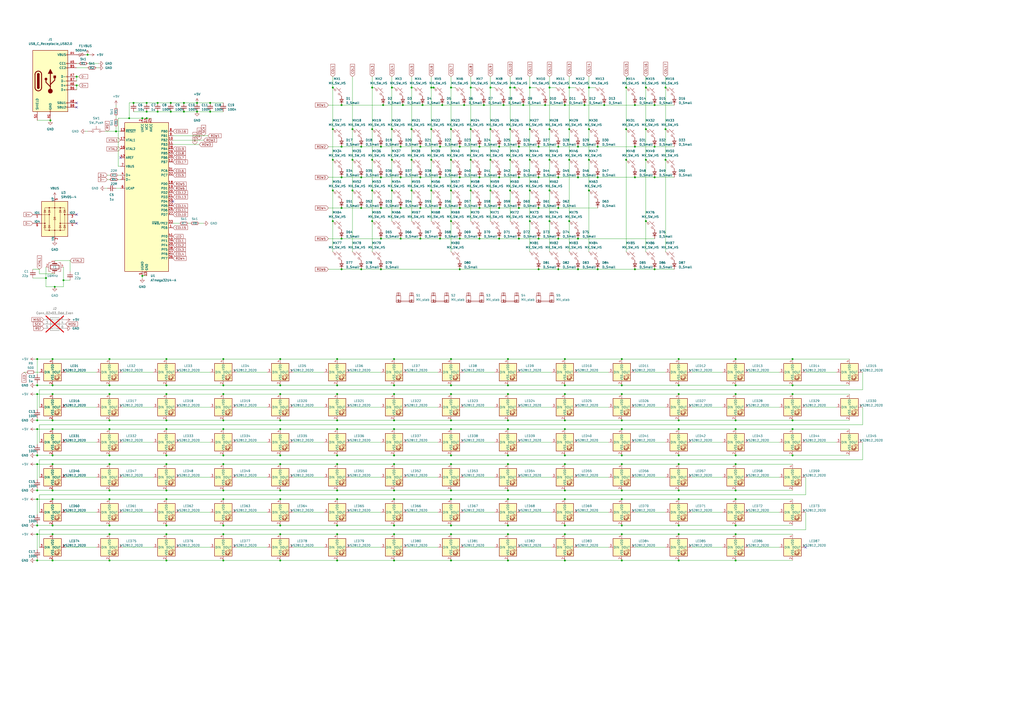
<source format=kicad_sch>
(kicad_sch (version 20230121) (generator eeschema)
  (paper "A2")
  (lib_symbols
    (symbol "Connector:USB_C_Receptacle_USB2.0" (pin_names (offset 1.016))
      (property "Reference" "J" (at -10.16 19.05 0))
      (property "Value" "USB_C_Receptacle_USB2.0" (at 19.05 19.05 0))
      (symbol "USB_C_Receptacle_USB2.0_1_1"
        (pin passive line (at 0 -22.86 90) (length 5.08) (name "GND") (number "A1"))
        (pin passive line (at 0 -22.86 90) (length 5.08) hide (name "GND") (number "A12"))
        (pin passive line (at 15.24 15.24 180) (length 5.08) (name "VBUS") (number "A4"))
        (pin bidirectional line (at 15.24 10.16 180) (length 5.08) (name "CC1") (number "A5"))
        (pin bidirectional line (at 15.24 -2.54 180) (length 5.08) (name "D+") (number "A6"))
        (pin bidirectional line (at 15.24 2.54 180) (length 5.08) (name "D-") (number "A7"))
        (pin bidirectional line (at 15.24 -12.7 180) (length 5.08) (name "SBU1") (number "A8"))
        (pin passive line (at 15.24 15.24 180) (length 5.08) hide (name "VBUS") (number "A9"))
        (pin passive line (at 0 -22.86 90) (length 5.08) hide (name "GND") (number "B1"))
        (pin passive line (at 0 -22.86 90) (length 5.08) hide (name "GND") (number "B12"))
        (pin passive line (at 15.24 15.24 180) (length 5.08) hide (name "VBUS") (number "B4"))
        (pin bidirectional line (at 15.24 7.62 180) (length 5.08) (name "CC2") (number "B5"))
        (pin bidirectional line (at 15.24 -5.08 180) (length 5.08) (name "D+") (number "B6"))
        (pin bidirectional line (at 15.24 0 180) (length 5.08) (name "D-") (number "B7"))
        (pin bidirectional line (at 15.24 -15.24 180) (length 5.08) (name "SBU2") (number "B8"))
        (pin passive line (at 15.24 15.24 180) (length 5.08) hide (name "VBUS") (number "B9"))
        (pin passive line (at -7.62 -22.86 90) (length 5.08) (name "SHIELD") (number "S1"))
      )
    )
    (symbol "Connector_Generic:Conn_02x03_Odd_Even" (pin_names (offset 1.016) hide)
      (property "Reference" "J" (at 1.27 5.08 0))
      (property "Value" "Conn_02x03_Odd_Even" (at 1.27 -5.08 0))
      (symbol "Conn_02x03_Odd_Even_1_1"
        (pin passive line (at -5.08 2.54 0) (length 3.81) (name "Pin_1") (number "1"))
        (pin passive line (at 7.62 2.54 180) (length 3.81) (name "Pin_2") (number "2"))
        (pin passive line (at -5.08 0 0) (length 3.81) (name "Pin_3") (number "3"))
        (pin passive line (at 7.62 0 180) (length 3.81) (name "Pin_4") (number "4"))
        (pin passive line (at -5.08 -2.54 0) (length 3.81) (name "Pin_5") (number "5"))
        (pin passive line (at 7.62 -2.54 180) (length 3.81) (name "Pin_6") (number "6"))
      )
    )
    (symbol "Device:C_Small" (pin_numbers hide) (pin_names (offset 0.254) hide)
      (property "Reference" "C" (at 0.254 1.778 0))
      (property "Value" "C_Small" (at 0.254 -2.032 0))
      (symbol "C_Small_1_1"
        (pin passive line (at 0 2.54 270) (length 2.032) (name "~") (number "1"))
        (pin passive line (at 0 -2.54 90) (length 2.032) (name "~") (number "2"))
      )
    )
    (symbol "Device:Crystal_GND24" (pin_names (offset 1.016) hide)
      (property "Reference" "Y" (at 3.175 5.08 0))
      (property "Value" "Crystal_GND24" (at 3.175 3.175 0))
      (symbol "Crystal_GND24_1_1"
        (pin passive line (at -3.81 0 0) (length 1.27) (name "1") (number "1"))
        (pin passive line (at 0 5.08 270) (length 1.27) (name "2") (number "2"))
        (pin passive line (at 3.81 0 180) (length 1.27) (name "3") (number "3"))
        (pin passive line (at 0 -5.08 90) (length 1.27) (name "4") (number "4"))
      )
    )
    (symbol "Device:D_Small" (pin_numbers hide) (pin_names (offset 0.254) hide)
      (property "Reference" "D" (at -1.27 2.032 0))
      (property "Value" "D_Small" (at -3.81 -2.032 0))
      (symbol "D_Small_1_1"
        (pin passive line (at -2.54 0 0) (length 1.778) (name "K") (number "1"))
        (pin passive line (at 2.54 0 180) (length 1.778) (name "A") (number "2"))
      )
    )
    (symbol "Device:Polyfuse_Small" (pin_numbers hide) (pin_names (offset 0))
      (property "Reference" "F" (at -1.905 0 90))
      (property "Value" "Polyfuse_Small" (at 1.905 0 90))
      (symbol "Polyfuse_Small_1_1"
        (pin passive line (at 0 2.54 270) (length 0.635) (name "~") (number "1"))
        (pin passive line (at 0 -2.54 90) (length 0.635) (name "~") (number "2"))
      )
    )
    (symbol "Device:R_Small" (pin_numbers hide) (pin_names (offset 0.254) hide)
      (property "Reference" "R" (at 0.762 0.508 0))
      (property "Value" "R_Small" (at 0.762 -1.016 0))
      (symbol "R_Small_1_1"
        (pin passive line (at 0 2.54 270) (length 0.762) (name "~") (number "1"))
        (pin passive line (at 0 -2.54 90) (length 0.762) (name "~") (number "2"))
      )
    )
    (symbol "MCU_Microchip_ATmega:ATmega32U4-A"
      (property "Reference" "U" (at -12.7 44.45 0))
      (property "Value" "ATmega32U4-A" (at 2.54 -44.45 0))
      (symbol "ATmega32U4-A_1_1"
        (pin bidirectional line (at 15.24 -17.78 180) (length 2.54) (name "PE6") (number "1"))
        (pin bidirectional line (at 15.24 33.02 180) (length 2.54) (name "PB2") (number "10"))
        (pin bidirectional line (at 15.24 30.48 180) (length 2.54) (name "PB3") (number "11"))
        (pin bidirectional line (at 15.24 20.32 180) (length 2.54) (name "PB7") (number "12"))
        (pin input line (at -15.24 38.1 0) (length 2.54) (name "~{RESET}") (number "13"))
        (pin power_in line (at 0 45.72 270) (length 2.54) (name "VCC") (number "14"))
        (pin power_in line (at 0 -45.72 90) (length 2.54) (name "GND") (number "15"))
        (pin output line (at -15.24 27.94 0) (length 2.54) (name "XTAL2") (number "16"))
        (pin input line (at -15.24 33.02 0) (length 2.54) (name "XTAL1") (number "17"))
        (pin bidirectional line (at 15.24 7.62 180) (length 2.54) (name "PD0") (number "18"))
        (pin bidirectional line (at 15.24 5.08 180) (length 2.54) (name "PD1") (number "19"))
        (pin power_in line (at -2.54 45.72 270) (length 2.54) (name "UVCC") (number "2"))
        (pin bidirectional line (at 15.24 2.54 180) (length 2.54) (name "PD2") (number "20"))
        (pin bidirectional line (at 15.24 0 180) (length 2.54) (name "PD3") (number "21"))
        (pin bidirectional line (at 15.24 -5.08 180) (length 2.54) (name "PD5") (number "22"))
        (pin passive line (at 0 -45.72 90) (length 2.54) hide (name "GND") (number "23"))
        (pin power_in line (at 2.54 45.72 270) (length 2.54) (name "AVCC") (number "24"))
        (pin bidirectional line (at 15.24 -2.54 180) (length 2.54) (name "PD4") (number "25"))
        (pin bidirectional line (at 15.24 -7.62 180) (length 2.54) (name "PD6") (number "26"))
        (pin bidirectional line (at 15.24 -10.16 180) (length 2.54) (name "PD7") (number "27"))
        (pin bidirectional line (at 15.24 27.94 180) (length 2.54) (name "PB4") (number "28"))
        (pin bidirectional line (at 15.24 25.4 180) (length 2.54) (name "PB5") (number "29"))
        (pin bidirectional line (at -15.24 10.16 0) (length 2.54) (name "D-") (number "3"))
        (pin bidirectional line (at 15.24 22.86 180) (length 2.54) (name "PB6") (number "30"))
        (pin bidirectional line (at 15.24 15.24 180) (length 2.54) (name "PC6") (number "31"))
        (pin bidirectional line (at 15.24 12.7 180) (length 2.54) (name "PC7") (number "32"))
        (pin bidirectional line (at 15.24 -15.24 180) (length 2.54) (name "~{HWB}/PE2") (number "33"))
        (pin passive line (at 0 45.72 270) (length 2.54) hide (name "VCC") (number "34"))
        (pin passive line (at 0 -45.72 90) (length 2.54) hide (name "GND") (number "35"))
        (pin bidirectional line (at 15.24 -35.56 180) (length 2.54) (name "PF7") (number "36"))
        (pin bidirectional line (at 15.24 -33.02 180) (length 2.54) (name "PF6") (number "37"))
        (pin bidirectional line (at 15.24 -30.48 180) (length 2.54) (name "PF5") (number "38"))
        (pin bidirectional line (at 15.24 -27.94 180) (length 2.54) (name "PF4") (number "39"))
        (pin bidirectional line (at -15.24 12.7 0) (length 2.54) (name "D+") (number "4"))
        (pin bidirectional line (at 15.24 -25.4 180) (length 2.54) (name "PF1") (number "40"))
        (pin bidirectional line (at 15.24 -22.86 180) (length 2.54) (name "PF0") (number "41"))
        (pin passive line (at -15.24 22.86 0) (length 2.54) (name "AREF") (number "42"))
        (pin passive line (at 0 -45.72 90) (length 2.54) hide (name "GND") (number "43"))
        (pin passive line (at 2.54 45.72 270) (length 2.54) hide (name "AVCC") (number "44"))
        (pin passive line (at -2.54 -45.72 90) (length 2.54) (name "UGND") (number "5"))
        (pin passive line (at -15.24 5.08 0) (length 2.54) (name "UCAP") (number "6"))
        (pin input line (at -15.24 17.78 0) (length 2.54) (name "VBUS") (number "7"))
        (pin bidirectional line (at 15.24 38.1 180) (length 2.54) (name "PB0") (number "8"))
        (pin bidirectional line (at 15.24 35.56 180) (length 2.54) (name "PB1") (number "9"))
      )
    )
    (symbol "PCM_marbastlib-mx:MX_SW_HS" (pin_numbers hide) (pin_names (offset 1.016) hide)
      (property "Reference" "MX" (at 3.048 1.016 0))
      (property "Value" "MX_SW_HS" (at 0 -3.81 0))
      (symbol "MX_SW_HS_0_1"
        (pin passive line (at -2.54 2.54 0) (length 0) (name "1") (number "1"))
        (pin passive line (at 2.54 -2.54 180) (length 0) (name "2") (number "2"))
      )
    )
    (symbol "PCM_marbastlib-mx:MX_stab" (pin_names (offset 1.016))
      (property "Reference" "S" (at -5.08 6.35 0))
      (property "Value" "MX_stab" (at -5.08 3.81 0))
    )
    (symbol "PCM_marbastlib-various:SRV05-4" (pin_names (offset 0))
      (property "Reference" "U" (at -5.08 11.43 0))
      (property "Value" "SRV05-4" (at 2.54 11.43 0))
      (symbol "SRV05-4_1_1"
        (pin passive line (at -12.7 2.54 0) (length 5.08) (name "IO1") (number "1"))
        (pin passive line (at 0 -12.7 90) (length 2.54) (name "VN") (number "2"))
        (pin passive line (at 12.7 2.54 180) (length 5.08) (name "IO2") (number "3"))
        (pin passive line (at 12.7 -2.54 180) (length 5.08) (name "IO3") (number "4"))
        (pin passive line (at 0 12.7 270) (length 2.54) (name "VP") (number "5"))
        (pin passive line (at -12.7 -2.54 0) (length 5.08) (name "IO4") (number "6"))
      )
    )
    (symbol "PCM_marbastlib-various:WS2812_2020" (pin_names (offset 0.254))
      (property "Reference" "LED" (at 5.08 5.715 0))
      (property "Value" "WS2812_2020" (at 1.27 -5.715 0))
      (symbol "WS2812_2020_0_0"
        (text "RGB" (at 2.286 -4.191 0) (effects (font (size 0.762 0.762))))
      )
      (symbol "WS2812_2020_1_1"
        (pin output line (at 7.62 0 180) (length 2.54) (name "DOUT") (number "1"))
        (pin power_in line (at 0 -7.62 90) (length 2.54) (name "VSS") (number "2"))
        (pin input line (at -7.62 0 0) (length 2.54) (name "DIN") (number "3"))
        (pin power_in line (at 0 7.62 270) (length 2.54) (name "VDD") (number "4"))
      )
    )
    (symbol "Switch:SW_Push" (pin_numbers hide) (pin_names (offset 1.016) hide)
      (property "Reference" "SW" (at 1.27 2.54 0))
      (property "Value" "SW_Push" (at 0 -1.524 0))
      (symbol "SW_Push_0_1"
        (pin passive line (at -5.08 0 0) (length 2.54) (name "1") (number "1"))
        (pin passive line (at 5.08 0 180) (length 2.54) (name "2") (number "2"))
      )
    )
    (symbol "power:+5V" (power) (pin_names (offset 0))
      (property "Value" "+5V" (at 0 3.556 0))
      (symbol "+5V_1_1"
        (pin power_in line (at 0 0 90) (length 0) hide (name "+5V") (number "1"))
      )
    )
    (symbol "power:GND" (power) (pin_names (offset 0))
      (property "Value" "GND" (at 0 -3.81 0))
      (symbol "GND_1_1"
        (pin power_in line (at 0 0 270) (length 0) hide (name "GND") (number "1"))
      )
    )
    (symbol "power:VBUS" (power) (pin_names (offset 0))
      (property "Value" "VBUS" (at 0 3.81 0))
      (symbol "VBUS_1_1"
        (pin power_in line (at 0 0 90) (length 0) hide (name "VBUS") (number "1"))
      )
    )
  )
  (junction (at 215.9 110.49))
  (junction (at 393.7 223.52))
  (junction (at 30.48 243.84))
  (junction (at 368.3 60.96))
  (junction (at 374.65 92.71))
  (junction (at 195.58 208.28))
  (junction (at 162.56 284.48))
  (junction (at 193.04 128.27))
  (junction (at 228.6 243.84))
  (junction (at 261.62 289.56))
  (junction (at 284.48 74.93))
  (junction (at 96.52 304.8))
  (junction (at 77.47 59.69))
  (junction (at 335.28 156.21))
  (junction (at 307.34 74.93))
  (junction (at 294.64 289.56))
  (junction (at 294.64 228.6))
  (junction (at 335.28 138.43))
  (junction (at 250.19 74.93))
  (junction (at 243.84 138.43))
  (junction (at 243.84 120.65))
  (junction (at 162.56 264.16))
  (junction (at 99.06 64.77))
  (junction (at 96.52 223.52))
  (junction (at 350.52 60.96))
  (junction (at 129.54 284.48))
  (junction (at 96.52 208.28))
  (junction (at 327.66 223.52))
  (junction (at 323.85 156.21))
  (junction (at 232.41 120.65))
  (junction (at 341.63 50.8))
  (junction (at 250.19 50.8))
  (junction (at 21.59 248.92))
  (junction (at 363.22 50.8))
  (junction (at 251.46 50.8))
  (junction (at 198.12 156.21))
  (junction (at 36.83 162.56))
  (junction (at 393.7 228.6))
  (junction (at 238.76 50.8))
  (junction (at 294.64 264.16))
  (junction (at 204.47 110.49))
  (junction (at 300.99 85.09))
  (junction (at 346.71 85.09))
  (junction (at 294.64 309.88))
  (junction (at 360.68 264.16))
  (junction (at 393.7 243.84))
  (junction (at 327.66 269.24))
  (junction (at 426.72 228.6))
  (junction (at 228.6 309.88))
  (junction (at 162.56 228.6))
  (junction (at 360.68 223.52))
  (junction (at 327.66 208.28))
  (junction (at 21.59 208.28))
  (junction (at 238.76 92.71))
  (junction (at 284.48 110.49))
  (junction (at 209.55 102.87))
  (junction (at 393.7 284.48))
  (junction (at 195.58 325.12))
  (junction (at 327.66 243.84))
  (junction (at 363.22 92.71))
  (junction (at 459.74 264.16))
  (junction (at 228.6 264.16))
  (junction (at 129.54 309.88))
  (junction (at 99.06 59.69))
  (junction (at 261.62 269.24))
  (junction (at 341.63 74.93))
  (junction (at 228.6 208.28))
  (junction (at 21.59 264.16))
  (junction (at 330.2 50.8))
  (junction (at 227.33 50.8))
  (junction (at 96.52 325.12))
  (junction (at 193.04 92.71))
  (junction (at 312.42 156.21))
  (junction (at 294.64 243.84))
  (junction (at 316.23 60.96))
  (junction (at 195.58 304.8))
  (junction (at 393.7 269.24))
  (junction (at 327.66 228.6))
  (junction (at 85.09 64.77))
  (junction (at 261.62 248.92))
  (junction (at 312.42 120.65))
  (junction (at 386.08 92.71))
  (junction (at 220.98 102.87))
  (junction (at 30.48 284.48))
  (junction (at 63.5 223.52))
  (junction (at 363.22 74.93))
  (junction (at 227.33 92.71))
  (junction (at 379.73 102.87))
  (junction (at 67.31 76.2))
  (junction (at 21.59 304.8))
  (junction (at 195.58 223.52))
  (junction (at 21.59 325.12))
  (junction (at 209.55 85.09))
  (junction (at 29.21 69.85))
  (junction (at 222.25 60.96))
  (junction (at 426.72 304.8))
  (junction (at 162.56 269.24))
  (junction (at 426.72 325.12))
  (junction (at 232.41 138.43))
  (junction (at 368.3 156.21))
  (junction (at 228.6 223.52))
  (junction (at 30.48 325.12))
  (junction (at 30.48 289.56))
  (junction (at 227.33 110.49))
  (junction (at 129.54 223.52))
  (junction (at 31.75 166.37))
  (junction (at 426.72 248.92))
  (junction (at 459.74 243.84))
  (junction (at 261.62 304.8))
  (junction (at 255.27 85.09))
  (junction (at 379.73 85.09))
  (junction (at 266.7 102.87))
  (junction (at 426.72 243.84))
  (junction (at 44.45 49.53))
  (junction (at 63.5 248.92))
  (junction (at 261.62 92.71))
  (junction (at 21.59 284.48))
  (junction (at 330.2 128.27))
  (junction (at 278.13 138.43))
  (junction (at 360.68 284.48))
  (junction (at 30.48 208.28))
  (junction (at 374.65 128.27))
  (junction (at 63.5 264.16))
  (junction (at 312.42 138.43))
  (junction (at 85.09 59.69))
  (junction (at 121.92 64.77))
  (junction (at 228.6 284.48))
  (junction (at 232.41 102.87))
  (junction (at 294.64 325.12))
  (junction (at 220.98 138.43))
  (junction (at 256.54 60.96))
  (junction (at 327.66 309.88))
  (junction (at 30.48 228.6))
  (junction (at 193.04 110.49))
  (junction (at 195.58 243.84))
  (junction (at 106.68 64.77))
  (junction (at 198.12 138.43))
  (junction (at 129.54 243.84))
  (junction (at 295.91 74.93))
  (junction (at 323.85 120.65))
  (junction (at 261.62 74.93))
  (junction (at 426.72 264.16))
  (junction (at 318.77 110.49))
  (junction (at 261.62 243.84))
  (junction (at 266.7 120.65))
  (junction (at 386.08 74.93))
  (junction (at 82.55 160.02))
  (junction (at 74.93 68.58))
  (junction (at 198.12 85.09))
  (junction (at 312.42 102.87))
  (junction (at 278.13 85.09))
  (junction (at 327.66 264.16))
  (junction (at 129.54 325.12))
  (junction (at 21.59 223.52))
  (junction (at 360.68 248.92))
  (junction (at 368.3 102.87))
  (junction (at 289.56 85.09))
  (junction (at 121.92 59.69))
  (junction (at 63.5 208.28))
  (junction (at 129.54 304.8))
  (junction (at 273.05 50.8))
  (junction (at 220.98 85.09))
  (junction (at 393.7 289.56))
  (junction (at 323.85 138.43))
  (junction (at 30.48 269.24))
  (junction (at 162.56 208.28))
  (junction (at 63.5 243.84))
  (junction (at 261.62 264.16))
  (junction (at 312.42 85.09))
  (junction (at 21.59 228.6))
  (junction (at 195.58 269.24))
  (junction (at 266.7 138.43))
  (junction (at 63.5 289.56))
  (junction (at 295.91 92.71))
  (junction (at 21.59 289.56))
  (junction (at 269.24 60.96))
  (junction (at 162.56 304.8))
  (junction (at 91.44 64.77))
  (junction (at 393.7 248.92))
  (junction (at 289.56 120.65))
  (junction (at 195.58 264.16))
  (junction (at 374.65 50.8))
  (junction (at 129.54 289.56))
  (junction (at 341.63 92.71))
  (junction (at 323.85 85.09))
  (junction (at 238.76 74.93))
  (junction (at 294.64 223.52))
  (junction (at 261.62 110.49))
  (junction (at 162.56 248.92))
  (junction (at 129.54 269.24))
  (junction (at 360.68 309.88))
  (junction (at 360.68 243.84))
  (junction (at 330.2 92.71))
  (junction (at 284.48 50.8))
  (junction (at 215.9 128.27))
  (junction (at 21.59 309.88))
  (junction (at 82.55 68.58))
  (junction (at 255.27 120.65))
  (junction (at 215.9 74.93))
  (junction (at 360.68 269.24))
  (junction (at 327.66 289.56))
  (junction (at 261.62 309.88))
  (junction (at 346.71 156.21))
  (junction (at 198.12 60.96))
  (junction (at 162.56 325.12))
  (junction (at 330.2 74.93))
  (junction (at 261.62 223.52))
  (junction (at 195.58 228.6))
  (junction (at 335.28 85.09))
  (junction (at 243.84 85.09))
  (junction (at 255.27 102.87))
  (junction (at 266.7 85.09))
  (junction (at 162.56 223.52))
  (junction (at 195.58 309.88))
  (junction (at 96.52 309.88))
  (junction (at 238.76 110.49))
  (junction (at 323.85 102.87))
  (junction (at 266.7 156.21))
  (junction (at 129.54 264.16))
  (junction (at 215.9 92.71))
  (junction (at 360.68 289.56))
  (junction (at 50.8 31.75))
  (junction (at 96.52 228.6))
  (junction (at 63.5 228.6))
  (junction (at 220.98 120.65))
  (junction (at 459.74 223.52))
  (junction (at 292.1 60.96))
  (junction (at 261.62 228.6))
  (junction (at 318.77 92.71))
  (junction (at 250.19 110.49))
  (junction (at 96.52 264.16))
  (junction (at 261.62 208.28))
  (junction (at 278.13 120.65))
  (junction (at 63.5 325.12))
  (junction (at 255.27 138.43))
  (junction (at 295.91 110.49))
  (junction (at 459.74 228.6))
  (junction (at 44.45 44.45))
  (junction (at 63.5 304.8))
  (junction (at 63.5 309.88))
  (junction (at 114.3 64.77))
  (junction (at 243.84 102.87))
  (junction (at 280.67 60.96))
  (junction (at 193.04 74.93))
  (junction (at 227.33 74.93))
  (junction (at 318.77 128.27))
  (junction (at 426.72 223.52))
  (junction (at 162.56 243.84))
  (junction (at 327.66 325.12))
  (junction (at 335.28 102.87))
  (junction (at 327.66 248.92))
  (junction (at 379.73 60.96))
  (junction (at 63.5 284.48))
  (junction (at 21.59 243.84))
  (junction (at 294.64 208.28))
  (junction (at 96.52 284.48))
  (junction (at 273.05 74.93))
  (junction (at 63.5 269.24))
  (junction (at 278.13 102.87))
  (junction (at 307.34 92.71))
  (junction (at 96.52 269.24))
  (junction (at 360.68 228.6))
  (junction (at 96.52 289.56))
  (junction (at 204.47 74.93))
  (junction (at 204.47 92.71))
  (junction (at 195.58 284.48))
  (junction (at 195.58 248.92))
  (junction (at 346.71 102.87))
  (junction (at 228.6 269.24))
  (junction (at 459.74 208.28))
  (junction (at 426.72 284.48))
  (junction (at 360.68 325.12))
  (junction (at 232.41 85.09))
  (junction (at 106.68 59.69))
  (junction (at 459.74 248.92))
  (junction (at 228.6 248.92))
  (junction (at 379.73 156.21))
  (junction (at 393.7 309.88))
  (junction (at 300.99 102.87))
  (junction (at 114.3 59.69))
  (junction (at 30.48 264.16))
  (junction (at 250.19 92.71))
  (junction (at 294.64 304.8))
  (junction (at 30.48 309.88))
  (junction (at 393.7 264.16))
  (junction (at 261.62 50.8))
  (junction (at 341.63 110.49))
  (junction (at 228.6 304.8))
  (junction (at 129.54 208.28))
  (junction (at 386.08 50.8))
  (junction (at 368.3 85.09))
  (junction (at 261.62 284.48))
  (junction (at 245.11 60.96))
  (junction (at 426.72 309.88))
  (junction (at 295.91 50.8))
  (junction (at 294.64 284.48))
  (junction (at 289.56 102.87))
  (junction (at 91.44 59.69))
  (junction (at 300.99 138.43))
  (junction (at 298.45 50.8))
  (junction (at 129.54 248.92))
  (junction (at 307.34 128.27))
  (junction (at 284.48 92.71))
  (junction (at 209.55 120.65))
  (junction (at 129.54 228.6))
  (junction (at 393.7 304.8))
  (junction (at 327.66 284.48))
  (junction (at 339.09 60.96))
  (junction (at 30.48 248.92))
  (junction (at 327.66 304.8))
  (junction (at 426.72 269.24))
  (junction (at 360.68 304.8))
  (junction (at 233.68 60.96))
  (junction (at 426.72 289.56))
  (junction (at 300.99 120.65))
  (junction (at 162.56 289.56))
  (junction (at 228.6 228.6))
  (junction (at 360.68 208.28))
  (junction (at 294.64 248.92))
  (junction (at 209.55 156.21))
  (junction (at 198.12 120.65))
  (junction (at 228.6 325.12))
  (junction (at 228.6 289.56))
  (junction (at 318.77 50.8))
  (junction (at 307.34 50.8))
  (junction (at 303.53 60.96))
  (junction (at 30.48 223.52))
  (junction (at 307.34 110.49))
  (junction (at 96.52 243.84))
  (junction (at 21.59 269.24))
  (junction (at 193.04 50.8))
  (junction (at 85.09 68.58))
  (junction (at 198.12 102.87))
  (junction (at 273.05 92.71))
  (junction (at 289.56 138.43))
  (junction (at 327.66 60.96))
  (junction (at 393.7 208.28))
  (junction (at 273.05 110.49))
  (junction (at 261.62 325.12))
  (junction (at 96.52 248.92))
  (junction (at 294.64 269.24))
  (junction (at 220.98 156.21))
  (junction (at 195.58 289.56))
  (junction (at 318.77 74.93))
  (junction (at 215.9 50.8))
  (junction (at 426.72 208.28))
  (junction (at 26.67 161.29))
  (junction (at 393.7 325.12))
  (junction (at 162.56 309.88))
  (junction (at 30.48 304.8))
  (junction (at 261.62 128.27))
  (junction (at 374.65 74.93))
  (no_connect (at 44.45 129.54))
  (no_connect (at 44.45 124.46))
  (no_connect (at 467.36 317.5))
  (no_connect (at 100.33 116.84))
  (no_connect (at 44.45 59.69))
  (no_connect (at 44.45 62.23))
  (no_connect (at 69.85 91.44))
  (wire (pts (xy 67.31 73.66) (xy 67.31 76.2)))
  (wire (pts (xy 318.77 44.45) (xy 318.77 50.8)))
  (wire (pts (xy 30.48 223.52) (xy 63.5 223.52)))
  (wire (pts (xy 21.59 289.56) (xy 30.48 289.56)))
  (wire (pts (xy 228.6 304.8) (xy 261.62 304.8)))
  (wire (pts (xy 341.63 50.8) (xy 341.63 74.93)))
  (wire (pts (xy 36.83 162.56) (xy 36.83 154.94)))
  (wire (pts (xy 266.7 120.65) (xy 278.13 120.65)))
  (wire (pts (xy 459.74 208.28) (xy 492.76 208.28)))
  (wire (pts (xy 21.59 264.16) (xy 30.48 264.16)))
  (wire (pts (xy 204.47 74.93) (xy 204.47 92.71)))
  (wire (pts (xy 22.86 307.34) (xy 22.86 317.5)))
  (wire (pts (xy 330.2 128.27) (xy 330.2 146.05)))
  (wire (pts (xy 203.2 297.18) (xy 220.98 297.18)))
  (wire (pts (xy 363.22 74.93) (xy 363.22 92.71)))
  (wire (pts (xy 401.32 317.5) (xy 419.1 317.5)))
  (wire (pts (xy 294.64 248.92) (xy 327.66 248.92)))
  (wire (pts (xy 129.54 289.56) (xy 162.56 289.56)))
  (wire (pts (xy 500.38 266.7) (xy 22.86 266.7)))
  (wire (pts (xy 294.64 228.6) (xy 327.66 228.6)))
  (wire (pts (xy 67.31 67.31) (xy 67.31 68.58)))
  (wire (pts (xy 393.7 264.16) (xy 426.72 264.16)))
  (wire (pts (xy 346.71 102.87) (xy 368.3 102.87)))
  (wire (pts (xy 236.22 215.9) (xy 254 215.9)))
  (wire (pts (xy 278.13 102.87) (xy 289.56 102.87)))
  (wire (pts (xy 393.7 248.92) (xy 426.72 248.92)))
  (wire (pts (xy 500.38 215.9) (xy 500.38 226.06)))
  (wire (pts (xy 193.04 92.71) (xy 193.04 110.49)))
  (wire (pts (xy 266.7 138.43) (xy 278.13 138.43)))
  (wire (pts (xy 31.75 166.37) (xy 36.83 166.37)))
  (wire (pts (xy 232.41 102.87) (xy 243.84 102.87)))
  (wire (pts (xy 129.54 284.48) (xy 162.56 284.48)))
  (wire (pts (xy 193.04 74.93) (xy 193.04 92.71)))
  (wire (pts (xy 215.9 92.71) (xy 215.9 110.49)))
  (wire (pts (xy 82.55 68.58) (xy 85.09 68.58)))
  (wire (pts (xy 393.7 304.8) (xy 426.72 304.8)))
  (wire (pts (xy 77.47 59.69) (xy 85.09 59.69)))
  (wire (pts (xy 261.62 208.28) (xy 294.64 208.28)))
  (wire (pts (xy 21.59 248.92) (xy 30.48 248.92)))
  (wire (pts (xy 341.63 44.45) (xy 341.63 50.8)))
  (wire (pts (xy 22.86 266.7) (xy 22.86 276.86)))
  (wire (pts (xy 426.72 284.48) (xy 459.74 284.48)))
  (wire (pts (xy 129.54 243.84) (xy 162.56 243.84)))
  (wire (pts (xy 63.5 223.52) (xy 96.52 223.52)))
  (wire (pts (xy 327.66 228.6) (xy 360.68 228.6)))
  (wire (pts (xy 85.09 64.77) (xy 91.44 64.77)))
  (wire (pts (xy 289.56 102.87) (xy 300.99 102.87)))
  (wire (pts (xy 20.32 269.24) (xy 21.59 269.24)))
  (wire (pts (xy 273.05 74.93) (xy 273.05 92.71)))
  (wire (pts (xy 269.24 215.9) (xy 287.02 215.9)))
  (wire (pts (xy 20.32 264.16) (xy 21.59 264.16)))
  (wire (pts (xy 44.45 36.83) (xy 45.72 36.83)))
  (wire (pts (xy 22.86 226.06) (xy 22.86 236.22)))
  (wire (pts (xy 261.62 50.8) (xy 261.62 74.93)))
  (wire (pts (xy 198.12 156.21) (xy 209.55 156.21)))
  (wire (pts (xy 63.5 289.56) (xy 96.52 289.56)))
  (wire (pts (xy 330.2 50.8) (xy 330.2 74.93)))
  (wire (pts (xy 26.67 166.37) (xy 31.75 166.37)))
  (wire (pts (xy 162.56 223.52) (xy 195.58 223.52)))
  (wire (pts (xy 215.9 50.8) (xy 215.9 74.93)))
  (wire (pts (xy 198.12 138.43) (xy 220.98 138.43)))
  (wire (pts (xy 49.53 31.75) (xy 50.8 31.75)))
  (wire (pts (xy 327.66 289.56) (xy 360.68 289.56)))
  (wire (pts (xy 228.6 289.56) (xy 261.62 289.56)))
  (wire (pts (xy 300.99 85.09) (xy 312.42 85.09)))
  (wire (pts (xy 360.68 325.12) (xy 393.7 325.12)))
  (wire (pts (xy 243.84 102.87) (xy 255.27 102.87)))
  (wire (pts (xy 307.34 92.71) (xy 307.34 110.49)))
  (wire (pts (xy 426.72 304.8) (xy 459.74 304.8)))
  (wire (pts (xy 261.62 128.27) (xy 261.62 146.05)))
  (wire (pts (xy 195.58 243.84) (xy 228.6 243.84)))
  (wire (pts (xy 96.52 289.56) (xy 129.54 289.56)))
  (wire (pts (xy 236.22 276.86) (xy 254 276.86)))
  (wire (pts (xy 215.9 110.49) (xy 215.9 128.27)))
  (wire (pts (xy 374.65 74.93) (xy 374.65 92.71)))
  (wire (pts (xy 228.6 50.8) (xy 227.33 50.8)))
  (wire (pts (xy 137.16 236.22) (xy 154.94 236.22)))
  (wire (pts (xy 374.65 128.27) (xy 374.65 146.05)))
  (wire (pts (xy 21.59 222.25) (xy 21.59 223.52)))
  (wire (pts (xy 228.6 309.88) (xy 261.62 309.88)))
  (wire (pts (xy 261.62 264.16) (xy 294.64 264.16)))
  (wire (pts (xy 273.05 110.49) (xy 273.05 128.27)))
  (wire (pts (xy 261.62 325.12) (xy 294.64 325.12)))
  (wire (pts (xy 20.32 309.88) (xy 21.59 309.88)))
  (wire (pts (xy 68.58 96.52) (xy 69.85 96.52)))
  (wire (pts (xy 190.5 102.87) (xy 198.12 102.87)))
  (wire (pts (xy 85.09 68.58) (xy 87.63 68.58)))
  (wire (pts (xy 115.57 129.54) (xy 118.11 129.54)))
  (wire (pts (xy 21.59 284.48) (xy 30.48 284.48)))
  (wire (pts (xy 302.26 317.5) (xy 320.04 317.5)))
  (wire (pts (xy 104.14 256.54) (xy 121.92 256.54)))
  (wire (pts (xy 21.59 304.8) (xy 30.48 304.8)))
  (wire (pts (xy 368.3 236.22) (xy 386.08 236.22)))
  (wire (pts (xy 307.34 50.8) (xy 307.34 74.93)))
  (wire (pts (xy 269.24 317.5) (xy 287.02 317.5)))
  (wire (pts (xy 215.9 128.27) (xy 215.9 146.05)))
  (wire (pts (xy 374.65 92.71) (xy 374.65 128.27)))
  (wire (pts (xy 393.7 223.52) (xy 426.72 223.52)))
  (wire (pts (xy 190.5 60.96) (xy 198.12 60.96)))
  (wire (pts (xy 360.68 248.92) (xy 393.7 248.92)))
  (wire (pts (xy 426.72 325.12) (xy 459.74 325.12)))
  (wire (pts (xy 346.71 156.21) (xy 368.3 156.21)))
  (wire (pts (xy 63.5 208.28) (xy 96.52 208.28)))
  (wire (pts (xy 299.72 50.8) (xy 298.45 50.8)))
  (wire (pts (xy 20.32 243.84) (xy 21.59 243.84)))
  (wire (pts (xy 71.12 215.9) (xy 88.9 215.9)))
  (wire (pts (xy 22.86 287.02) (xy 22.86 297.18)))
  (wire (pts (xy 30.48 208.28) (xy 63.5 208.28)))
  (wire (pts (xy 312.42 120.65) (xy 323.85 120.65)))
  (wire (pts (xy 360.68 228.6) (xy 393.7 228.6)))
  (wire (pts (xy 193.04 50.8) (xy 193.04 74.93)))
  (wire (pts (xy 330.2 92.71) (xy 330.2 128.27)))
  (wire (pts (xy 294.64 269.24) (xy 327.66 269.24)))
  (wire (pts (xy 193.04 128.27) (xy 193.04 146.05)))
  (wire (pts (xy 316.23 60.96) (xy 327.66 60.96)))
  (wire (pts (xy 82.55 160.02) (xy 82.55 161.29)))
  (wire (pts (xy 13.97 215.9) (xy 15.24 215.9)))
  (wire (pts (xy 243.84 138.43) (xy 255.27 138.43)))
  (wire (pts (xy 236.22 297.18) (xy 254 297.18)))
  (wire (pts (xy 238.76 50.8) (xy 238.76 74.93)))
  (wire (pts (xy 335.28 102.87) (xy 346.71 102.87)))
  (wire (pts (xy 335.28 85.09) (xy 346.71 85.09)))
  (wire (pts (xy 294.64 325.12) (xy 327.66 325.12)))
  (wire (pts (xy 426.72 208.28) (xy 459.74 208.28)))
  (wire (pts (xy 368.3 317.5) (xy 386.08 317.5)))
  (wire (pts (xy 63.5 243.84) (xy 96.52 243.84)))
  (wire (pts (xy 26.67 154.94) (xy 26.67 161.29)))
  (wire (pts (xy 30.48 289.56) (xy 63.5 289.56)))
  (wire (pts (xy 302.26 276.86) (xy 320.04 276.86)))
  (wire (pts (xy 190.5 156.21) (xy 198.12 156.21)))
  (wire (pts (xy 289.56 120.65) (xy 300.99 120.65)))
  (wire (pts (xy 273.05 44.45) (xy 273.05 50.8)))
  (wire (pts (xy 335.28 236.22) (xy 353.06 236.22)))
  (wire (pts (xy 63.5 264.16) (xy 96.52 264.16)))
  (wire (pts (xy 264.16 50.8) (xy 261.62 50.8)))
  (wire (pts (xy 21.59 323.85) (xy 21.59 325.12)))
  (wire (pts (xy 266.7 102.87) (xy 278.13 102.87)))
  (wire (pts (xy 295.91 74.93) (xy 295.91 92.71)))
  (wire (pts (xy 302.26 297.18) (xy 320.04 297.18)))
  (wire (pts (xy 60.96 76.2) (xy 67.31 76.2)))
  (wire (pts (xy 190.5 85.09) (xy 198.12 85.09)))
  (wire (pts (xy 162.56 284.48) (xy 195.58 284.48)))
  (wire (pts (xy 467.36 236.22) (xy 485.14 236.22)))
  (wire (pts (xy 368.3 256.54) (xy 386.08 256.54)))
  (wire (pts (xy 38.1 317.5) (xy 55.88 317.5)))
  (wire (pts (xy 104.14 236.22) (xy 121.92 236.22)))
  (wire (pts (xy 38.1 297.18) (xy 55.88 297.18)))
  (wire (pts (xy 401.32 297.18) (xy 419.1 297.18)))
  (wire (pts (xy 162.56 228.6) (xy 195.58 228.6)))
  (wire (pts (xy 360.68 264.16) (xy 393.7 264.16)))
  (wire (pts (xy 312.42 138.43) (xy 323.85 138.43)))
  (wire (pts (xy 360.68 309.88) (xy 393.7 309.88)))
  (wire (pts (xy 129.54 325.12) (xy 162.56 325.12)))
  (wire (pts (xy 327.66 248.92) (xy 360.68 248.92)))
  (wire (pts (xy 250.19 44.45) (xy 250.19 50.8)))
  (wire (pts (xy 467.36 276.86) (xy 467.36 287.02)))
  (wire (pts (xy 190.5 120.65) (xy 198.12 120.65)))
  (wire (pts (xy 21.59 208.28) (xy 21.59 217.17)))
  (wire (pts (xy 307.34 74.93) (xy 307.34 92.71)))
  (wire (pts (xy 96.52 208.28) (xy 129.54 208.28)))
  (wire (pts (xy 129.54 208.28) (xy 162.56 208.28)))
  (wire (pts (xy 22.86 158.75) (xy 22.86 156.21)))
  (wire (pts (xy 21.59 243.84) (xy 30.48 243.84)))
  (wire (pts (xy 30.48 309.88) (xy 63.5 309.88)))
  (wire (pts (xy 30.48 284.48) (xy 63.5 284.48)))
  (wire (pts (xy 261.62 289.56) (xy 294.64 289.56)))
  (wire (pts (xy 368.3 215.9) (xy 386.08 215.9)))
  (wire (pts (xy 434.34 297.18) (xy 452.12 297.18)))
  (wire (pts (xy 401.32 256.54) (xy 419.1 256.54)))
  (wire (pts (xy 243.84 120.65) (xy 255.27 120.65)))
  (wire (pts (xy 137.16 256.54) (xy 154.94 256.54)))
  (wire (pts (xy 335.28 256.54) (xy 353.06 256.54)))
  (wire (pts (xy 162.56 289.56) (xy 195.58 289.56)))
  (wire (pts (xy 21.59 223.52) (xy 30.48 223.52)))
  (wire (pts (xy 170.18 236.22) (xy 187.96 236.22)))
  (wire (pts (xy 198.12 60.96) (xy 222.25 60.96)))
  (wire (pts (xy 374.65 44.45) (xy 374.65 50.8)))
  (wire (pts (xy 20.32 223.52) (xy 21.59 223.52)))
  (wire (pts (xy 63.5 304.8) (xy 96.52 304.8)))
  (wire (pts (xy 38.1 236.22) (xy 55.88 236.22)))
  (wire (pts (xy 104.14 276.86) (xy 121.92 276.86)))
  (wire (pts (xy 195.58 325.12) (xy 228.6 325.12)))
  (wire (pts (xy 368.3 156.21) (xy 379.73 156.21)))
  (wire (pts (xy 198.12 120.65) (xy 209.55 120.65)))
  (wire (pts (xy 393.7 208.28) (xy 426.72 208.28)))
  (wire (pts (xy 91.44 64.77) (xy 99.06 64.77)))
  (wire (pts (xy 294.64 243.84) (xy 327.66 243.84)))
  (wire (pts (xy 30.48 304.8) (xy 63.5 304.8)))
  (wire (pts (xy 323.85 138.43) (xy 335.28 138.43)))
  (wire (pts (xy 294.64 304.8) (xy 327.66 304.8)))
  (wire (pts (xy 195.58 248.92) (xy 228.6 248.92)))
  (wire (pts (xy 393.7 228.6) (xy 426.72 228.6)))
  (wire (pts (xy 327.66 284.48) (xy 360.68 284.48)))
  (wire (pts (xy 500.38 226.06) (xy 22.86 226.06)))
  (wire (pts (xy 434.34 215.9) (xy 452.12 215.9)))
  (wire (pts (xy 251.46 50.8) (xy 250.19 50.8)))
  (wire (pts (xy 96.52 248.92) (xy 129.54 248.92)))
  (wire (pts (xy 261.62 284.48) (xy 294.64 284.48)))
  (wire (pts (xy 393.7 325.12) (xy 426.72 325.12)))
  (wire (pts (xy 360.68 269.24) (xy 393.7 269.24)))
  (wire (pts (xy 190.5 138.43) (xy 198.12 138.43)))
  (wire (pts (xy 327.66 208.28) (xy 360.68 208.28)))
  (wire (pts (xy 30.48 325.12) (xy 63.5 325.12)))
  (wire (pts (xy 261.62 92.71) (xy 261.62 110.49)))
  (wire (pts (xy 170.18 276.86) (xy 187.96 276.86)))
  (wire (pts (xy 255.27 102.87) (xy 266.7 102.87)))
  (wire (pts (xy 379.73 85.09) (xy 391.16 85.09)))
  (wire (pts (xy 96.52 304.8) (xy 129.54 304.8)))
  (wire (pts (xy 222.25 60.96) (xy 233.68 60.96)))
  (wire (pts (xy 227.33 74.93) (xy 227.33 92.71)))
  (wire (pts (xy 284.48 50.8) (xy 284.48 74.93)))
  (wire (pts (xy 269.24 60.96) (xy 280.67 60.96)))
  (wire (pts (xy 252.73 50.8) (xy 251.46 50.8)))
  (wire (pts (xy 198.12 102.87) (xy 209.55 102.87)))
  (wire (pts (xy 250.19 50.8) (xy 250.19 74.93)))
  (wire (pts (xy 38.1 276.86) (xy 55.88 276.86)))
  (wire (pts (xy 228.6 284.48) (xy 261.62 284.48)))
  (wire (pts (xy 426.72 289.56) (xy 459.74 289.56)))
  (wire (pts (xy 114.3 59.69) (xy 121.92 59.69)))
  (wire (pts (xy 379.73 60.96) (xy 391.16 60.96)))
  (wire (pts (xy 170.18 317.5) (xy 187.96 317.5)))
  (wire (pts (xy 300.99 120.65) (xy 312.42 120.65)))
  (wire (pts (xy 327.66 325.12) (xy 360.68 325.12)))
  (wire (pts (xy 261.62 44.45) (xy 261.62 50.8)))
  (wire (pts (xy 467.36 215.9) (xy 485.14 215.9)))
  (wire (pts (xy 379.73 156.21) (xy 391.16 156.21)))
  (wire (pts (xy 360.68 208.28) (xy 393.7 208.28)))
  (wire (pts (xy 393.7 284.48) (xy 426.72 284.48)))
  (wire (pts (xy 21.59 228.6) (xy 21.59 237.49)))
  (wire (pts (xy 236.22 317.5) (xy 254 317.5)))
  (wire (pts (xy 170.18 297.18) (xy 187.96 297.18)))
  (wire (pts (xy 500.38 236.22) (xy 500.38 246.38)))
  (wire (pts (xy 255.27 120.65) (xy 266.7 120.65)))
  (wire (pts (xy 261.62 309.88) (xy 294.64 309.88)))
  (wire (pts (xy 100.33 78.74) (xy 120.65 78.74)))
  (wire (pts (xy 311.15 50.8) (xy 307.34 50.8)))
  (wire (pts (xy 434.34 236.22) (xy 452.12 236.22)))
  (wire (pts (xy 228.6 264.16) (xy 261.62 264.16)))
  (wire (pts (xy 129.54 304.8) (xy 162.56 304.8)))
  (wire (pts (xy 318.77 74.93) (xy 318.77 92.71)))
  (wire (pts (xy 278.13 120.65) (xy 289.56 120.65)))
  (wire (pts (xy 22.86 246.38) (xy 22.86 256.54)))
  (wire (pts (xy 195.58 264.16) (xy 228.6 264.16)))
  (wire (pts (xy 335.28 276.86) (xy 353.06 276.86)))
  (wire (pts (xy 275.59 50.8) (xy 273.05 50.8)))
  (wire (pts (xy 162.56 309.88) (xy 195.58 309.88)))
  (wire (pts (xy 106.68 64.77) (xy 114.3 64.77)))
  (wire (pts (xy 96.52 223.52) (xy 129.54 223.52)))
  (wire (pts (xy 109.22 129.54) (xy 110.49 129.54)))
  (wire (pts (xy 21.59 242.57) (xy 21.59 243.84)))
  (wire (pts (xy 327.66 264.16) (xy 360.68 264.16)))
  (wire (pts (xy 71.12 317.5) (xy 88.9 317.5)))
  (wire (pts (xy 227.33 92.71) (xy 227.33 110.49)))
  (wire (pts (xy 386.08 44.45) (xy 386.08 50.8)))
  (wire (pts (xy 368.3 297.18) (xy 386.08 297.18)))
  (wire (pts (xy 63.5 284.48) (xy 96.52 284.48)))
  (wire (pts (xy 335.28 215.9) (xy 353.06 215.9)))
  (wire (pts (xy 426.72 243.84) (xy 459.74 243.84)))
  (wire (pts (xy 227.33 44.45) (xy 227.33 50.8)))
  (wire (pts (xy 323.85 156.21) (xy 335.28 156.21)))
  (wire (pts (xy 269.24 236.22) (xy 287.02 236.22)))
  (wire (pts (xy 71.12 297.18) (xy 88.9 297.18)))
  (wire (pts (xy 217.17 50.8) (xy 215.9 50.8)))
  (wire (pts (xy 129.54 264.16) (xy 162.56 264.16)))
  (wire (pts (xy 269.24 276.86) (xy 287.02 276.86)))
  (wire (pts (xy 71.12 256.54) (xy 88.9 256.54)))
  (wire (pts (xy 22.86 156.21) (xy 19.05 156.21)))
  (wire (pts (xy 467.36 297.18) (xy 467.36 307.34)))
  (wire (pts (xy 63.5 248.92) (xy 96.52 248.92)))
  (wire (pts (xy 294.64 289.56) (xy 327.66 289.56)))
  (wire (pts (xy 318.77 110.49) (xy 318.77 128.27)))
  (wire (pts (xy 240.03 50.8) (xy 238.76 50.8)))
  (wire (pts (xy 386.08 50.8) (xy 386.08 74.93)))
  (wire (pts (xy 289.56 138.43) (xy 300.99 138.43)))
  (wire (pts (xy 295.91 110.49) (xy 295.91 128.27)))
  (wire (pts (xy 44.45 49.53) (xy 45.72 49.53)))
  (wire (pts (xy 21.59 208.28) (xy 30.48 208.28)))
  (wire (pts (xy 295.91 44.45) (xy 295.91 50.8)))
  (wire (pts (xy 327.66 269.24) (xy 360.68 269.24)))
  (wire (pts (xy 67.31 109.22) (xy 69.85 109.22)))
  (wire (pts (xy 203.2 215.9) (xy 220.98 215.9)))
  (wire (pts (xy 63.5 325.12) (xy 96.52 325.12)))
  (wire (pts (xy 459.74 248.92) (xy 492.76 248.92)))
  (wire (pts (xy 228.6 228.6) (xy 261.62 228.6)))
  (wire (pts (xy 261.62 304.8) (xy 294.64 304.8)))
  (wire (pts (xy 129.54 223.52) (xy 162.56 223.52)))
  (wire (pts (xy 220.98 102.87) (xy 232.41 102.87)))
  (wire (pts (xy 323.85 120.65) (xy 346.71 120.65)))
  (wire (pts (xy 62.23 104.14) (xy 63.5 104.14)))
  (wire (pts (xy 228.6 243.84) (xy 261.62 243.84)))
  (wire (pts (xy 298.45 50.8) (xy 295.91 50.8)))
  (wire (pts (xy 500.38 246.38) (xy 22.86 246.38)))
  (wire (pts (xy 302.26 256.54) (xy 320.04 256.54)))
  (wire (pts (xy 341.63 110.49) (xy 341.63 146.05)))
  (wire (pts (xy 330.2 44.45) (xy 330.2 50.8)))
  (wire (pts (xy 233.68 60.96) (xy 245.11 60.96)))
  (wire (pts (xy 44.45 39.37) (xy 50.8 39.37)))
  (wire (pts (xy 195.58 269.24) (xy 228.6 269.24)))
  (wire (pts (xy 363.22 44.45) (xy 363.22 50.8)))
  (wire (pts (xy 67.31 60.96) (xy 67.31 62.23)))
  (wire (pts (xy 327.66 60.96) (xy 339.09 60.96)))
  (wire (pts (xy 401.32 215.9) (xy 419.1 215.9)))
  (wire (pts (xy 209.55 120.65) (xy 220.98 120.65)))
  (wire (pts (xy 341.63 50.8) (xy 345.44 50.8)))
  (wire (pts (xy 294.64 208.28) (xy 327.66 208.28)))
  (wire (pts (xy 195.58 304.8) (xy 228.6 304.8)))
  (wire (pts (xy 104.14 317.5) (xy 121.92 317.5)))
  (wire (pts (xy 49.53 76.2) (xy 50.8 76.2)))
  (wire (pts (xy 162.56 269.24) (xy 195.58 269.24)))
  (wire (pts (xy 327.66 304.8) (xy 360.68 304.8)))
  (wire (pts (xy 204.47 44.45) (xy 204.47 74.93)))
  (wire (pts (xy 129.54 269.24) (xy 162.56 269.24)))
  (wire (pts (xy 401.32 236.22) (xy 419.1 236.22)))
  (wire (pts (xy 312.42 102.87) (xy 323.85 102.87)))
  (wire (pts (xy 21.59 228.6) (xy 30.48 228.6)))
  (wire (pts (xy 30.48 243.84) (xy 63.5 243.84)))
  (wire (pts (xy 20.32 208.28) (xy 21.59 208.28)))
  (wire (pts (xy 323.85 85.09) (xy 335.28 85.09)))
  (wire (pts (xy 21.59 283.21) (xy 21.59 284.48)))
  (wire (pts (xy 335.28 297.18) (xy 353.06 297.18)))
  (wire (pts (xy 232.41 85.09) (xy 243.84 85.09)))
  (wire (pts (xy 96.52 264.16) (xy 129.54 264.16)))
  (wire (pts (xy 312.42 156.21) (xy 323.85 156.21)))
  (wire (pts (xy 21.59 325.12) (xy 30.48 325.12)))
  (wire (pts (xy 459.74 264.16) (xy 492.76 264.16)))
  (wire (pts (xy 99.06 64.77) (xy 106.68 64.77)))
  (wire (pts (xy 255.27 138.43) (xy 266.7 138.43)))
  (wire (pts (xy 327.66 309.88) (xy 360.68 309.88)))
  (wire (pts (xy 459.74 243.84) (xy 492.76 243.84)))
  (wire (pts (xy 363.22 92.71) (xy 363.22 146.05)))
  (wire (pts (xy 21.59 269.24) (xy 30.48 269.24)))
  (wire (pts (xy 209.55 85.09) (xy 220.98 85.09)))
  (wire (pts (xy 284.48 92.71) (xy 284.48 110.49)))
  (wire (pts (xy 50.8 31.75) (xy 52.07 31.75)))
  (wire (pts (xy 20.32 325.12) (xy 21.59 325.12)))
  (wire (pts (xy 360.68 243.84) (xy 393.7 243.84)))
  (wire (pts (xy 228.6 325.12) (xy 261.62 325.12)))
  (wire (pts (xy 318.77 50.8) (xy 318.77 74.93)))
  (wire (pts (xy 74.93 59.69) (xy 74.93 68.58)))
  (wire (pts (xy 77.47 64.77) (xy 85.09 64.77)))
  (wire (pts (xy 74.93 68.58) (xy 82.55 68.58)))
  (wire (pts (xy 68.58 68.58) (xy 68.58 96.52)))
  (wire (pts (xy 232.41 138.43) (xy 243.84 138.43)))
  (wire (pts (xy 346.71 85.09) (xy 368.3 85.09)))
  (wire (pts (xy 170.18 215.9) (xy 187.96 215.9)))
  (wire (pts (xy 467.36 287.02) (xy 22.86 287.02)))
  (wire (pts (xy 44.45 44.45) (xy 45.72 44.45)))
  (wire (pts (xy 68.58 101.6) (xy 69.85 101.6)))
  (wire (pts (xy 294.64 264.16) (xy 327.66 264.16)))
  (wire (pts (xy 261.62 248.92) (xy 294.64 248.92)))
  (wire (pts (xy 273.05 50.8) (xy 273.05 74.93)))
  (wire (pts (xy 312.42 85.09) (xy 323.85 85.09)))
  (wire (pts (xy 287.02 50.8) (xy 284.48 50.8)))
  (wire (pts (xy 261.62 223.52) (xy 294.64 223.52)))
  (wire (pts (xy 467.36 307.34) (xy 22.86 307.34)))
  (wire (pts (xy 137.16 276.86) (xy 154.94 276.86)))
  (wire (pts (xy 227.33 110.49) (xy 227.33 128.27)))
  (wire (pts (xy 99.06 59.69) (xy 106.68 59.69)))
  (wire (pts (xy 193.04 44.45) (xy 193.04 50.8)))
  (wire (pts (xy 327.66 243.84) (xy 360.68 243.84)))
  (wire (pts (xy 21.59 248.92) (xy 21.59 257.81)))
  (wire (pts (xy 459.74 223.52) (xy 492.76 223.52)))
  (wire (pts (xy 374.65 50.8) (xy 374.65 74.93)))
  (wire (pts (xy 393.7 269.24) (xy 426.72 269.24)))
  (wire (pts (xy 21.59 269.24) (xy 21.59 278.13)))
  (wire (pts (xy 327.66 223.52) (xy 360.68 223.52)))
  (wire (pts (xy 335.28 317.5) (xy 353.06 317.5)))
  (wire (pts (xy 21.59 69.85) (xy 29.21 69.85)))
  (wire (pts (xy 104.14 215.9) (xy 121.92 215.9)))
  (wire (pts (xy 20.32 228.6) (xy 21.59 228.6)))
  (wire (pts (xy 30.48 264.16) (xy 63.5 264.16)))
  (wire (pts (xy 273.05 92.71) (xy 273.05 110.49)))
  (wire (pts (xy 204.47 92.71) (xy 204.47 110.49)))
  (wire (pts (xy 220.98 156.21) (xy 266.7 156.21)))
  (wire (pts (xy 300.99 102.87) (xy 312.42 102.87)))
  (wire (pts (xy 100.33 83.82) (xy 115.57 83.82)))
  (wire (pts (xy 21.59 309.88) (xy 30.48 309.88)))
  (wire (pts (xy 238.76 44.45) (xy 238.76 50.8)))
  (wire (pts (xy 295.91 92.71) (xy 295.91 110.49)))
  (wire (pts (xy 162.56 325.12) (xy 195.58 325.12)))
  (wire (pts (xy 193.04 110.49) (xy 193.04 128.27)))
  (wire (pts (xy 236.22 256.54) (xy 254 256.54)))
  (wire (pts (xy 379.73 102.87) (xy 391.16 102.87)))
  (wire (pts (xy 261.62 74.93) (xy 261.62 92.71)))
  (wire (pts (xy 170.18 256.54) (xy 187.96 256.54)))
  (wire (pts (xy 162.56 243.84) (xy 195.58 243.84)))
  (wire (pts (xy 266.7 156.21) (xy 312.42 156.21)))
  (wire (pts (xy 386.08 74.93) (xy 386.08 92.71)))
  (wire (pts (xy 68.58 68.58) (xy 74.93 68.58)))
  (wire (pts (xy 318.77 92.71) (xy 318.77 110.49)))
  (wire (pts (xy 40.64 151.13) (xy 40.64 157.48)))
  (wire (pts (xy 261.62 243.84) (xy 294.64 243.84)))
  (wire (pts (xy 55.88 39.37) (xy 57.15 39.37)))
  (wire (pts (xy 203.2 317.5) (xy 220.98 317.5)))
  (wire (pts (xy 162.56 208.28) (xy 195.58 208.28)))
  (wire (pts (xy 203.2 236.22) (xy 220.98 236.22)))
  (wire (pts (xy 255.27 85.09) (xy 266.7 85.09)))
  (wire (pts (xy 426.72 264.16) (xy 459.74 264.16)))
  (wire (pts (xy 96.52 309.88) (xy 129.54 309.88)))
  (wire (pts (xy 335.28 156.21) (xy 346.71 156.21)))
  (wire (pts (xy 335.28 138.43) (xy 379.73 138.43)))
  (wire (pts (xy 303.53 60.96) (xy 316.23 60.96)))
  (wire (pts (xy 129.54 248.92) (xy 162.56 248.92)))
  (wire (pts (xy 266.7 85.09) (xy 278.13 85.09)))
  (wire (pts (xy 220.98 138.43) (xy 232.41 138.43)))
  (wire (pts (xy 227.33 50.8) (xy 227.33 74.93)))
  (wire (pts (xy 322.58 50.8) (xy 318.77 50.8)))
  (wire (pts (xy 195.58 289.56) (xy 228.6 289.56)))
  (wire (pts (xy 215.9 44.45) (xy 215.9 50.8)))
  (wire (pts (xy 21.59 303.53) (xy 21.59 304.8)))
  (wire (pts (xy 426.72 309.88) (xy 459.74 309.88)))
  (wire (pts (xy 100.33 129.54) (xy 104.14 129.54)))
  (wire (pts (xy 20.32 215.9) (xy 22.86 215.9)))
  (wire (pts (xy 195.58 284.48) (xy 228.6 284.48)))
  (wire (pts (xy 434.34 256.54) (xy 452.12 256.54)))
  (wire (pts (xy 203.2 276.86) (xy 220.98 276.86)))
  (wire (pts (xy 62.23 101.6) (xy 63.5 101.6)))
  (wire (pts (xy 236.22 236.22) (xy 254 236.22)))
  (wire (pts (xy 302.26 236.22) (xy 320.04 236.22)))
  (wire (pts (xy 302.26 215.9) (xy 320.04 215.9)))
  (wire (pts (xy 238.76 110.49) (xy 238.76 128.27)))
  (wire (pts (xy 204.47 110.49) (xy 204.47 146.05)))
  (wire (pts (xy 91.44 59.69) (xy 99.06 59.69)))
  (wire (pts (xy 386.08 92.71) (xy 386.08 146.05)))
  (wire (pts (xy 294.64 309.88) (xy 327.66 309.88)))
  (wire (pts (xy 250.19 110.49) (xy 250.19 128.27)))
  (wire (pts (xy 228.6 269.24) (xy 261.62 269.24)))
  (wire (pts (xy 20.32 248.92) (xy 21.59 248.92)))
  (wire (pts (xy 21.59 262.89) (xy 21.59 264.16)))
  (wire (pts (xy 114.3 64.77) (xy 121.92 64.77)))
  (wire (pts (xy 36.83 166.37) (xy 36.83 162.56)))
  (wire (pts (xy 20.32 284.48) (xy 21.59 284.48)))
  (wire (pts (xy 162.56 304.8) (xy 195.58 304.8)))
  (wire (pts (xy 292.1 60.96) (xy 303.53 60.96)))
  (wire (pts (xy 284.48 110.49) (xy 284.48 128.27)))
  (wire (pts (xy 284.48 44.45) (xy 284.48 50.8)))
  (wire (pts (xy 198.12 85.09) (xy 209.55 85.09)))
  (wire (pts (xy 104.14 297.18) (xy 121.92 297.18)))
  (wire (pts (xy 256.54 60.96) (xy 269.24 60.96)))
  (wire (pts (xy 71.12 236.22) (xy 88.9 236.22)))
  (wire (pts (xy 77.47 59.69) (xy 74.93 59.69)))
  (wire (pts (xy 350.52 60.96) (xy 368.3 60.96)))
  (wire (pts (xy 209.55 156.21) (xy 220.98 156.21)))
  (wire (pts (xy 434.34 317.5) (xy 452.12 317.5)))
  (wire (pts (xy 30.48 228.6) (xy 63.5 228.6)))
  (wire (pts (xy 220.98 85.09) (xy 232.41 85.09)))
  (wire (pts (xy 250.19 92.71) (xy 250.19 110.49)))
  (wire (pts (xy 278.13 85.09) (xy 289.56 85.09)))
  (wire (pts (xy 96.52 325.12) (xy 129.54 325.12)))
  (wire (pts (xy 38.1 256.54) (xy 55.88 256.54)))
  (wire (pts (xy 21.59 289.56) (xy 21.59 298.45)))
  (wire (pts (xy 459.74 228.6) (xy 492.76 228.6)))
  (wire (pts (xy 203.2 256.54) (xy 220.98 256.54)))
  (wire (pts (xy 129.54 309.88) (xy 162.56 309.88)))
  (wire (pts (xy 96.52 269.24) (xy 129.54 269.24)))
  (wire (pts (xy 137.16 215.9) (xy 154.94 215.9)))
  (wire (pts (xy 238.76 92.71) (xy 238.76 110.49)))
  (wire (pts (xy 360.68 289.56) (xy 393.7 289.56)))
  (wire (pts (xy 100.33 81.28) (xy 118.11 81.28)))
  (wire (pts (xy 215.9 74.93) (xy 215.9 92.71)))
  (wire (pts (xy 426.72 248.92) (xy 459.74 248.92)))
  (wire (pts (xy 261.62 269.24) (xy 294.64 269.24)))
  (wire (pts (xy 50.8 36.83) (xy 57.15 36.83)))
  (wire (pts (xy 360.68 223.52) (xy 393.7 223.52)))
  (wire (pts (xy 294.64 223.52) (xy 327.66 223.52)))
  (wire (pts (xy 393.7 289.56) (xy 426.72 289.56)))
  (wire (pts (xy 363.22 50.8) (xy 363.22 74.93)))
  (wire (pts (xy 63.5 269.24) (xy 96.52 269.24)))
  (wire (pts (xy 21.59 309.88) (xy 21.59 318.77)))
  (wire (pts (xy 323.85 102.87) (xy 335.28 102.87)))
  (wire (pts (xy 38.1 215.9) (xy 55.88 215.9)))
  (wire (pts (xy 368.3 102.87) (xy 379.73 102.87)))
  (wire (pts (xy 31.75 158.75) (xy 22.86 158.75)))
  (wire (pts (xy 44.45 49.53) (xy 44.45 52.07)))
  (wire (pts (xy 71.12 276.86) (xy 88.9 276.86)))
  (wire (pts (xy 269.24 256.54) (xy 287.02 256.54)))
  (wire (pts (xy 96.52 284.48) (xy 129.54 284.48)))
  (wire (pts (xy 307.34 110.49) (xy 307.34 128.27)))
  (wire (pts (xy 20.32 304.8) (xy 21.59 304.8)))
  (wire (pts (xy 232.41 120.65) (xy 243.84 120.65)))
  (wire (pts (xy 63.5 228.6) (xy 96.52 228.6)))
  (wire (pts (xy 162.56 248.92) (xy 195.58 248.92)))
  (wire (pts (xy 261.62 110.49) (xy 261.62 128.27)))
  (wire (pts (xy 280.67 60.96) (xy 292.1 60.96)))
  (wire (pts (xy 19.05 161.29) (xy 26.67 161.29)))
  (wire (pts (xy 426.72 228.6) (xy 459.74 228.6)))
  (wire (pts (xy 368.3 60.96) (xy 379.73 60.96)))
  (wire (pts (xy 195.58 208.28) (xy 228.6 208.28)))
  (wire (pts (xy 26.67 161.29) (xy 26.67 166.37)))
  (wire (pts (xy 195.58 309.88) (xy 228.6 309.88)))
  (wire (pts (xy 30.48 248.92) (xy 63.5 248.92)))
  (wire (pts (xy 294.64 284.48) (xy 327.66 284.48)))
  (wire (pts (xy 228.6 248.92) (xy 261.62 248.92)))
  (wire (pts (xy 500.38 256.54) (xy 500.38 266.7)))
  (wire (pts (xy 360.68 284.48) (xy 393.7 284.48)))
  (wire (pts (xy 250.19 74.93) (xy 250.19 92.71)))
  (wire (pts (xy 129.54 228.6) (xy 162.56 228.6)))
  (wire (pts (xy 137.16 297.18) (xy 154.94 297.18)))
  (wire (pts (xy 401.32 276.86) (xy 419.1 276.86)))
  (wire (pts (xy 209.55 102.87) (xy 220.98 102.87)))
  (wire (pts (xy 307.34 44.45) (xy 307.34 50.8)))
  (wire (pts (xy 318.77 128.27) (xy 318.77 146.05)))
  (wire (pts (xy 243.84 85.09) (xy 255.27 85.09)))
  (wire (pts (xy 30.48 269.24) (xy 63.5 269.24)))
  (wire (pts (xy 85.09 160.02) (xy 82.55 160.02)))
  (wire (pts (xy 36.83 162.56) (xy 40.64 162.56)))
  (wire (pts (xy 426.72 269.24) (xy 459.74 269.24)))
  (wire (pts (xy 245.11 60.96) (xy 256.54 60.96)))
  (wire (pts (xy 368.3 276.86) (xy 386.08 276.86)))
  (wire (pts (xy 393.7 309.88) (xy 426.72 309.88)))
  (wire (pts (xy 85.09 59.69) (xy 91.44 59.69)))
  (wire (pts (xy 368.3 85.09) (xy 379.73 85.09)))
  (wire (pts (xy 426.72 223.52) (xy 459.74 223.52)))
  (wire (pts (xy 67.31 76.2) (xy 69.85 76.2)))
  (wire (pts (xy 96.52 228.6) (xy 129.54 228.6)))
  (wire (pts (xy 68.58 104.14) (xy 69.85 104.14)))
  (wire (pts (xy 220.98 120.65) (xy 232.41 120.65)))
  (wire (pts (xy 330.2 74.93) (xy 330.2 92.71)))
  (wire (pts (xy 295.91 50.8) (xy 295.91 74.93)))
  (wire (pts (xy 63.5 309.88) (xy 96.52 309.88)))
  (wire (pts (xy 434.34 276.86) (xy 452.12 276.86)))
  (wire (pts (xy 278.13 138.43) (xy 289.56 138.43)))
  (wire (pts (xy 238.76 74.93) (xy 238.76 92.71)))
  (wire (pts (xy 20.32 289.56) (xy 21.59 289.56)))
  (wire (pts (xy 106.68 59.69) (xy 114.3 59.69)))
  (wire (pts (xy 96.52 243.84) (xy 129.54 243.84)))
  (wire (pts (xy 261.62 228.6) (xy 294.64 228.6)))
  (wire (pts (xy 162.56 264.16) (xy 195.58 264.16)))
  (wire (pts (xy 121.92 59.69) (xy 129.54 59.69)))
  (wire (pts (xy 300.99 138.43) (xy 312.42 138.43)))
  (wire (pts (xy 121.92 64.77) (xy 129.54 64.77)))
  (wire (pts (xy 44.45 44.45) (xy 44.45 46.99)))
  (wire (pts (xy 195.58 228.6) (xy 228.6 228.6)))
  (wire (pts (xy 195.58 223.52) (xy 228.6 223.52)))
  (wire (pts (xy 60.96 109.22) (xy 62.23 109.22)))
  (wire (pts (xy 289.56 85.09) (xy 300.99 85.09)))
  (wire (pts (xy 284.48 74.93) (xy 284.48 92.71)))
  (wire (pts (xy 360.68 304.8) (xy 393.7 304.8)))
  (wire (pts (xy 467.36 256.54) (xy 485.14 256.54)))
  (wire (pts (xy 334.01 50.8) (xy 330.2 50.8)))
  (wire (pts (xy 137.16 317.5) (xy 154.94 317.5)))
  (wire (pts (xy 393.7 243.84) (xy 426.72 243.84)))
  (wire (pts (xy 341.63 92.71) (xy 341.63 110.49)))
  (wire (pts (xy 307.34 128.27) (xy 307.34 146.05)))
  (wire (pts (xy 31.75 151.13) (xy 40.64 151.13)))
  (wire (pts (xy 269.24 297.18) (xy 287.02 297.18)))
  (wire (pts (xy 228.6 223.52) (xy 261.62 223.52)))
  (wire (pts (xy 228.6 208.28) (xy 261.62 208.28)))
  (wire (pts (xy 341.63 74.93) (xy 341.63 92.71)))
  (wire (pts (xy 339.09 60.96) (xy 350.52 60.96)))
  (global_label "SCK" (shape input) (at 118.11 78.74 90) (property "Intersheetrefs" "${INTERSHEET_REFS}" (effects hide)))
  (global_label "RST" (shape input) (at 25.4 190.5 180) (property "Intersheetrefs" "${INTERSHEET_REFS}" (effects hide)))
  (global_label "LED" (shape input) (at 13.97 215.9 270) (property "Intersheetrefs" "${INTERSHEET_REFS}" (effects hide)))
  (global_label "D-" (shape input) (at 45.72 44.45 0) (property "Intersheetrefs" "${INTERSHEET_REFS}" (effects hide)))
  (global_label "XTAL2" (shape input) (at 69.85 86.36 180) (property "Intersheetrefs" "${INTERSHEET_REFS}" (effects hide)))
  (global_label "COL7" (shape input) (at 261.62 44.45 90) (property "Intersheetrefs" "${INTERSHEET_REFS}" (effects hide)))
  (global_label "SCK" (shape input) (at 25.4 187.96 180) (property "Intersheetrefs" "${INTERSHEET_REFS}" (effects hide)))
  (global_label "COL6" (shape input) (at 250.19 44.45 90) (property "Intersheetrefs" "${INTERSHEET_REFS}" (effects hide)))
  (global_label "MISO" (shape input) (at 25.4 185.42 180) (property "Intersheetrefs" "${INTERSHEET_REFS}" (effects hide)))
  (global_label "D+" (shape input) (at 62.23 101.6 180) (property "Intersheetrefs" "${INTERSHEET_REFS}" (effects hide)))
  (global_label "COL15" (shape input) (at 363.22 44.45 90) (property "Intersheetrefs" "${INTERSHEET_REFS}" (effects hide)))
  (global_label "XTAL1" (shape input) (at 69.85 81.28 180) (property "Intersheetrefs" "${INTERSHEET_REFS}" (effects hide)))
  (global_label "COL3" (shape input) (at 215.9 44.45 90) (property "Intersheetrefs" "${INTERSHEET_REFS}" (effects hide)))
  (global_label "D-" (shape input) (at 19.05 129.54 180) (property "Intersheetrefs" "${INTERSHEET_REFS}" (effects hide)))
  (global_label "XTAL1" (shape input) (at 22.86 156.21 90) (property "Intersheetrefs" "${INTERSHEET_REFS}" (effects hide)))
  (global_label "COL15" (shape input) (at 100.33 132.08 0) (property "Intersheetrefs" "${INTERSHEET_REFS}" (effects hide)))
  (global_label "COL11" (shape input) (at 307.34 44.45 90) (property "Intersheetrefs" "${INTERSHEET_REFS}" (effects hide)))
  (global_label "MOSI" (shape input) (at 38.1 187.96 0) (property "Intersheetrefs" "${INTERSHEET_REFS}" (effects hide)))
  (global_label "D+" (shape input) (at 45.72 49.53 0) (property "Intersheetrefs" "${INTERSHEET_REFS}" (effects hide)))
  (global_label "MOSI" (shape input) (at 115.57 81.28 90) (property "Intersheetrefs" "${INTERSHEET_REFS}" (effects hide)))
  (global_label "COL2" (shape input) (at 204.47 44.45 90) (property "Intersheetrefs" "${INTERSHEET_REFS}" (effects hide)))
  (global_label "COL4" (shape input) (at 100.33 147.32 0) (property "Intersheetrefs" "${INTERSHEET_REFS}" (effects hide)))
  (global_label "COL9" (shape input) (at 100.33 86.36 0) (property "Intersheetrefs" "${INTERSHEET_REFS}" (effects hide)))
  (global_label "D+" (shape input) (at 19.05 124.46 180) (property "Intersheetrefs" "${INTERSHEET_REFS}" (effects hide)))
  (global_label "D-" (shape input) (at 62.23 104.14 180) (property "Intersheetrefs" "${INTERSHEET_REFS}" (effects hide)))
  (global_label "COL5" (shape input) (at 100.33 101.6 0) (property "Intersheetrefs" "${INTERSHEET_REFS}" (effects hide)))
  (global_label "COL2" (shape input) (at 100.33 142.24 0) (property "Intersheetrefs" "${INTERSHEET_REFS}" (effects hide)))
  (global_label "ROW6" (shape input) (at 100.33 109.22 0) (property "Intersheetrefs" "${INTERSHEET_REFS}" (effects hide)))
  (global_label "COL13" (shape input) (at 330.2 44.45 90) (property "Intersheetrefs" "${INTERSHEET_REFS}" (effects hide)))
  (global_label "COL5" (shape input) (at 238.76 44.45 90) (property "Intersheetrefs" "${INTERSHEET_REFS}" (effects hide)))
  (global_label "ROW4" (shape input) (at 100.33 149.86 0) (property "Intersheetrefs" "${INTERSHEET_REFS}" (effects hide)))
  (global_label "COL14" (shape input) (at 341.63 44.45 90) (property "Intersheetrefs" "${INTERSHEET_REFS}" (effects hide)))
  (global_label "ROW2" (shape input) (at 190.5 85.09 180) (property "Intersheetrefs" "${INTERSHEET_REFS}" (effects hide)))
  (global_label "ROW3" (shape input) (at 115.57 83.82 0) (property "Intersheetrefs" "${INTERSHEET_REFS}" (effects hide)))
  (global_label "ROW1" (shape input) (at 120.65 78.74 0) (property "Intersheetrefs" "${INTERSHEET_REFS}" (effects hide)))
  (global_label "ROW6" (shape input) (at 190.5 156.21 180) (property "Intersheetrefs" "${INTERSHEET_REFS}" (effects hide)))
  (global_label "COL16" (shape input) (at 100.33 76.2 0) (property "Intersheetrefs" "${INTERSHEET_REFS}" (effects hide)))
  (global_label "COL12" (shape input) (at 100.33 111.76 0) (property "Intersheetrefs" "${INTERSHEET_REFS}" (effects hide)))
  (global_label "COL17" (shape input) (at 386.08 44.45 90) (property "Intersheetrefs" "${INTERSHEET_REFS}" (effects hide)))
  (global_label "COL17" (shape input) (at 100.33 93.98 0) (property "Intersheetrefs" "${INTERSHEET_REFS}" (effects hide)))
  (global_label "ROW5" (shape input) (at 190.5 138.43 180) (property "Intersheetrefs" "${INTERSHEET_REFS}" (effects hide)))
  (global_label "COL8" (shape input) (at 100.33 88.9 0) (property "Intersheetrefs" "${INTERSHEET_REFS}" (effects hide)))
  (global_label "ROW4" (shape input) (at 190.5 120.65 180) (property "Intersheetrefs" "${INTERSHEET_REFS}" (effects hide)))
  (global_label "COL6" (shape input) (at 100.33 99.06 0) (property "Intersheetrefs" "${INTERSHEET_REFS}" (effects hide)))
  (global_label "XTAL2" (shape input) (at 40.64 151.13 0) (property "Intersheetrefs" "${INTERSHEET_REFS}" (effects hide)))
  (global_label "COL13" (shape input) (at 100.33 114.3 0) (property "Intersheetrefs" "${INTERSHEET_REFS}" (effects hide)))
  (global_label "COL10" (shape input) (at 295.91 44.45 90) (property "Intersheetrefs" "${INTERSHEET_REFS}" (effects hide)))
  (global_label "COL4" (shape input) (at 227.33 44.45 90) (property "Intersheetrefs" "${INTERSHEET_REFS}" (effects hide)))
  (global_label "RST" (shape input) (at 62.23 76.2 90) (property "Intersheetrefs" "${INTERSHEET_REFS}" (effects hide)))
  (global_label "COL1" (shape input) (at 193.04 44.45 90) (property "Intersheetrefs" "${INTERSHEET_REFS}" (effects hide)))
  (global_label "LED" (shape input) (at 100.33 137.16 0) (property "Intersheetrefs" "${INTERSHEET_REFS}" (effects hide)))
  (global_label "COL8" (shape input) (at 273.05 44.45 90) (property "Intersheetrefs" "${INTERSHEET_REFS}" (effects hide)))
  (global_label "ROW3" (shape input) (at 190.5 102.87 180) (property "Intersheetrefs" "${INTERSHEET_REFS}" (effects hide)))
  (global_label "ROW5" (shape input) (at 100.33 106.68 0) (property "Intersheetrefs" "${INTERSHEET_REFS}" (effects hide)))
  (global_label "COL7" (shape input) (at 100.33 91.44 0) (property "Intersheetrefs" "${INTERSHEET_REFS}" (effects hide)))
  (global_label "COL14" (shape input) (at 100.33 119.38 0) (property "Intersheetrefs" "${INTERSHEET_REFS}" (effects hide)))
  (global_label "COL10" (shape input) (at 100.33 124.46 0) (property "Intersheetrefs" "${INTERSHEET_REFS}" (effects hide)))
  (global_label "MISO" (shape input) (at 113.03 83.82 90) (property "Intersheetrefs" "${INTERSHEET_REFS}" (effects hide)))
  (global_label "ROW2" (shape input) (at 118.11 81.28 0) (property "Intersheetrefs" "${INTERSHEET_REFS}" (effects hide)))
  (global_label "COL11" (shape input) (at 100.33 121.92 0) (property "Intersheetrefs" "${INTERSHEET_REFS}" (effects hide)))
  (global_label "COL12" (shape input) (at 318.77 44.45 90) (property "Intersheetrefs" "${INTERSHEET_REFS}" (effects hide)))
  (global_label "COL3" (shape input) (at 100.33 144.78 0) (property "Intersheetrefs" "${INTERSHEET_REFS}" (effects hide)))
  (global_label "COL16" (shape input) (at 374.65 44.45 90) (property "Intersheetrefs" "${INTERSHEET_REFS}" (effects hide)))
  (global_label "ROW1" (shape input) (at 190.5 60.96 180) (property "Intersheetrefs" "${INTERSHEET_REFS}" (effects hide)))
  (global_label "COL1" (shape input) (at 100.33 139.7 0) (property "Intersheetrefs" "${INTERSHEET_REFS}" (effects hide)))
  (global_label "COL9" (shape input) (at 284.48 44.45 90) (property "Intersheetrefs" "${INTERSHEET_REFS}" (effects hide)))
  (symbol (lib_id "PCM_marbastlib-mx:MX_SW_HS") (at 344.17 113.03 0) (unit 1)
    (property "Reference" "MX63" (at 344.17 105.41 0))
    (property "Value" "MX_SW_HS" (at 344.17 107.95 0))
    (property "Footprint" "PCM_marbastlib-mx:SW_MX_HS_1u" (effects hide))
  )
  (symbol (lib_id "MCU_Microchip_ATmega:ATmega32U4-A") (at 85.09 114.3 0) (unit 1)
    (property "Reference" "U1" (at 87.2841 160.02 0) (effects (justify left)))
    (property "Value" "ATmega32U4-A" (at 87.2841 162.56 0) (effects (justify left)))
    (property "Footprint" "Package_QFP:TQFP-44_10x10mm_P0.8mm" (effects hide))
    (property "Datasheet" "http://ww1.microchip.com/downloads/en/DeviceDoc/Atmel-7766-8-bit-AVR-ATmega16U4-32U4_Datasheet.pdf" (effects hide))
  )
  (symbol (lib_id "PCM_marbastlib-mx:MX_SW_HS") (at 377.19 95.25 0) (unit 1)
    (property "Reference" "MX49" (at 377.19 87.63 0))
    (property "Value" "MX_SW_HS" (at 377.19 90.17 0))
    (property "Footprint" "PCM_marbastlib-mx:SW_MX_HS_1u" (effects hide))
  )
  (symbol (lib_id "PCM_marbastlib-various:WS2812_2020") (at 162.56 215.9 0) (unit 1)
    (property "Reference" "LED5" (at 175.26 212.2521 0))
    (property "Value" "WS2812_2020" (at 175.26 214.7921 0))
    (property "Footprint" "PCM_marbastlib-various:LED_WS2812_2020" (effects hide))
    (property "Datasheet" "https://www.world-semi.com/DownLoadFile/139" (effects hide))
  )
  (symbol (lib_id "Connector_Generic:Conn_02x03_Odd_Even") (at 30.48 187.96 0) (unit 1) (in_bom no) (dnp yes)
    (property "Reference" "J2" (at 31.75 179.07 0))
    (property "Value" "Conn_02x03_Odd_Even" (at 31.75 181.61 0))
    (property "Footprint" "Connector_IDC:IDC-Header_2x03_P2.54mm_Vertical" (effects hide))
  )
  (symbol (lib_id "PCM_marbastlib-various:WS2812_2020") (at 30.48 236.22 0) (unit 1)
    (property "Reference" "LED16" (at 43.18 232.5721 0))
    (property "Value" "WS2812_2020" (at 43.18 235.1121 0))
    (property "Footprint" "PCM_marbastlib-various:LED_WS2812_2020" (effects hide))
    (property "Datasheet" "https://www.world-semi.com/DownLoadFile/139" (effects hide))
  )
  (symbol (lib_id "PCM_marbastlib-various:WS2812_2020") (at 63.5 317.5 0) (unit 1)
    (property "Reference" "LED75" (at 76.2 313.8521 0))
    (property "Value" "WS2812_2020" (at 76.2 316.3921 0))
    (property "Footprint" "PCM_marbastlib-various:LED_WS2812_2020" (effects hide))
    (property "Datasheet" "https://www.world-semi.com/DownLoadFile/139" (effects hide))
  )
  (symbol (lib_id "PCM_marbastlib-mx:MX_SW_HS") (at 264.16 95.25 0) (unit 1)
    (property "Reference" "MX40" (at 264.16 87.63 0))
    (property "Value" "MX_SW_HS" (at 264.16 90.17 0))
    (property "Footprint" "PCM_marbastlib-mx:SW_MX_HS_1u" (effects hide))
  )
  (symbol (lib_id "Device:D_Small") (at 220.98 118.11 90) (unit 1)
    (property "Reference" "D53" (at 223.52 116.84 90) (effects (justify right)))
    (property "Value" "D_Small" (at 223.52 119.38 90) (effects (justify right)))
    (property "Footprint" "Diode_SMD:D_SOD-123" (effects hide))
    (property "Sim.Device" "D" (effects hide))
    (property "Sim.Pins" "1=K 2=A" (effects hide))
  )
  (symbol (lib_id "power:+5V") (at 20.32 269.24 90) (unit 1)
    (property "Reference" "#PWR021" (effects hide))
    (property "Value" "+5V" (at 16.51 269.24 90) (effects (justify left)))
  )
  (symbol (lib_id "Device:D_Small") (at 243.84 135.89 90) (unit 1)
    (property "Reference" "D67" (at 246.38 134.62 90) (effects (justify right)))
    (property "Value" "D_Small" (at 246.38 137.16 90) (effects (justify right)))
    (property "Footprint" "Diode_SMD:D_SOD-123" (effects hide))
    (property "Sim.Device" "D" (effects hide))
    (property "Sim.Pins" "1=K 2=A" (effects hide))
  )
  (symbol (lib_id "PCM_marbastlib-mx:MX_SW_HS") (at 275.59 130.81 0) (unit 1)
    (property "Reference" "MX70" (at 275.59 123.19 0))
    (property "Value" "MX_SW_HS" (at 275.59 125.73 0))
    (property "Footprint" "PCM_marbastlib-mx:SW_MX_HS_1u" (effects hide))
  )
  (symbol (lib_id "PCM_marbastlib-various:WS2812_2020") (at 294.64 276.86 0) (unit 1)
    (property "Reference" "LED54" (at 307.34 273.2121 0))
    (property "Value" "WS2812_2020" (at 307.34 275.7521 0))
    (property "Footprint" "PCM_marbastlib-various:LED_WS2812_2020" (effects hide))
    (property "Datasheet" "https://www.world-semi.com/DownLoadFile/139" (effects hide))
  )
  (symbol (lib_id "PCM_marbastlib-various:WS2812_2020") (at 393.7 236.22 0) (unit 1)
    (property "Reference" "LED27" (at 406.4 232.5721 0))
    (property "Value" "WS2812_2020" (at 406.4 235.1121 0))
    (property "Footprint" "PCM_marbastlib-various:LED_WS2812_2020" (effects hide))
    (property "Datasheet" "https://www.world-semi.com/DownLoadFile/139" (effects hide))
  )
  (symbol (lib_id "PCM_marbastlib-various:WS2812_2020") (at 261.62 276.86 0) (unit 1)
    (property "Reference" "LED53" (at 274.32 273.2121 0))
    (property "Value" "WS2812_2020" (at 274.32 275.7521 0))
    (property "Footprint" "PCM_marbastlib-various:LED_WS2812_2020" (effects hide))
    (property "Datasheet" "https://www.world-semi.com/DownLoadFile/139" (effects hide))
  )
  (symbol (lib_id "Device:D_Small") (at 220.98 82.55 90) (unit 1)
    (property "Reference" "D19" (at 223.52 81.28 90) (effects (justify right)))
    (property "Value" "D_Small" (at 223.52 83.82 90) (effects (justify right)))
    (property "Footprint" "Diode_SMD:D_SOD-123" (effects hide))
    (property "Sim.Device" "D" (effects hide))
    (property "Sim.Pins" "1=K 2=A" (effects hide))
  )
  (symbol (lib_id "Device:D_Small") (at 300.99 82.55 90) (unit 1)
    (property "Reference" "D26" (at 303.53 81.28 90) (effects (justify right)))
    (property "Value" "D_Small" (at 303.53 83.82 90) (effects (justify right)))
    (property "Footprint" "Diode_SMD:D_SOD-123" (effects hide))
    (property "Sim.Device" "D" (effects hide))
    (property "Sim.Pins" "1=K 2=A" (effects hide))
  )
  (symbol (lib_id "Device:R_Small") (at 66.04 104.14 90) (unit 1)
    (property "Reference" "R4" (at 66.04 104.14 90))
    (property "Value" "22R" (at 66.04 106.68 90))
    (property "Footprint" "Resistor_SMD:R_0402_1005Metric" (effects hide))
  )
  (symbol (lib_id "PCM_marbastlib-mx:MX_SW_HS") (at 298.45 77.47 0) (unit 1)
    (property "Reference" "MX26" (at 298.45 69.85 0))
    (property "Value" "MX_SW_HS" (at 298.45 72.39 0))
    (property "Footprint" "PCM_marbastlib-mx:SW_MX_HS_1u" (effects hide))
  )
  (symbol (lib_id "PCM_marbastlib-mx:MX_SW_HS") (at 321.31 148.59 0) (unit 1)
    (property "Reference" "MX82" (at 321.31 140.97 0))
    (property "Value" "MX_SW_HS" (at 321.31 143.51 0))
    (property "Footprint" "PCM_marbastlib-mx:SW_MX_HS_1.25u" (effects hide))
  )
  (symbol (lib_id "Device:D_Small") (at 391.16 100.33 90) (unit 1)
    (property "Reference" "D50" (at 393.7 99.06 90) (effects (justify right)))
    (property "Value" "D_Small" (at 393.7 101.6 90) (effects (justify right)))
    (property "Footprint" "Diode_SMD:D_SOD-123" (effects hide))
    (property "Sim.Device" "D" (effects hide))
    (property "Sim.Pins" "1=K 2=A" (effects hide))
  )
  (symbol (lib_id "PCM_marbastlib-mx:MX_SW_HS") (at 218.44 113.03 0) (unit 1)
    (property "Reference" "MX53" (at 218.44 105.41 0))
    (property "Value" "MX_SW_HS" (at 218.44 107.95 0))
    (property "Footprint" "PCM_marbastlib-mx:SW_MX_HS_1u" (effects hide))
  )
  (symbol (lib_id "Device:D_Small") (at 346.71 118.11 90) (unit 1)
    (property "Reference" "D63" (at 349.25 116.84 90) (effects (justify right)))
    (property "Value" "D_Small" (at 349.25 119.38 90) (effects (justify right)))
    (property "Footprint" "Diode_SMD:D_SOD-123" (effects hide))
    (property "Sim.Device" "D" (effects hide))
    (property "Sim.Pins" "1=K 2=A" (effects hide))
  )
  (symbol (lib_id "PCM_marbastlib-mx:MX_SW_HS") (at 195.58 95.25 0) (unit 1)
    (property "Reference" "MX34" (at 195.58 87.63 0))
    (property "Value" "MX_SW_HS" (at 195.58 90.17 0))
    (property "Footprint" "PCM_marbastlib-mx:SW_MX_HS_1.5u" (effects hide))
  )
  (symbol (lib_id "PCM_marbastlib-various:WS2812_2020") (at 96.52 297.18 0) (unit 1)
    (property "Reference" "LED62" (at 109.22 293.5321 0))
    (property "Value" "WS2812_2020" (at 109.22 296.0721 0))
    (property "Footprint" "PCM_marbastlib-various:LED_WS2812_2020" (effects hide))
    (property "Datasheet" "https://www.world-semi.com/DownLoadFile/139" (effects hide))
  )
  (symbol (lib_id "PCM_marbastlib-mx:MX_SW_HS") (at 241.3 130.81 0) (unit 1)
    (property "Reference" "MX67" (at 241.3 123.19 0))
    (property "Value" "MX_SW_HS" (at 241.3 125.73 0))
    (property "Footprint" "PCM_marbastlib-mx:SW_MX_HS_1u" (effects hide))
  )
  (symbol (lib_id "PCM_marbastlib-mx:MX_SW_HS") (at 344.17 77.47 0) (unit 1)
    (property "Reference" "MX30" (at 344.17 69.85 0))
    (property "Value" "MX_SW_HS" (at 344.17 72.39 0))
    (property "Footprint" "PCM_marbastlib-mx:SW_MX_HS_1u" (effects hide))
  )
  (symbol (lib_id "PCM_marbastlib-various:WS2812_2020") (at 426.72 215.9 0) (unit 1)
    (property "Reference" "LED13" (at 439.42 212.2521 0))
    (property "Value" "WS2812_2020" (at 439.42 214.7921 0))
    (property "Footprint" "PCM_marbastlib-various:LED_WS2812_2020" (effects hide))
    (property "Datasheet" "https://www.world-semi.com/DownLoadFile/139" (effects hide))
  )
  (symbol (lib_id "power:GND") (at 31.75 166.37 0) (unit 1)
    (property "Reference" "#PWR06" (effects hide))
    (property "Value" "GND" (at 31.75 171.45 0))
  )
  (symbol (lib_id "PCM_marbastlib-various:WS2812_2020") (at 162.56 317.5 0) (unit 1)
    (property "Reference" "LED78" (at 175.26 313.8521 0))
    (property "Value" "WS2812_2020" (at 175.26 316.3921 0))
    (property "Footprint" "PCM_marbastlib-various:LED_WS2812_2020" (effects hide))
    (property "Datasheet" "https://www.world-semi.com/DownLoadFile/139" (effects hide))
  )
  (symbol (lib_id "Device:D_Small") (at 323.85 153.67 90) (unit 1)
    (property "Reference" "D82" (at 326.39 152.4 90) (effects (justify right)))
    (property "Value" "D_Small" (at 326.39 154.94 90) (effects (justify right)))
    (property "Footprint" "Diode_SMD:D_SOD-123" (effects hide))
    (property "Sim.Device" "D" (effects hide))
    (property "Sim.Pins" "1=K 2=A" (effects hide))
  )
  (symbol (lib_id "PCM_marbastlib-mx:MX_SW_HS") (at 377.19 77.47 0) (unit 1)
    (property "Reference" "MX32" (at 377.19 69.85 0))
    (property "Value" "MX_SW_HS" (at 377.19 72.39 0))
    (property "Footprint" "PCM_marbastlib-mx:SW_MX_HS_1u" (effects hide))
  )
  (symbol (lib_id "PCM_marbastlib-mx:MX_SW_HS") (at 321.31 130.81 0) (unit 1)
    (property "Reference" "MX74" (at 321.31 123.19 0))
    (property "Value" "MX_SW_HS" (at 321.31 125.73 0))
    (property "Footprint" "PCM_marbastlib-mx:SW_MX_HS_1u" (effects hide))
  )
  (symbol (lib_id "power:GND") (at 29.21 69.85 0) (unit 1)
    (property "Reference" "#PWR01" (effects hide))
    (property "Value" "GND" (at 29.21 74.93 0))
  )
  (symbol (lib_id "Device:C_Small") (at 99.06 62.23 180) (unit 1)
    (property "Reference" "C9" (at 101.6 60.9536 0) (effects (justify right)))
    (property "Value" "100n" (at 101.6 63.4936 0) (effects (justify right)))
    (property "Footprint" "Capacitor_SMD:C_0402_1005Metric" (effects hide))
  )
  (symbol (lib_id "PCM_marbastlib-mx:MX_SW_HS") (at 287.02 95.25 0) (unit 1)
    (property "Reference" "MX42" (at 287.02 87.63 0))
    (property "Value" "MX_SW_HS" (at 287.02 90.17 0))
    (property "Footprint" "PCM_marbastlib-mx:SW_MX_HS_1u" (effects hide))
  )
  (symbol (lib_id "PCM_marbastlib-mx:MX_SW_HS") (at 287.02 130.81 0) (unit 1)
    (property "Reference" "MX71" (at 287.02 123.19 0))
    (property "Value" "MX_SW_HS" (at 287.02 125.73 0))
    (property "Footprint" "PCM_marbastlib-mx:SW_MX_HS_1u" (effects hide))
  )
  (symbol (lib_id "PCM_marbastlib-various:WS2812_2020") (at 360.68 256.54 0) (unit 1)
    (property "Reference" "LED41" (at 373.38 252.8921 0))
    (property "Value" "WS2812_2020" (at 373.38 255.4321 0))
    (property "Footprint" "PCM_marbastlib-various:LED_WS2812_2020" (effects hide))
    (property "Datasheet" "https://www.world-semi.com/DownLoadFile/139" (effects hide))
  )
  (symbol (lib_id "PCM_marbastlib-mx:MX_SW_HS") (at 377.19 130.81 0) (unit 1)
    (property "Reference" "MX76" (at 377.19 123.19 0))
    (property "Value" "MX_SW_HS" (at 377.19 125.73 0))
    (property "Footprint" "PCM_marbastlib-mx:SW_MX_HS_1u" (effects hide))
  )
  (symbol (lib_id "Device:C_Small") (at 91.44 62.23 180) (unit 1)
    (property "Reference" "C8" (at 93.98 60.9536 0) (effects (justify right)))
    (property "Value" "100n" (at 93.98 63.4936 0) (effects (justify right)))
    (property "Footprint" "Capacitor_SMD:C_0402_1005Metric" (effects hide))
  )
  (symbol (lib_id "Device:D_Small") (at 339.09 58.42 90) (unit 1)
    (property "Reference" "D12" (at 341.63 57.15 90) (effects (justify right)))
    (property "Value" "D_Small" (at 341.63 59.69 90) (effects (justify right)))
    (property "Footprint" "Diode_SMD:D_SOD-123" (effects hide))
    (property "Sim.Device" "D" (effects hide))
    (property "Sim.Pins" "1=K 2=A" (effects hide))
  )
  (symbol (lib_id "PCM_marbastlib-various:WS2812_2020") (at 96.52 276.86 0) (unit 1)
    (property "Reference" "LED48" (at 109.22 273.2121 0))
    (property "Value" "WS2812_2020" (at 109.22 275.7521 0))
    (property "Footprint" "PCM_marbastlib-various:LED_WS2812_2020" (effects hide))
    (property "Datasheet" "https://www.world-semi.com/DownLoadFile/139" (effects hide))
  )
  (symbol (lib_id "PCM_marbastlib-mx:MX_SW_HS") (at 321.31 77.47 0) (unit 1)
    (property "Reference" "MX28" (at 321.31 69.85 0))
    (property "Value" "MX_SW_HS" (at 321.31 72.39 0))
    (property "Footprint" "PCM_marbastlib-mx:SW_MX_HS_1u" (effects hide))
  )
  (symbol (lib_id "power:GND") (at 118.11 129.54 90) (unit 1)
    (property "Reference" "#PWR017" (effects hide))
    (property "Value" "GND" (at 121.92 129.54 90) (effects (justify right)))
  )
  (symbol (lib_id "Device:D_Small") (at 243.84 82.55 90) (unit 1)
    (property "Reference" "D21" (at 246.38 81.28 90) (effects (justify right)))
    (property "Value" "D_Small" (at 246.38 83.82 90) (effects (justify right)))
    (property "Footprint" "Diode_SMD:D_SOD-123" (effects hide))
    (property "Sim.Device" "D" (effects hide))
    (property "Sim.Pins" "1=K 2=A" (effects hide))
  )
  (symbol (lib_id "PCM_marbastlib-various:WS2812_2020") (at 30.48 215.9 0) (unit 1)
    (property "Reference" "LED1" (at 43.18 212.2521 0))
    (property "Value" "WS2812_2020" (at 43.18 214.7921 0))
    (property "Footprint" "PCM_marbastlib-various:LED_WS2812_2020" (effects hide))
    (property "Datasheet" "https://www.world-semi.com/DownLoadFile/139" (effects hide))
  )
  (symbol (lib_id "PCM_marbastlib-mx:MX_SW_HS") (at 207.01 148.59 0) (unit 1)
    (property "Reference" "MX78" (at 207.01 140.97 0))
    (property "Value" "MX_SW_HS" (at 207.01 143.51 0))
    (property "Footprint" "PCM_marbastlib-mx:SW_MX_HS_1.25u" (effects hide))
  )
  (symbol (lib_id "Device:D_Small") (at 266.7 118.11 90) (unit 1)
    (property "Reference" "D57" (at 269.24 116.84 90) (effects (justify right)))
    (property "Value" "D_Small" (at 269.24 119.38 90) (effects (justify right)))
    (property "Footprint" "Diode_SMD:D_SOD-123" (effects hide))
    (property "Sim.Device" "D" (effects hide))
    (property "Sim.Pins" "1=K 2=A" (effects hide))
  )
  (symbol (lib_id "Device:D_Small") (at 292.1 58.42 90) (unit 1)
    (property "Reference" "D8" (at 294.64 57.15 90) (effects (justify right)))
    (property "Value" "D_Small" (at 294.64 59.69 90) (effects (justify right)))
    (property "Footprint" "Diode_SMD:D_SOD-123" (effects hide))
    (property "Sim.Device" "D" (effects hide))
    (property "Sim.Pins" "1=K 2=A" (effects hide))
  )
  (symbol (lib_id "Device:D_Small") (at 379.73 100.33 90) (unit 1)
    (property "Reference" "D49" (at 382.27 99.06 90) (effects (justify right)))
    (property "Value" "D_Small" (at 382.27 101.6 90) (effects (justify right)))
    (property "Footprint" "Diode_SMD:D_SOD-123" (effects hide))
    (property "Sim.Device" "D" (effects hide))
    (property "Sim.Pins" "1=K 2=A" (effects hide))
  )
  (symbol (lib_id "Device:D_Small") (at 312.42 135.89 90) (unit 1)
    (property "Reference" "D73" (at 314.96 134.62 90) (effects (justify right)))
    (property "Value" "D_Small" (at 314.96 137.16 90) (effects (justify right)))
    (property "Footprint" "Diode_SMD:D_SOD-123" (effects hide))
    (property "Sim.Device" "D" (effects hide))
    (property "Sim.Pins" "1=K 2=A" (effects hide))
  )
  (symbol (lib_id "PCM_marbastlib-mx:MX_SW_HS") (at 264.16 148.59 0) (unit 1)
    (property "Reference" "MX80" (at 264.16 140.97 0))
    (property "Value" "MX_SW_HS" (at 264.16 143.51 0))
    (property "Footprint" "PCM_marbastlib-mx:SW_MX_HS_1u" (effects hide))
  )
  (symbol (lib_id "PCM_marbastlib-various:WS2812_2020") (at 393.7 256.54 0) (unit 1)
    (property "Reference" "LED42" (at 406.4 252.8921 0))
    (property "Value" "WS2812_2020" (at 406.4 255.4321 0))
    (property "Footprint" "PCM_marbastlib-various:LED_WS2812_2020" (effects hide))
    (property "Datasheet" "https://www.world-semi.com/DownLoadFile/139" (effects hide))
  )
  (symbol (lib_id "PCM_marbastlib-various:WS2812_2020") (at 459.74 317.5 0) (unit 1)
    (property "Reference" "LED87" (at 472.44 313.8521 0))
    (property "Value" "WS2812_2020" (at 472.44 316.3921 0))
    (property "Footprint" "PCM_marbastlib-various:LED_WS2812_2020" (effects hide))
    (property "Datasheet" "https://www.world-semi.com/DownLoadFile/139" (effects hide))
  )
  (symbol (lib_id "power:GND") (at 57.15 36.83 90) (unit 1)
    (property "Reference" "#PWR03" (effects hide))
    (property "Value" "GND" (at 60.96 36.83 90) (effects (justify right)))
  )
  (symbol (lib_id "Device:D_Small") (at 266.7 82.55 90) (unit 1)
    (property "Reference" "D23" (at 269.24 81.28 90) (effects (justify right)))
    (property "Value" "D_Small" (at 269.24 83.82 90) (effects (justify right)))
    (property "Footprint" "Diode_SMD:D_SOD-123" (effects hide))
    (property "Sim.Device" "D" (effects hide))
    (property "Sim.Pins" "1=K 2=A" (effects hide))
  )
  (symbol (lib_id "Device:D_Small") (at 323.85 135.89 90) (unit 1)
    (property "Reference" "D74" (at 326.39 134.62 90) (effects (justify right)))
    (property "Value" "D_Small" (at 326.39 137.16 90) (effects (justify right)))
    (property "Footprint" "Diode_SMD:D_SOD-123" (effects hide))
    (property "Sim.Device" "D" (effects hide))
    (property "Sim.Pins" "1=K 2=A" (effects hide))
  )
  (symbol (lib_id "PCM_marbastlib-mx:MX_SW_HS") (at 321.31 95.25 0) (unit 1)
    (property "Reference" "MX45" (at 321.31 87.63 0))
    (property "Value" "MX_SW_HS" (at 321.31 90.17 0))
    (property "Footprint" "PCM_marbastlib-mx:SW_MX_HS_1u" (effects hide))
  )
  (symbol (lib_id "power:GND") (at 82.55 161.29 0) (unit 1)
    (property "Reference" "#PWR02" (effects hide))
    (property "Value" "GND" (at 82.55 166.37 0))
  )
  (symbol (lib_id "power:+5V") (at 20.32 208.28 90) (unit 1)
    (property "Reference" "#PWR014" (effects hide))
    (property "Value" "+5V" (at 16.51 208.28 90) (effects (justify left)))
  )
  (symbol (lib_id "PCM_marbastlib-mx:MX_SW_HS") (at 264.16 130.81 0) (unit 1)
    (property "Reference" "MX69" (at 264.16 123.19 0))
    (property "Value" "MX_SW_HS" (at 264.16 125.73 0))
    (property "Footprint" "PCM_marbastlib-mx:SW_MX_HS_1u" (effects hide))
  )
  (symbol (lib_id "Device:D_Small") (at 243.84 100.33 90) (unit 1)
    (property "Reference" "D38" (at 246.38 99.06 90) (effects (justify right)))
    (property "Value" "D_Small" (at 246.38 101.6 90) (effects (justify right)))
    (property "Footprint" "Diode_SMD:D_SOD-123" (effects hide))
    (property "Sim.Device" "D" (effects hide))
    (property "Sim.Pins" "1=K 2=A" (effects hide))
  )
  (symbol (lib_id "PCM_marbastlib-various:WS2812_2020") (at 63.5 276.86 0) (unit 1)
    (property "Reference" "LED47" (at 76.2 273.2121 0))
    (property "Value" "WS2812_2020" (at 76.2 275.7521 0))
    (property "Footprint" "PCM_marbastlib-various:LED_WS2812_2020" (effects hide))
    (property "Datasheet" "https://www.world-semi.com/DownLoadFile/139" (effects hide))
  )
  (symbol (lib_id "PCM_marbastlib-various:WS2812_2020") (at 63.5 236.22 0) (unit 1)
    (property "Reference" "LED17" (at 76.2 232.5721 0))
    (property "Value" "WS2812_2020" (at 76.2 235.1121 0))
    (property "Footprint" "PCM_marbastlib-various:LED_WS2812_2020" (effects hide))
    (property "Datasheet" "https://www.world-semi.com/DownLoadFile/139" (effects hide))
  )
  (symbol (lib_id "Device:D_Small") (at 303.53 58.42 90) (unit 1)
    (property "Reference" "D9" (at 306.07 57.15 90) (effects (justify right)))
    (property "Value" "D_Small" (at 306.07 59.69 90) (effects (justify right)))
    (property "Footprint" "Diode_SMD:D_SOD-123" (effects hide))
    (property "Sim.Device" "D" (effects hide))
    (property "Sim.Pins" "1=K 2=A" (effects hide))
  )
  (symbol (lib_id "Device:D_Small") (at 327.66 58.42 90) (unit 1)
    (property "Reference" "D11" (at 330.2 57.15 90) (effects (justify right)))
    (property "Value" "D_Small" (at 330.2 59.69 90) (effects (justify right)))
    (property "Footprint" "Diode_SMD:D_SOD-123" (effects hide))
    (property "Sim.Device" "D" (effects hide))
    (property "Sim.Pins" "1=K 2=A" (effects hide))
  )
  (symbol (lib_id "PCM_marbastlib-various:WS2812_2020") (at 327.66 215.9 0) (unit 1)
    (property "Reference" "LED10" (at 340.36 212.2521 0))
    (property "Value" "WS2812_2020" (at 340.36 214.7921 0))
    (property "Footprint" "PCM_marbastlib-various:LED_WS2812_2020" (effects hide))
    (property "Datasheet" "https://www.world-semi.com/DownLoadFile/139" (effects hide))
  )
  (symbol (lib_id "Device:C_Small") (at 64.77 109.22 90) (unit 1)
    (property "Reference" "C5" (at 64.77 113.03 90))
    (property "Value" "1u" (at 64.77 115.57 90))
    (property "Footprint" "Capacitor_SMD:C_0402_1005Metric" (effects hide))
  )
  (symbol (lib_id "PCM_marbastlib-various:WS2812_2020") (at 228.6 256.54 0) (unit 1)
    (property "Reference" "LED37" (at 241.3 252.8921 0))
    (property "Value" "WS2812_2020" (at 241.3 255.4321 0))
    (property "Footprint" "PCM_marbastlib-various:LED_WS2812_2020" (effects hide))
    (property "Datasheet" "https://www.world-semi.com/DownLoadFile/139" (effects hide))
  )
  (symbol (lib_id "PCM_marbastlib-various:WS2812_2020") (at 459.74 236.22 0) (unit 1)
    (property "Reference" "LED29" (at 472.44 232.5721 0))
    (property "Value" "WS2812_2020" (at 472.44 235.1121 0))
    (property "Footprint" "PCM_marbastlib-various:LED_WS2812_2020" (effects hide))
    (property "Datasheet" "https://www.world-semi.com/DownLoadFile/139" (effects hide))
  )
  (symbol (lib_id "PCM_marbastlib-mx:MX_SW_HS") (at 287.02 113.03 0) (unit 1)
    (property "Reference" "MX59" (at 287.02 105.41 0))
    (property "Value" "MX_SW_HS" (at 287.02 107.95 0))
    (property "Footprint" "PCM_marbastlib-mx:SW_MX_HS_1u" (effects hide))
  )
  (symbol (lib_id "PCM_marbastlib-mx:MX_stab") (at 295.91 172.72 0) (unit 1)
    (property "Reference" "S4" (at 302.26 171.323 0) (effects (justify left)))
    (property "Value" "MX_stab" (at 302.26 173.863 0) (effects (justify left)))
    (property "Footprint" "PCM_marbastlib-mx:STAB_MX_P_2.75u" (effects hide))
  )
  (symbol (lib_id "PCM_marbastlib-various:WS2812_2020") (at 426.72 256.54 0) (unit 1)
    (property "Reference" "LED43" (at 439.42 252.8921 0))
    (property "Value" "WS2812_2020" (at 439.42 255.4321 0))
    (property "Footprint" "PCM_marbastlib-various:LED_WS2812_2020" (effects hide))
    (property "Datasheet" "https://www.world-semi.com/DownLoadFile/139" (effects hide))
  )
  (symbol (lib_id "Device:D_Small") (at 198.12 100.33 90) (unit 1)
    (property "Reference" "D34" (at 200.66 99.06 90) (effects (justify right)))
    (property "Value" "D_Small" (at 200.66 101.6 90) (effects (justify right)))
    (property "Footprint" "Diode_SMD:D_SOD-123" (effects hide))
    (property "Sim.Device" "D" (effects hide))
    (property "Sim.Pins" "1=K 2=A" (effects hide))
  )
  (symbol (lib_id "Device:D_Small") (at 278.13 118.11 90) (unit 1)
    (property "Reference" "D58" (at 280.67 116.84 90) (effects (justify right)))
    (property "Value" "D_Small" (at 280.67 119.38 90) (effects (justify right)))
    (property "Footprint" "Diode_SMD:D_SOD-123" (effects hide))
    (property "Sim.Device" "D" (effects hide))
    (property "Sim.Pins" "1=K 2=A" (effects hide))
  )
  (symbol (lib_id "Device:D_Small") (at 335.28 135.89 90) (unit 1)
    (property "Reference" "D75" (at 337.82 134.62 90) (effects (justify right)))
    (property "Value" "D_Small" (at 337.82 137.16 90) (effects (justify right)))
    (property "Footprint" "Diode_SMD:D_SOD-123" (effects hide))
    (property "Sim.Device" "D" (effects hide))
    (property "Sim.Pins" "1=K 2=A" (effects hide))
  )
  (symbol (lib_id "Device:D_Small") (at 243.84 118.11 90) (unit 1)
    (property "Reference" "D55" (at 246.38 116.84 90) (effects (justify right)))
    (property "Value" "D_Small" (at 246.38 119.38 90) (effects (justify right)))
    (property "Footprint" "Diode_SMD:D_SOD-123" (effects hide))
    (property "Sim.Device" "D" (effects hide))
    (property "Sim.Pins" "1=K 2=A" (effects hide))
  )
  (symbol (lib_id "PCM_marbastlib-mx:MX_SW_HS") (at 332.74 148.59 0) (unit 1)
    (property "Reference" "MX83" (at 332.74 140.97 0))
    (property "Value" "MX_SW_HS" (at 332.74 143.51 0))
    (property "Footprint" "PCM_marbastlib-mx:SW_MX_HS_1.25u" (effects hide))
  )
  (symbol (lib_id "PCM_marbastlib-mx:MX_SW_HS") (at 309.88 95.25 0) (unit 1)
    (property "Reference" "MX44" (at 309.88 87.63 0))
    (property "Value" "MX_SW_HS" (at 309.88 90.17 0))
    (property "Footprint" "PCM_marbastlib-mx:SW_MX_HS_1u" (effects hide))
  )
  (symbol (lib_id "Device:D_Small") (at 278.13 100.33 90) (unit 1)
    (property "Reference" "D41" (at 280.67 99.06 90) (effects (justify right)))
    (property "Value" "D_Small" (at 280.67 101.6 90) (effects (justify right)))
    (property "Footprint" "Diode_SMD:D_SOD-123" (effects hide))
    (property "Sim.Device" "D" (effects hide))
    (property "Sim.Pins" "1=K 2=A" (effects hide))
  )
  (symbol (lib_id "PCM_marbastlib-mx:MX_SW_HS") (at 388.62 95.25 0) (unit 1)
    (property "Reference" "MX50" (at 388.62 87.63 0))
    (property "Value" "MX_SW_HS" (at 388.62 90.17 0))
    (property "Footprint" "PCM_marbastlib-mx:SW_MX_HS_1u" (effects hide))
  )
  (symbol (lib_id "Device:D_Small") (at 379.73 135.89 90) (unit 1)
    (property "Reference" "D76" (at 382.27 134.62 90) (effects (justify right)))
    (property "Value" "D_Small" (at 382.27 137.16 90) (effects (justify right)))
    (property "Footprint" "Diode_SMD:D_SOD-123" (effects hide))
    (property "Sim.Device" "D" (effects hide))
    (property "Sim.Pins" "1=K 2=A" (effects hide))
  )
  (symbol (lib_id "PCM_marbastlib-various:WS2812_2020") (at 195.58 215.9 0) (unit 1)
    (property "Reference" "LED6" (at 208.28 212.2521 0))
    (property "Value" "WS2812_2020" (at 208.28 214.7921 0))
    (property "Footprint" "PCM_marbastlib-various:LED_WS2812_2020" (effects hide))
    (property "Datasheet" "https://www.world-semi.com/DownLoadFile/139" (effects hide))
  )
  (symbol (lib_id "PCM_marbastlib-mx:MX_SW_HS") (at 309.88 113.03 0) (unit 1)
    (property "Reference" "MX61" (at 309.88 105.41 0))
    (property "Value" "MX_SW_HS" (at 309.88 107.95 0))
    (property "Footprint" "PCM_marbastlib-mx:SW_MX_HS_1u" (effects hide))
  )
  (symbol (lib_id "Device:C_Small") (at 21.59 321.31 0) (unit 1)
    (property "Reference" "C17" (at 16.51 320.04 0) (effects (justify left)))
    (property "Value" "100n" (at 16.51 322.58 0) (effects (justify left)))
    (property "Footprint" "Capacitor_SMD:C_0402_1005Metric" (effects hide))
  )
  (symbol (lib_id "Device:D_Small") (at 269.24 58.42 90) (unit 1)
    (property "Reference" "D6" (at 271.78 57.15 90) (effects (justify right)))
    (property "Value" "D_Small" (at 271.78 59.69 90) (effects (justify right)))
    (property "Footprint" "Diode_SMD:D_SOD-123" (effects hide))
    (property "Sim.Device" "D" (effects hide))
    (property "Sim.Pins" "1=K 2=A" (effects hide))
  )
  (symbol (lib_id "Device:D_Small") (at 198.12 135.89 90) (unit 1)
    (property "Reference" "D64" (at 200.66 134.62 90) (effects (justify right)))
    (property "Value" "D_Small" (at 200.66 137.16 90) (effects (justify right)))
    (property "Footprint" "Diode_SMD:D_SOD-123" (effects hide))
    (property "Sim.Device" "D" (effects hide))
    (property "Sim.Pins" "1=K 2=A" (effects hide))
  )
  (symbol (lib_id "Device:R_Small") (at 67.31 64.77 180) (unit 1)
    (property "Reference" "R5" (at 67.31 64.77 90))
    (property "Value" "5k1" (at 64.77 64.77 90))
    (property "Footprint" "Resistor_SMD:R_0402_1005Metric" (effects hide))
  )
  (symbol (lib_id "Device:D_Small") (at 198.12 118.11 90) (unit 1)
    (property "Reference" "D51" (at 200.66 116.84 90) (effects (justify right)))
    (property "Value" "D_Small" (at 200.66 119.38 90) (effects (justify right)))
    (property "Footprint" "Diode_SMD:D_SOD-123" (effects hide))
    (property "Sim.Device" "D" (effects hide))
    (property "Sim.Pins" "1=K 2=A" (effects hide))
  )
  (symbol (lib_id "Device:D_Small") (at 368.3 82.55 90) (unit 1)
    (property "Reference" "D31" (at 370.84 81.28 90) (effects (justify right)))
    (property "Value" "D_Small" (at 370.84 83.82 90) (effects (justify right)))
    (property "Footprint" "Diode_SMD:D_SOD-123" (effects hide))
    (property "Sim.Device" "D" (effects hide))
    (property "Sim.Pins" "1=K 2=A" (effects hide))
  )
  (symbol (lib_id "Device:C_Small") (at 106.68 62.23 180) (unit 1)
    (property "Reference" "C10" (at 109.22 60.9536 0) (effects (justify right)))
    (property "Value" "100n" (at 109.22 63.4936 0) (effects (justify right)))
    (property "Footprint" "Capacitor_SMD:C_0402_1005Metric" (effects hide))
  )
  (symbol (lib_id "PCM_marbastlib-mx:MX_SW_HS") (at 231.14 53.34 0) (unit 1)
    (property "Reference" "MX3" (at 231.14 45.72 0))
    (property "Value" "MX_SW_HS" (at 231.14 48.26 0))
    (property "Footprint" "PCM_marbastlib-mx:SW_MX_HS_1u" (effects hide))
  )
  (symbol (lib_id "PCM_marbastlib-mx:MX_SW_HS") (at 229.87 77.47 0) (unit 1)
    (property "Reference" "MX20" (at 229.87 69.85 0))
    (property "Value" "MX_SW_HS" (at 229.87 72.39 0))
    (property "Footprint" "PCM_marbastlib-mx:SW_MX_HS_1u" (effects hide))
  )
  (symbol (lib_id "PCM_marbastlib-mx:MX_SW_HS") (at 195.58 148.59 0) (unit 1)
    (property "Reference" "MX77" (at 195.58 140.97 0))
    (property "Value" "MX_SW_HS" (at 195.58 143.51 0))
    (property "Footprint" "PCM_marbastlib-mx:SW_MX_HS_1.25u" (effects hide))
  )
  (symbol (lib_id "Device:C_Small") (at 21.59 240.03 0) (unit 1)
    (property "Reference" "C13" (at 16.51 238.76 0) (effects (justify left)))
    (property "Value" "100n" (at 16.51 241.3 0) (effects (justify left)))
    (property "Footprint" "Capacitor_SMD:C_0402_1005Metric" (effects hide))
  )
  (symbol (lib_id "Device:D_Small") (at 300.99 135.89 90) (unit 1)
    (property "Reference" "D72" (at 303.53 134.62 90) (effects (justify right)))
    (property "Value" "D_Small" (at 303.53 137.16 90) (effects (justify right)))
    (property "Footprint" "Diode_SMD:D_SOD-123" (effects hide))
    (property "Sim.Device" "D" (effects hide))
    (property "Sim.Pins" "1=K 2=A" (effects hide))
  )
  (symbol (lib_id "PCM_marbastlib-various:WS2812_2020") (at 228.6 276.86 0) (unit 1)
    (property "Reference" "LED52" (at 241.3 273.2121 0))
    (property "Value" "WS2812_2020" (at 241.3 275.7521 0))
    (property "Footprint" "PCM_marbastlib-various:LED_WS2812_2020" (effects hide))
    (property "Datasheet" "https://www.world-semi.com/DownLoadFile/139" (effects hide))
  )
  (symbol (lib_id "PCM_marbastlib-mx:MX_stab") (at 234.95 172.72 0) (unit 1)
    (property "Reference" "S1" (at 241.3 171.323 0) (effects (justify left)))
    (property "Value" "MX_stab" (at 241.3 173.863 0) (effects (justify left)))
    (property "Footprint" "PCM_marbastlib-mx:STAB_MX_P_2u" (effects hide))
  )
  (symbol (lib_id "PCM_marbastlib-mx:MX_SW_HS") (at 336.55 53.34 0) (unit 1)
    (property "Reference" "MX12" (at 336.55 45.72 0))
    (property "Value" "MX_SW_HS" (at 336.55 48.26 0))
    (property "Footprint" "PCM_marbastlib-mx:SW_MX_HS_1u" (effects hide))
  )
  (symbol (lib_id "PCM_marbastlib-mx:MX_stab") (at 275.59 172.72 0) (unit 1)
    (property "Reference" "S3" (at 281.94 171.323 0) (effects (justify left)))
    (property "Value" "MX_stab" (at 281.94 173.863 0) (effects (justify left)))
    (property "Footprint" "PCM_marbastlib-mx:STAB_MX_P_2.25u" (effects hide))
  )
  (symbol (lib_id "PCM_marbastlib-mx:MX_SW_HS") (at 218.44 95.25 0) (unit 1)
    (property "Reference" "MX36" (at 218.44 87.63 0))
    (property "Value" "MX_SW_HS" (at 218.44 90.17 0))
    (property "Footprint" "PCM_marbastlib-mx:SW_MX_HS_1u" (effects hide))
  )
  (symbol (lib_id "PCM_marbastlib-mx:MX_SW_HS") (at 252.73 113.03 0) (unit 1)
    (property "Reference" "MX56" (at 252.73 105.41 0))
    (property "Value" "MX_SW_HS" (at 252.73 107.95 0))
    (property "Footprint" "PCM_marbastlib-mx:SW_MX_HS_1u" (effects hide))
  )
  (symbol (lib_id "Device:Polyfuse_Small") (at 46.99 31.75 90) (unit 1)
    (property "Reference" "F1" (at 46.99 26.67 90))
    (property "Value" "500mA" (at 46.99 29.21 90))
    (property "Footprint" "Fuse:Fuse_1206_3216Metric" (effects hide))
  )
  (symbol (lib_id "Device:D_Small") (at 289.56 82.55 90) (unit 1)
    (property "Reference" "D25" (at 292.1 81.28 90) (effects (justify right)))
    (property "Value" "D_Small" (at 292.1 83.82 90) (effects (justify right)))
    (property "Footprint" "Diode_SMD:D_SOD-123" (effects hide))
    (property "Sim.Device" "D" (effects hide))
    (property "Sim.Pins" "1=K 2=A" (effects hide))
  )
  (symbol (lib_id "PCM_marbastlib-various:WS2812_2020") (at 162.56 236.22 0) (unit 1)
    (property "Reference" "LED20" (at 175.26 232.5721 0))
    (property "Value" "WS2812_2020" (at 175.26 235.1121 0))
    (property "Footprint" "PCM_marbastlib-various:LED_WS2812_2020" (effects hide))
    (property "Datasheet" "https://www.world-semi.com/DownLoadFile/139" (effects hide))
  )
  (symbol (lib_id "PCM_marbastlib-various:WS2812_2020") (at 30.48 297.18 0) (unit 1)
    (property "Reference" "LED60" (at 43.18 293.5321 0))
    (property "Value" "WS2812_2020" (at 43.18 296.0721 0))
    (property "Footprint" "PCM_marbastlib-various:LED_WS2812_2020" (effects hide))
    (property "Datasheet" "https://www.world-semi.com/DownLoadFile/139" (effects hide))
  )
  (symbol (lib_id "PCM_marbastlib-various:WS2812_2020") (at 294.64 256.54 0) (unit 1)
    (property "Reference" "LED39" (at 307.34 252.8921 0))
    (property "Value" "WS2812_2020" (at 307.34 255.4321 0))
    (property "Footprint" "PCM_marbastlib-various:LED_WS2812_2020" (effects hide))
    (property "Datasheet" "https://www.world-semi.com/DownLoadFile/139" (effects hide))
  )
  (symbol (lib_id "Device:D_Small") (at 280.67 58.42 90) (unit 1)
    (property "Reference" "D7" (at 283.21 57.15 90) (effects (justify right)))
    (property "Value" "D_Small" (at 283.21 59.69 90) (effects (justify right)))
    (property "Footprint" "Diode_SMD:D_SOD-123" (effects hide))
    (property "Sim.Device" "D" (effects hide))
    (property "Sim.Pins" "1=K 2=A" (effects hide))
  )
  (symbol (lib_id "Device:D_Small") (at 198.12 58.42 90) (unit 1)
    (property "Reference" "D1" (at 200.66 57.15 90) (effects (justify right)))
    (property "Value" "D_Small" (at 200.66 59.69 90) (effects (justify right)))
    (property "Footprint" "Diode_SMD:D_SOD-123" (effects hide))
    (property "Sim.Device" "D" (effects hide))
    (property "Sim.Pins" "1=K 2=A" (effects hide))
  )
  (symbol (lib_id "PCM_marbastlib-mx:MX_SW_HS") (at 195.58 130.81 0) (unit 1)
    (property "Reference" "MX64" (at 195.58 123.19 0))
    (property "Value" "MX_SW_HS" (at 195.58 125.73 0))
    (property "Footprint" "PCM_marbastlib-mx:SW_MX_HS_1u" (effects hide))
  )
  (symbol (lib_id "Device:D_Small") (at 222.25 58.42 90) (unit 1)
    (property "Reference" "D2" (at 224.79 57.15 90) (effects (justify right)))
    (property "Value" "D_Small" (at 224.79 59.69 90) (effects (justify right)))
    (property "Footprint" "Diode_SMD:D_SOD-123" (effects hide))
    (property "Sim.Device" "D" (effects hide))
    (property "Sim.Pins" "1=K 2=A" (effects hide))
  )
  (symbol (lib_id "PCM_marbastlib-various:WS2812_2020") (at 492.76 236.22 0) (unit 1)
    (property "Reference" "LED30" (at 505.46 232.5721 0))
    (property "Value" "WS2812_2020" (at 505.46 235.1121 0))
    (property "Footprint" "PCM_marbastlib-various:LED_WS2812_2020" (effects hide))
    (property "Datasheet" "https://www.world-semi.com/DownLoadFile/139" (effects hide))
  )
  (symbol (lib_id "Device:D_Small") (at 256.54 58.42 90) (unit 1)
    (property "Reference" "D5" (at 259.08 57.15 90) (effects (justify right)))
    (property "Value" "D_Small" (at 259.08 59.69 90) (effects (justify right)))
    (property "Footprint" "Diode_SMD:D_SOD-123" (effects hide))
    (property "Sim.Device" "D" (effects hide))
    (property "Sim.Pins" "1=K 2=A" (effects hide))
  )
  (symbol (lib_id "Device:D_Small") (at 346.71 153.67 90) (unit 1)
    (property "Reference" "D84" (at 349.25 152.4 90) (effects (justify right)))
    (property "Value" "D_Small" (at 349.25 154.94 90) (effects (justify right)))
    (property "Footprint" "Diode_SMD:D_SOD-123" (effects hide))
    (property "Sim.Device" "D" (effects hide))
    (property "Sim.Pins" "1=K 2=A" (effects hide))
  )
  (symbol (lib_id "Device:D_Small") (at 232.41 82.55 90) (unit 1)
    (property "Reference" "D20" (at 234.95 81.28 90) (effects (justify right)))
    (property "Value" "D_Small" (at 234.95 83.82 90) (effects (justify right)))
    (property "Footprint" "Diode_SMD:D_SOD-123" (effects hide))
    (property "Sim.Device" "D" (effects hide))
    (property "Sim.Pins" "1=K 2=A" (effects hide))
  )
  (symbol (lib_id "PCM_marbastlib-mx:MX_SW_HS") (at 241.3 77.47 0) (unit 1)
    (property "Reference" "MX21" (at 241.3 69.85 0))
    (property "Value" "MX_SW_HS" (at 241.3 72.39 0))
    (property "Footprint" "PCM_marbastlib-mx:SW_MX_HS_1u" (effects hide))
  )
  (symbol (lib_id "Device:D_Small") (at 209.55 82.55 90) (unit 1)
    (property "Reference" "D18" (at 212.09 81.28 90) (effects (justify right)))
    (property "Value" "D_Small" (at 212.09 83.82 90) (effects (justify right)))
    (property "Footprint" "Diode_SMD:D_SOD-123" (effects hide))
    (property "Sim.Device" "D" (effects hide))
    (property "Sim.Pins" "1=K 2=A" (effects hide))
  )
  (symbol (lib_id "Device:D_Small") (at 220.98 100.33 90) (unit 1)
    (property "Reference" "D36" (at 223.52 99.06 90) (effects (justify right)))
    (property "Value" "D_Small" (at 223.52 101.6 90) (effects (justify right)))
    (property "Footprint" "Diode_SMD:D_SOD-123" (effects hide))
    (property "Sim.Device" "D" (effects hide))
    (property "Sim.Pins" "1=K 2=A" (effects hide))
  )
  (symbol (lib_id "PCM_marbastlib-various:WS2812_2020") (at 129.54 256.54 0) (unit 1)
    (property "Reference" "LED34" (at 142.24 252.8921 0))
    (property "Value" "WS2812_2020" (at 142.24 255.4321 0))
    (property "Footprint" "PCM_marbastlib-various:LED_WS2812_2020" (effects hide))
    (property "Datasheet" "https://www.world-semi.com/DownLoadFile/139" (effects hide))
  )
  (symbol (lib_id "PCM_marbastlib-mx:MX_SW_HS") (at 241.3 113.03 0) (unit 1)
    (property "Reference" "MX55" (at 241.3 105.41 0))
    (property "Value" "MX_SW_HS" (at 241.3 107.95 0))
    (property "Footprint" "PCM_marbastlib-mx:SW_MX_HS_1u" (effects hide))
  )
  (symbol (lib_id "PCM_marbastlib-various:WS2812_2020") (at 492.76 215.9 0) (unit 1)
    (property "Reference" "LED15" (at 505.46 212.2521 0))
    (property "Value" "WS2812_2020" (at 505.46 214.7921 0))
    (property "Footprint" "PCM_marbastlib-various:LED_WS2812_2020" (effects hide))
    (property "Datasheet" "https://www.world-semi.com/DownLoadFile/139" (effects hide))
  )
  (symbol (lib_id "PCM_marbastlib-mx:MX_SW_HS") (at 309.88 148.59 0) (unit 1)
    (property "Reference" "MX81" (at 309.88 140.97 0))
    (property "Value" "MX_SW_HS" (at 309.88 143.51 0))
    (property "Footprint" "PCM_marbastlib-mx:SW_MX_HS_1.25u" (effects hide))
  )
  (symbol (lib_id "PCM_marbastlib-various:WS2812_2020") (at 393.7 276.86 0) (unit 1)
    (property "Reference" "LED57" (at 406.4 273.2121 0))
    (property "Value" "WS2812_2020" (at 406.4 275.7521 0))
    (property "Footprint" "PCM_marbastlib-various:LED_WS2812_2020" (effects hide))
    (property "Datasheet" "https://www.world-semi.com/DownLoadFile/139" (effects hide))
  )
  (symbol (lib_id "Device:D_Small") (at 233.68 58.42 90) (unit 1)
    (property "Reference" "D3" (at 236.22 57.15 90) (effects (justify right)))
    (property "Value" "D_Small" (at 236.22 59.69 90) (effects (justify right)))
    (property "Footprint" "Diode_SMD:D_SOD-123" (effects hide))
    (property "Sim.Device" "D" (effects hide))
    (property "Sim.Pins" "1=K 2=A" (effects hide))
  )
  (symbol (lib_id "PCM_marbastlib-mx:MX_SW_HS") (at 207.01 113.03 0) (unit 1)
    (property "Reference" "MX52" (at 207.01 105.41 0))
    (property "Value" "MX_SW_HS" (at 207.01 107.95 0))
    (property "Footprint" "PCM_marbastlib-mx:SW_MX_HS_1u" (effects hide))
  )
  (symbol (lib_id "PCM_marbastlib-mx:MX_SW_HS") (at 195.58 113.03 0) (unit 1)
    (property "Reference" "MX51" (at 195.58 105.41 0))
    (property "Value" "MX_SW_HS" (at 195.58 107.95 0))
    (property "Footprint" "PCM_marbastlib-mx:SW_MX_HS_1.75u" (effects hide))
  )
  (symbol (lib_id "PCM_marbastlib-mx:MX_stab") (at 255.27 172.72 0) (unit 1)
    (property "Reference" "S2" (at 261.62 171.323 0) (effects (justify left)))
    (property "Value" "MX_stab" (at 261.62 173.863 0) (effects (justify left)))
    (property "Footprint" "PCM_marbastlib-mx:STAB_MX_P_2.25u" (effects hide))
  )
  (symbol (lib_id "PCM_marbastlib-various:WS2812_2020") (at 129.54 317.5 0) (unit 1)
    (property "Reference" "LED77" (at 142.24 313.8521 0))
    (property "Value" "WS2812_2020" (at 142.24 316.3921 0))
    (property "Footprint" "PCM_marbastlib-various:LED_WS2812_2020" (effects hide))
    (property "Datasheet" "https://www.world-semi.com/DownLoadFile/139" (effects hide))
  )
  (symbol (lib_id "Device:D_Small") (at 323.85 82.55 90) (unit 1)
    (property "Reference" "D28" (at 326.39 81.28 90) (effects (justify right)))
    (property "Value" "D_Small" (at 326.39 83.82 90) (effects (justify right)))
    (property "Footprint" "Diode_SMD:D_SOD-123" (effects hide))
    (property "Sim.Device" "D" (effects hide))
    (property "Sim.Pins" "1=K 2=A" (effects hide))
  )
  (symbol (lib_id "PCM_marbastlib-mx:MX_SW_HS") (at 365.76 95.25 0) (unit 1)
    (property "Reference" "MX48" (at 365.76 87.63 0))
    (property "Value" "MX_SW_HS" (at 365.76 90.17 0))
    (property "Footprint" "PCM_marbastlib-mx:SW_MX_HS_1u" (effects hide))
  )
  (symbol (lib_id "Device:D_Small") (at 391.16 82.55 90) (unit 1)
    (property "Reference" "D33" (at 393.7 81.28 90) (effects (justify right)))
    (property "Value" "D_Small" (at 393.7 83.82 90) (effects (justify right)))
    (property "Footprint" "Diode_SMD:D_SOD-123" (effects hide))
    (property "Sim.Device" "D" (effects hide))
    (property "Sim.Pins" "1=K 2=A" (effects hide))
  )
  (symbol (lib_id "PCM_marbastlib-mx:MX_SW_HS") (at 332.74 95.25 0) (unit 1)
    (property "Reference" "MX46" (at 332.74 87.63 0))
    (property "Value" "MX_SW_HS" (at 332.74 90.17 0))
    (property "Footprint" "PCM_marbastlib-mx:SW_MX_HS_1u" (effects hide))
  )
  (symbol (lib_id "PCM_marbastlib-various:WS2812_2020") (at 162.56 256.54 0) (unit 1)
    (property "Reference" "LED35" (at 175.26 252.8921 0))
    (property "Value" "WS2812_2020" (at 175.26 255.4321 0))
    (property "Footprint" "PCM_marbastlib-various:LED_WS2812_2020" (effects hide))
    (property "Datasheet" "https://www.world-semi.com/DownLoadFile/139" (effects hide))
  )
  (symbol (lib_id "PCM_marbastlib-various:WS2812_2020") (at 459.74 297.18 0) (unit 1)
    (property "Reference" "LED73" (at 472.44 293.5321 0))
    (property "Value" "WS2812_2020" (at 472.44 296.0721 0))
    (property "Footprint" "PCM_marbastlib-various:LED_WS2812_2020" (effects hide))
    (property "Datasheet" "https://www.world-semi.com/DownLoadFile/139" (effects hide))
  )
  (symbol (lib_id "power:+5V") (at 52.07 31.75 270) (unit 1)
    (property "Reference" "#PWR015" (effects hide))
    (property "Value" "+5V" (at 55.88 31.75 90) (effects (justify left)))
  )
  (symbol (lib_id "power:GND") (at 20.32 223.52 270) (unit 1)
    (property "Reference" "#PWR032" (effects hide))
    (property "Value" "GND" (at 16.51 223.52 90) (effects (justify right)))
  )
  (symbol (lib_id "Device:D_Small") (at 335.28 100.33 90) (unit 1)
    (property "Reference" "D46" (at 337.82 99.06 90) (effects (justify right)))
    (property "Value" "D_Small" (at 337.82 101.6 90) (effects (justify right)))
    (property "Footprint" "Diode_SMD:D_SOD-123" (effects hide))
    (property "Sim.Device" "D" (effects hide))
    (property "Sim.Pins" "1=K 2=A" (effects hide))
  )
  (symbol (lib_id "power:GND") (at 20.32 243.84 270) (unit 1)
    (property "Reference" "#PWR027" (effects hide))
    (property "Value" "GND" (at 16.51 243.84 90) (effects (justify right)))
  )
  (symbol (lib_id "PCM_marbastlib-various:WS2812_2020") (at 162.56 276.86 0) (unit 1)
    (property "Reference" "LED50" (at 175.26 273.2121 0))
    (property "Value" "WS2812_2020" (at 175.26 275.7521 0))
    (property "Footprint" "PCM_marbastlib-various:LED_WS2812_2020" (effects hide))
    (property "Datasheet" "https://www.world-semi.com/DownLoadFile/139" (effects hide))
  )
  (symbol (lib_id "PCM_marbastlib-mx:MX_SW_HS") (at 309.88 130.81 0) (unit 1)
    (property "Reference" "MX73" (at 309.88 123.19 0))
    (property "Value" "MX_SW_HS" (at 309.88 125.73 0))
    (property "Footprint" "PCM_marbastlib-mx:SW_MX_HS_1u" (effects hide))
  )
  (symbol (lib_id "PCM_marbastlib-various:WS2812_2020") (at 228.6 317.5 0) (unit 1)
    (property "Reference" "LED80" (at 241.3 313.8521 0))
    (property "Value" "WS2812_2020" (at 241.3 316.3921 0))
    (property "Footprint" "PCM_marbastlib-various:LED_WS2812_2020" (effects hide))
    (property "Datasheet" "https://www.world-semi.com/DownLoadFile/139" (effects hide))
  )
  (symbol (lib_id "Device:D_Small") (at 391.16 153.67 90) (unit 1)
    (property "Reference" "D87" (at 393.7 152.4 90) (effects (justify right)))
    (property "Value" "D_Small" (at 393.7 154.94 90) (effects (justify right)))
    (property "Footprint" "Diode_SMD:D_SOD-123" (effects hide))
    (property "Sim.Device" "D" (effects hide))
    (property "Sim.Pins" "1=K 2=A" (effects hide))
  )
  (symbol (lib_id "PCM_marbastlib-various:WS2812_2020") (at 327.66 236.22 0) (unit 1)
    (property "Reference" "LED25" (at 340.36 232.5721 0))
    (property "Value" "WS2812_2020" (at 340.36 235.1121 0))
    (property "Footprint" "PCM_marbastlib-various:LED_WS2812_2020" (effects hide))
    (property "Datasheet" "https://www.world-semi.com/DownLoadFile/139" (effects hide))
  )
  (symbol (lib_id "Device:C_Small") (at 40.64 160.02 0) (unit 1)
    (property "Reference" "C3" (at 43.18 158.7563 0) (effects (justify left)))
    (property "Value" "22p" (at 43.18 161.2963 0) (effects (justify left)))
    (property "Footprint" "Capacitor_SMD:C_0402_1005Metric" (effects hide))
  )
  (symbol (lib_id "Device:D_Small") (at 266.7 153.67 90) (unit 1)
    (property "Reference" "D80" (at 269.24 152.4 90) (effects (justify right)))
    (property "Value" "D_Small" (at 269.24 154.94 90) (effects (justify right)))
    (property "Footprint" "Diode_SMD:D_SOD-123" (effects hide))
    (property "Sim.Device" "D" (effects hide))
    (property "Sim.Pins" "1=K 2=A" (effects hide))
  )
  (symbol (lib_id "PCM_marbastlib-various:WS2812_2020") (at 129.54 297.18 0) (unit 1)
    (property "Reference" "LED63" (at 142.24 293.5321 0))
    (property "Value" "WS2812_2020" (at 142.24 296.0721 0))
    (property "Footprint" "PCM_marbastlib-various:LED_WS2812_2020" (effects hide))
    (property "Datasheet" "https://www.world-semi.com/DownLoadFile/139" (effects hide))
  )
  (symbol (lib_id "PCM_marbastlib-various:WS2812_2020") (at 459.74 215.9 0) (unit 1)
    (property "Reference" "LED14" (at 472.44 212.2521 0))
    (property "Value" "WS2812_2020" (at 472.44 214.7921 0))
    (property "Footprint" "PCM_marbastlib-various:LED_WS2812_2020" (effects hide))
    (property "Datasheet" "https://www.world-semi.com/DownLoadFile/139" (effects hide))
  )
  (symbol (lib_id "PCM_marbastlib-various:WS2812_2020") (at 261.62 256.54 0) (unit 1)
    (property "Reference" "LED38" (at 274.32 252.8921 0))
    (property "Value" "WS2812_2020" (at 274.32 255.4321 0))
    (property "Footprint" "PCM_marbastlib-various:LED_WS2812_2020" (effects hide))
    (property "Datasheet" "https://www.world-semi.com/DownLoadFile/139" (effects hide))
  )
  (symbol (lib_id "PCM_marbastlib-various:WS2812_2020") (at 228.6 236.22 0) (unit 1)
    (property "Reference" "LED22" (at 241.3 232.5721 0))
    (property "Value" "WS2812_2020" (at 241.3 235.1121 0))
    (property "Footprint" "PCM_marbastlib-various:LED_WS2812_2020" (effects hide))
    (property "Datasheet" "https://www.world-semi.com/DownLoadFile/139" (effects hide))
  )
  (symbol (lib_id "power:GND") (at 57.15 39.37 90) (unit 1)
    (property "Reference" "#PWR04" (effects hide))
    (property "Value" "GND" (at 60.96 39.37 90) (effects (justify right)))
  )
  (symbol (lib_id "Device:C_Small") (at 21.59 280.67 0) (unit 1)
    (property "Reference" "C15" (at 16.51 279.4 0) (effects (justify left)))
    (property "Value" "100n" (at 16.51 281.94 0) (effects (justify left)))
    (property "Footprint" "Capacitor_SMD:C_0402_1005Metric" (effects hide))
  )
  (symbol (lib_id "PCM_marbastlib-various:WS2812_2020") (at 360.68 236.22 0) (unit 1)
    (property "Reference" "LED26" (at 373.38 232.5721 0))
    (property "Value" "WS2812_2020" (at 373.38 235.1121 0))
    (property "Footprint" "PCM_marbastlib-various:LED_WS2812_2020" (effects hide))
    (property "Datasheet" "https://www.world-semi.com/DownLoadFile/139" (effects hide))
  )
  (symbol (lib_id "Device:R_Small") (at 17.78 215.9 90) (unit 1)
    (property "Reference" "R9" (at 17.78 210.82 90))
    (property "Value" "500" (at 17.78 213.36 90))
    (property "Footprint" "Resistor_SMD:R_0402_1005Metric" (effects hide))
  )
  (symbol (lib_id "PCM_marbastlib-mx:MX_SW_HS") (at 266.7 53.34 0) (unit 1)
    (property "Reference" "MX6" (at 266.7 45.72 0))
    (property "Value" "MX_SW_HS" (at 266.7 48.26 0))
    (property "Footprint" "PCM_marbastlib-mx:SW_MX_HS_1u" (effects hide))
  )
  (symbol (lib_id "Device:D_Small") (at 220.98 135.89 90) (unit 1)
    (property "Reference" "D65" (at 223.52 134.62 90) (effects (justify right)))
    (property "Value" "D_Small" (at 223.52 137.16 90) (effects (justify right)))
    (property "Footprint" "Diode_SMD:D_SOD-123" (effects hide))
    (property "Sim.Device" "D" (effects hide))
    (property "Sim.Pins" "1=K 2=A" (effects hide))
  )
  (symbol (lib_id "Device:D_Small") (at 255.27 135.89 90) (unit 1)
    (property "Reference" "D68" (at 257.81 134.62 90) (effects (justify right)))
    (property "Value" "D_Small" (at 257.81 137.16 90) (effects (justify right)))
    (property "Footprint" "Diode_SMD:D_SOD-123" (effects hide))
    (property "Sim.Device" "D" (effects hide))
    (property "Sim.Pins" "1=K 2=A" (effects hide))
  )
  (symbol (lib_id "Device:R_Small") (at 53.34 39.37 90) (unit 1)
    (property "Reference" "R2" (at 53.34 39.37 90))
    (property "Value" "5k1" (at 53.34 36.83 90))
    (property "Footprint" "Resistor_SMD:R_0402_1005Metric" (effects hide))
  )
  (symbol (lib_id "PCM_marbastlib-mx:MX_SW_HS") (at 229.87 95.25 0) (unit 1)
    (property "Reference" "MX37" (at 229.87 87.63 0))
    (property "Value" "MX_SW_HS" (at 229.87 90.17 0))
    (property "Footprint" "PCM_marbastlib-mx:SW_MX_HS_1u" (effects hide))
  )
  (symbol (lib_id "Device:D_Small") (at 379.73 153.67 90) (unit 1)
    (property "Reference" "D86" (at 382.27 152.4 90) (effects (justify right)))
    (property "Value" "D_Small" (at 382.27 154.94 90) (effects (justify right)))
    (property "Footprint" "Diode_SMD:D_SOD-123" (effects hide))
    (property "Sim.Device" "D" (effects hide))
    (property "Sim.Pins" "1=K 2=A" (effects hide))
  )
  (symbol (lib_id "PCM_marbastlib-various:WS2812_2020") (at 195.58 317.5 0) (unit 1)
    (property "Reference" "LED79" (at 208.28 313.8521 0))
    (property "Value" "WS2812_2020" (at 208.28 316.3921 0))
    (property "Footprint" "PCM_marbastlib-various:LED_WS2812_2020" (effects hide))
    (property "Datasheet" "https://www.world-semi.com/DownLoadFile/139" (effects hide))
  )
  (symbol (lib_id "PCM_marbastlib-various:WS2812_2020") (at 393.7 297.18 0) (unit 1)
    (property "Reference" "LED71" (at 406.4 293.5321 0))
    (property "Value" "WS2812_2020" (at 406.4 296.0721 0))
    (property "Footprint" "PCM_marbastlib-various:LED_WS2812_2020" (effects hide))
    (property "Datasheet" "https://www.world-semi.com/DownLoadFile/139" (effects hide))
  )
  (symbol (lib_id "Device:D_Small") (at 209.55 100.33 90) (unit 1)
    (property "Reference" "D35" (at 212.09 99.06 90) (effects (justify right)))
    (property "Value" "D_Small" (at 212.09 101.6 90) (effects (justify right)))
    (property "Footprint" "Diode_SMD:D_SOD-123" (effects hide))
    (property "Sim.Device" "D" (effects hide))
    (property "Sim.Pins" "1=K 2=A" (effects hide))
  )
  (symbol (lib_id "PCM_marbastlib-mx:MX_SW_HS") (at 321.31 113.03 0) (unit 1)
    (property "Reference" "MX62" (at 321.31 105.41 0))
    (property "Value" "MX_SW_HS" (at 321.31 107.95 0))
    (property "Footprint" "PCM_marbastlib-mx:SW_MX_HS_1u" (effects hide))
  )
  (symbol (lib_id "power:GND") (at 20.32 325.12 270) (unit 1)
    (property "Reference" "#PWR031" (effects hide))
    (property "Value" "GND" (at 16.51 325.12 90) (effects (justify right)))
  )
  (symbol (lib_id "Device:C_Small") (at 85.09 62.23 180) (unit 1)
    (property "Reference" "C7" (at 87.63 60.9536 0) (effects (justify right)))
    (property "Value" "1u" (at 87.63 63.4936 0) (effects (justify right)))
    (property "Footprint" "Capacitor_SMD:C_0402_1005Metric" (effects hide))
  )
  (symbol (lib_id "PCM_marbastlib-various:WS2812_2020") (at 96.52 256.54 0) (unit 1)
    (property "Reference" "LED33" (at 109.22 252.8921 0))
    (property "Value" "WS2812_2020" (at 109.22 255.4321 0))
    (property "Footprint" "PCM_marbastlib-various:LED_WS2812_2020" (effects hide))
    (property "Datasheet" "https://www.world-semi.com/DownLoadFile/139" (effects hide))
  )
  (symbol (lib_id "PCM_marbastlib-mx:MX_SW_HS") (at 300.99 53.34 0) (unit 1)
    (property "Reference" "MX9" (at 300.99 45.72 0))
    (property "Value" "MX_SW_HS" (at 300.99 48.26 0))
    (property "Footprint" "PCM_marbastlib-mx:SW_MX_HS_1u" (effects hide))
  )
  (symbol (lib_id "Device:D_Small") (at 278.13 135.89 90) (unit 1)
    (property "Reference" "D70" (at 280.67 134.62 90) (effects (justify right)))
    (property "Value" "D_Small" (at 280.67 137.16 90) (effects (justify right)))
    (property "Footprint" "Diode_SMD:D_SOD-123" (effects hide))
    (property "Sim.Device" "D" (effects hide))
    (property "Sim.Pins" "1=K 2=A" (effects hide))
  )
  (symbol (lib_id "power:+5V") (at 20.32 228.6 90) (unit 1)
    (property "Reference" "#PWR018" (effects hide))
    (property "Value" "+5V" (at 16.51 228.6 90) (effects (justify left)))
  )
  (symbol (lib_id "PCM_marbastlib-mx:MX_SW_HS") (at 218.44 130.81 0) (unit 1)
    (property "Reference" "MX65" (at 218.44 123.19 0))
    (property "Value" "MX_SW_HS" (at 218.44 125.73 0))
    (property "Footprint" "PCM_marbastlib-mx:SW_MX_HS_1u" (effects hide))
  )
  (symbol (lib_id "PCM_marbastlib-mx:MX_SW_HS") (at 325.12 53.34 0) (unit 1)
    (property "Reference" "MX11" (at 325.12 45.72 0))
    (property "Value" "MX_SW_HS" (at 325.12 48.26 0))
    (property "Footprint" "PCM_marbastlib-mx:SW_MX_HS_1u" (effects hide))
  )
  (symbol (lib_id "power:VBUS") (at 31.75 114.3 0) (unit 1)
    (property "Reference" "#PWR013" (effects hide))
    (property "Value" "VBUS" (at 31.75 109.22 0))
  )
  (symbol (lib_id "Device:C_Small") (at 77.47 62.23 180) (unit 1)
    (property "Reference" "C6" (at 80.01 60.9536 0) (effects (justify right)))
    (property "Value" "10u" (at 80.01 63.4936 0) (effects (justify right)))
    (property "Footprint" "Capacitor_SMD:C_0603_1608Metric" (effects hide))
  )
  (symbol (lib_id "PCM_marbastlib-mx:MX_SW_HS") (at 309.88 77.47 0) (unit 1)
    (property "Reference" "MX27" (at 309.88 69.85 0))
    (property "Value" "MX_SW_HS" (at 309.88 72.39 0))
    (property "Footprint" "PCM_marbastlib-mx:SW_MX_HS_1u" (effects hide))
  )
  (symbol (lib_id "PCM_marbastlib-various:WS2812_2020") (at 228.6 297.18 0) (unit 1)
    (property "Reference" "LED66" (at 241.3 293.5321 0))
    (property "Value" "WS2812_2020" (at 241.3 296.0721 0))
    (property "Footprint" "PCM_marbastlib-various:LED_WS2812_2020" (effects hide))
    (property "Datasheet" "https://www.world-semi.com/DownLoadFile/139" (effects hide))
  )
  (symbol (lib_id "PCM_marbastlib-mx:MX_SW_HS") (at 264.16 113.03 0) (unit 1)
    (property "Reference" "MX57" (at 264.16 105.41 0))
    (property "Value" "MX_SW_HS" (at 264.16 107.95 0))
    (property "Footprint" "PCM_marbastlib-mx:SW_MX_HS_1u" (effects hide))
  )
  (symbol (lib_id "PCM_marbastlib-mx:MX_SW_HS") (at 377.19 148.59 0) (unit 1)
    (property "Reference" "MX86" (at 377.19 140.97 0))
    (property "Value" "MX_SW_HS" (at 377.19 143.51 0))
    (property "Footprint" "PCM_marbastlib-mx:SW_MX_HS_1u" (effects hide))
  )
  (symbol (lib_id "PCM_marbastlib-various:WS2812_2020") (at 459.74 256.54 0) (unit 1)
    (property "Reference" "LED44" (at 472.44 252.8921 0))
    (property "Value" "WS2812_2020" (at 472.44 255.4321 0))
    (property "Footprint" "PCM_marbastlib-various:LED_WS2812_2020" (effects hide))
    (property "Datasheet" "https://www.world-semi.com/DownLoadFile/139" (effects hide))
  )
  (symbol (lib_id "PCM_marbastlib-mx:MX_SW_HS") (at 298.45 113.03 0) (unit 1)
    (property "Reference" "MX60" (at 298.45 105.41 0))
    (property "Value" "MX_SW_HS" (at 298.45 107.95 0))
    (property "Footprint" "PCM_marbastlib-mx:SW_MX_HS_1u" (effects hide))
  )
  (symbol (lib_id "Device:R_Small") (at 113.03 129.54 90) (unit 1)
    (property "Reference" "R8" (at 113.03 129.54 90))
    (property "Value" "5k1" (at 113.03 127 90))
    (property "Footprint" "Resistor_SMD:R_0402_1005Metric" (effects hide))
  )
  (symbol (lib_id "PCM_marbastlib-various:WS2812_2020") (at 129.54 236.22 0) (unit 1)
    (property "Reference" "LED19" (at 142.24 232.5721 0))
    (property "Value" "WS2812_2020" (at 142.24 235.1121 0))
    (property "Footprint" "PCM_marbastlib-various:LED_WS2812_2020" (effects hide))
    (property "Datasheet" "https://www.world-semi.com/DownLoadFile/139" (effects hide))
  )
  (symbol (lib_id "Device:D_Small") (at 368.3 58.42 90) (unit 1)
    (property "Reference" "D14" (at 370.84 57.15 90) (effects (justify right)))
    (property "Value" "D_Small" (at 370.84 59.69 90) (effects (justify right)))
    (property "Footprint" "Diode_SMD:D_SOD-123" (effects hide))
    (property "Sim.Device" "D" (effects hide))
    (property "Sim.Pins" "1=K 2=A" (effects hide))
  )
  (symbol (lib_id "PCM_marbastlib-mx:MX_SW_HS") (at 218.44 77.47 0) (unit 1)
    (property "Reference" "MX19" (at 218.44 69.85 0))
    (property "Value" "MX_SW_HS" (at 218.44 72.39 0))
    (property "Footprint" "PCM_marbastlib-mx:SW_MX_HS_1u" (effects hide))
  )
  (symbol (lib_id "PCM_marbastlib-various:WS2812_2020") (at 30.48 256.54 0) (unit 1)
    (property "Reference" "LED31" (at 43.18 252.8921 0))
    (property "Value" "WS2812_2020" (at 43.18 255.4321 0))
    (property "Footprint" "PCM_marbastlib-various:LED_WS2812_2020" (effects hide))
    (property "Datasheet" "https://www.world-semi.com/DownLoadFile/139" (effects hide))
  )
  (symbol (lib_id "PCM_marbastlib-mx:MX_SW_HS") (at 241.3 95.25 0) (unit 1)
    (property "Reference" "MX38" (at 241.3 87.63 0))
    (property "Value" "MX_SW_HS" (at 241.3 90.17 0))
    (property "Footprint" "PCM_marbastlib-mx:SW_MX_HS_1u" (effects hide))
  )
  (symbol (lib_id "Device:D_Small") (at 232.41 118.11 90) (unit 1)
    (property "Reference" "D54" (at 234.95 116.84 90) (effects (justify right)))
    (property "Value" "D_Small" (at 234.95 119.38 90) (effects (justify right)))
    (property "Footprint" "Diode_SMD:D_SOD-123" (effects hide))
    (property "Sim.Device" "D" (effects hide))
    (property "Sim.Pins" "1=K 2=A" (effects hide))
  )
  (symbol (lib_id "PCM_marbastlib-mx:MX_SW_HS") (at 252.73 130.81 0) (unit 1)
    (property "Reference" "MX68" (at 252.73 123.19 0))
    (property "Value" "MX_SW_HS" (at 252.73 125.73 0))
    (property "Footprint" "PCM_marbastlib-mx:SW_MX_HS_1u" (effects hide))
  )
  (symbol (lib_id "Device:D_Small") (at 312.42 153.67 90) (unit 1)
    (property "Reference" "D81" (at 314.96 152.4 90) (effects (justify right)))
    (property "Value" "D_Small" (at 314.96 154.94 90) (effects (justify right)))
    (property "Footprint" "Diode_SMD:D_SOD-123" (effects hide))
    (property "Sim.Device" "D" (effects hide))
    (property "Sim.Pins" "1=K 2=A" (effects hide))
  )
  (symbol (lib_id "power:GND") (at 114.3 64.77 0) (unit 1)
    (property "Reference" "#PWR08" (effects hide))
    (property "Value" "GND" (at 114.3 69.85 0))
  )
  (symbol (lib_id "PCM_marbastlib-various:WS2812_2020") (at 360.68 297.18 0) (unit 1)
    (property "Reference" "LED70" (at 373.38 293.5321 0))
    (property "Value" "WS2812_2020" (at 373.38 296.0721 0))
    (property "Footprint" "PCM_marbastlib-various:LED_WS2812_2020" (effects hide))
    (property "Datasheet" "https://www.world-semi.com/DownLoadFile/139" (effects hide))
  )
  (symbol (lib_id "Device:D_Small") (at 346.71 82.55 90) (unit 1)
    (property "Reference" "D30" (at 349.25 81.28 90) (effects (justify right)))
    (property "Value" "D_Small" (at 349.25 83.82 90) (effects (justify right)))
    (property "Footprint" "Diode_SMD:D_SOD-123" (effects hide))
    (property "Sim.Device" "D" (effects hide))
    (property "Sim.Pins" "1=K 2=A" (effects hide))
  )
  (symbol (lib_id "PCM_marbastlib-mx:MX_SW_HS") (at 344.17 148.59 0) (unit 1)
    (property "Reference" "MX84" (at 344.17 140.97 0))
    (property "Value" "MX_SW_HS" (at 344.17 143.51 0))
    (property "Footprint" "PCM_marbastlib-mx:SW_MX_HS_1.25u" (effects hide))
  )
  (symbol (lib_id "PCM_marbastlib-various:WS2812_2020") (at 393.7 317.5 0) (unit 1)
    (property "Reference" "LED85" (at 406.4 313.8521 0))
    (property "Value" "WS2812_2020" (at 406.4 316.3921 0))
    (property "Footprint" "PCM_marbastlib-various:LED_WS2812_2020" (effects hide))
    (property "Datasheet" "https://www.world-semi.com/DownLoadFile/139" (effects hide))
  )
  (symbol (lib_id "Device:C_Small") (at 21.59 260.35 0) (unit 1)
    (property "Reference" "C14" (at 16.51 259.08 0) (effects (justify left)))
    (property "Value" "100n" (at 16.51 261.62 0) (effects (justify left)))
    (property "Footprint" "Capacitor_SMD:C_0402_1005Metric" (effects hide))
  )
  (symbol (lib_id "power:+5V") (at 20.32 309.88 90) (unit 1)
    (property "Reference" "#PWR023" (effects hide))
    (property "Value" "+5V" (at 16.51 309.88 90) (effects (justify left)))
  )
  (symbol (lib_id "PCM_marbastlib-mx:MX_SW_HS") (at 219.71 53.34 0) (unit 1)
    (property "Reference" "MX2" (at 219.71 45.72 0))
    (property "Value" "MX_SW_HS" (at 219.71 48.26 0))
    (property "Footprint" "PCM_marbastlib-mx:SW_MX_HS_1u" (effects hide))
  )
  (symbol (lib_id "power:GND") (at 20.32 264.16 270) (unit 1)
    (property "Reference" "#PWR028" (effects hide))
    (property "Value" "GND" (at 16.51 264.16 90) (effects (justify right)))
  )
  (symbol (lib_id "PCM_marbastlib-mx:MX_SW_HS") (at 332.74 130.81 0) (unit 1)
    (property "Reference" "MX75" (at 332.74 123.19 0))
    (property "Value" "MX_SW_HS" (at 332.74 125.73 0))
    (property "Footprint" "PCM_marbastlib-mx:SW_MX_HS_1u" (effects hide))
  )
  (symbol (lib_id "PCM_marbastlib-various:WS2812_2020") (at 63.5 297.18 0) (unit 1)
    (property "Reference" "LED61" (at 76.2 293.5321 0))
    (property "Value" "WS2812_2020" (at 76.2 296.0721 0))
    (property "Footprint" "PCM_marbastlib-various:LED_WS2812_2020" (effects hide))
    (property "Datasheet" "https://www.world-semi.com/DownLoadFile/139" (effects hide))
  )
  (symbol (lib_id "Connector:USB_C_Receptacle_USB2.0") (at 29.21 46.99 0) (unit 1)
    (property "Reference" "J1" (at 29.21 22.86 0))
    (property "Value" "USB_C_Receptacle_USB2.0" (at 29.21 25.4 0))
    (property "Footprint" "Connector_USB:USB_C_Receptacle_HRO_TYPE-C-31-M-12" (effects hide))
    (property "Datasheet" "https://www.usb.org/sites/default/files/documents/usb_type-c.zip" (effects hide))
  )
  (symbol (lib_id "Device:D_Small") (at 300.99 100.33 90) (unit 1)
    (property "Reference" "D43" (at 303.53 99.06 90) (effects (justify right)))
    (property "Value" "D_Small" (at 303.53 101.6 90) (effects (justify right)))
    (property "Footprint" "Diode_SMD:D_SOD-123" (effects hide))
    (property "Sim.Device" "D" (effects hide))
    (property "Sim.Pins" "1=K 2=A" (effects hide))
  )
  (symbol (lib_id "PCM_marbastlib-various:WS2812_2020") (at 327.66 297.18 0) (unit 1)
    (property "Reference" "LED69" (at 340.36 293.5321 0))
    (property "Value" "WS2812_2020" (at 340.36 296.0721 0))
    (property "Footprint" "PCM_marbastlib-various:LED_WS2812_2020" (effects hide))
    (property "Datasheet" "https://www.world-semi.com/DownLoadFile/139" (effects hide))
  )
  (symbol (lib_id "PCM_marbastlib-mx:MX_SW_HS") (at 252.73 95.25 0) (unit 1)
    (property "Reference" "MX39" (at 252.73 87.63 0))
    (property "Value" "MX_SW_HS" (at 252.73 90.17 0))
    (property "Footprint" "PCM_marbastlib-mx:SW_MX_HS_1u" (effects hide))
  )
  (symbol (lib_id "PCM_marbastlib-mx:MX_SW_HS") (at 377.19 53.34 0) (unit 1)
    (property "Reference" "MX15" (at 377.19 45.72 0))
    (property "Value" "MX_SW_HS" (at 377.19 48.26 0))
    (property "Footprint" "PCM_marbastlib-mx:SW_MX_HS_1u" (effects hide))
  )
  (symbol (lib_id "Device:C_Small") (at 21.59 219.71 0) (unit 1)
    (property "Reference" "C12" (at 16.51 218.44 0) (effects (justify left)))
    (property "Value" "1u" (at 16.51 220.98 0) (effects (justify left)))
    (property "Footprint" "Capacitor_SMD:C_0402_1005Metric" (effects hide))
  )
  (symbol (lib_id "Device:C_Small") (at 114.3 62.23 180) (unit 1)
    (property "Reference" "C11" (at 116.84 60.9536 0) (effects (justify right)))
    (property "Value" "100n" (at 116.84 63.4936 0) (effects (justify right)))
    (property "Footprint" "Capacitor_SMD:C_0402_1005Metric" (effects hide))
  )
  (symbol (lib_id "PCM_marbastlib-mx:MX_SW_HS") (at 313.69 53.34 0) (unit 1)
    (property "Reference" "MX10" (at 313.69 45.72 0))
    (property "Value" "MX_SW_HS" (at 313.69 48.26 0))
    (property "Footprint" "PCM_marbastlib-mx:SW_MX_HS_1u" (effects hide))
  )
  (symbol (lib_id "Device:D_Small") (at 289.56 135.89 90) (unit 1)
    (property "Reference" "D71" (at 292.1 134.62 90) (effects (justify right)))
    (property "Value" "D_Small" (at 292.1 137.16 90) (effects (justify right)))
    (property "Footprint" "Diode_SMD:D_SOD-123" (effects hide))
    (property "Sim.Device" "D" (effects hide))
    (property "Sim.Pins" "1=K 2=A" (effects hide))
  )
  (symbol (lib_id "power:+5V") (at 67.31 60.96 0) (unit 1)
    (property "Reference" "#PWR05" (effects hide))
    (property "Value" "+5V" (at 67.31 55.88 0))
  )
  (symbol (lib_id "Device:D_Small") (at 220.98 153.67 90) (unit 1)
    (property "Reference" "D79" (at 223.52 152.4 90) (effects (justify right)))
    (property "Value" "D_Small" (at 223.52 154.94 90) (effects (justify right)))
    (property "Footprint" "Diode_SMD:D_SOD-123" (effects hide))
    (property "Sim.Device" "D" (effects hide))
    (property "Sim.Pins" "1=K 2=A" (effects hide))
  )
  (symbol (lib_id "PCM_marbastlib-various:WS2812_2020") (at 492.76 256.54 0) (unit 1)
    (property "Reference" "LED45" (at 505.46 252.8921 0))
    (property "Value" "WS2812_2020" (at 505.46 255.4321 0))
    (property "Footprint" "PCM_marbastlib-various:LED_WS2812_2020" (effects hide))
    (property "Datasheet" "https://www.world-semi.com/DownLoadFile/139" (effects hide))
  )
  (symbol (lib_id "PCM_marbastlib-various:WS2812_2020") (at 294.64 215.9 0) (unit 1)
    (property "Reference" "LED9" (at 307.34 212.2521 0))
    (property "Value" "WS2812_2020" (at 307.34 214.7921 0))
    (property "Footprint" "PCM_marbastlib-various:LED_WS2812_2020" (effects hide))
    (property "Datasheet" "https://www.world-semi.com/DownLoadFile/139" (effects hide))
  )
  (symbol (lib_id "Device:D_Small") (at 312.42 82.55 90) (unit 1)
    (property "Reference" "D27" (at 314.96 81.28 90) (effects (justify right)))
    (property "Value" "D_Small" (at 314.96 83.82 90) (effects (justify right)))
    (property "Footprint" "Diode_SMD:D_SOD-123" (effects hide))
    (property "Sim.Device" "D" (effects hide))
    (property "Sim.Pins" "1=K 2=A" (effects hide))
  )
  (symbol (lib_id "PCM_marbastlib-mx:MX_SW_HS") (at 252.73 77.47 0) (unit 1)
    (property "Reference" "MX22" (at 252.73 69.85 0))
    (property "Value" "MX_SW_HS" (at 252.73 72.39 0))
    (property "Footprint" "PCM_marbastlib-mx:SW_MX_HS_1u" (effects hide))
  )
  (symbol (lib_id "PCM_marbastlib-various:WS2812_2020") (at 393.7 215.9 0) (unit 1)
    (property "Reference" "LED12" (at 406.4 212.2521 0))
    (property "Value" "WS2812_2020" (at 406.4 214.7921 0))
    (property "Footprint" "PCM_marbastlib-various:LED_WS2812_2020" (effects hide))
    (property "Datasheet" "https://www.world-semi.com/DownLoadFile/139" (effects hide))
  )
  (symbol (lib_id "Device:D_Small") (at 289.56 100.33 90) (unit 1)
    (property "Reference" "D42" (at 292.1 99.06 90) (effects (justify right)))
    (property "Value" "D_Small" (at 292.1 101.6 90) (effects (justify right)))
    (property "Footprint" "Diode_SMD:D_SOD-123" (effects hide))
    (property "Sim.Device" "D" (effects hide))
    (property "Sim.Pins" "1=K 2=A" (effects hide))
  )
  (symbol (lib_id "Device:D_Small") (at 350.52 58.42 90) (unit 1)
    (property "Reference" "D13" (at 353.06 57.15 90) (effects (justify right)))
    (property "Value" "D_Small" (at 353.06 59.69 90) (effects (justify right)))
    (property "Footprint" "Diode_SMD:D_SOD-123" (effects hide))
    (property "Sim.Device" "D" (effects hide))
    (property "Sim.Pins" "1=K 2=A" (effects hide))
  )
  (symbol (lib_id "Device:D_Small") (at 266.7 135.89 90) (unit 1)
    (property "Reference" "D69" (at 269.24 134.62 90) (effects (justify right)))
    (property "Value" "D_Small" (at 269.24 137.16 90) (effects (justify right)))
    (property "Footprint" "Diode_SMD:D_SOD-123" (effects hide))
    (property "Sim.Device" "D" (effects hide))
    (property "Sim.Pins" "1=K 2=A" (effects hide))
  )
  (symbol (lib_id "PCM_marbastlib-various:WS2812_2020") (at 360.68 215.9 0) (unit 1)
    (property "Reference" "LED11" (at 373.38 212.2521 0))
    (property "Value" "WS2812_2020" (at 373.38 214.7921 0))
    (property "Footprint" "PCM_marbastlib-various:LED_WS2812_2020" (effects hide))
    (property "Datasheet" "https://www.world-semi.com/DownLoadFile/139" (effects hide))
  )
  (symbol (lib_id "PCM_marbastlib-mx:MX_SW_HS") (at 289.56 53.34 0) (unit 1)
    (property "Reference" "MX8" (at 289.56 45.72 0))
    (property "Value" "MX_SW_HS" (at 289.56 48.26 0))
    (property "Footprint" "PCM_marbastlib-mx:SW_MX_HS_1u" (effects hide))
  )
  (symbol (lib_id "PCM_marbastlib-mx:MX_SW_HS") (at 254 53.34 0) (unit 1)
    (property "Reference" "MX5" (at 254 45.72 0))
    (property "Value" "MX_SW_HS" (at 254 48.26 0))
    (property "Footprint" "PCM_marbastlib-mx:SW_MX_HS_1u" (effects hide))
  )
  (symbol (lib_id "PCM_marbastlib-various:WS2812_2020") (at 327.66 276.86 0) (unit 1)
    (property "Reference" "LED55" (at 340.36 273.2121 0))
    (property "Value" "WS2812_2020" (at 340.36 275.7521 0))
    (property "Footprint" "PCM_marbastlib-various:LED_WS2812_2020" (effects hide))
    (property "Datasheet" "https://www.world-semi.com/DownLoadFile/139" (effects hide))
  )
  (symbol (lib_id "PCM_marbastlib-mx:MX_SW_HS") (at 278.13 53.34 0) (unit 1)
    (property "Reference" "MX7" (at 278.13 45.72 0))
    (property "Value" "MX_SW_HS" (at 278.13 48.26 0))
    (property "Footprint" "PCM_marbastlib-mx:SW_MX_HS_1u" (effects hide))
  )
  (symbol (lib_id "Device:D_Small") (at 255.27 118.11 90) (unit 1)
    (property "Reference" "D56" (at 257.81 116.84 90) (effects (justify right)))
    (property "Value" "D_Small" (at 257.81 119.38 90) (effects (justify right)))
    (property "Footprint" "Diode_SMD:D_SOD-123" (effects hide))
    (property "Sim.Device" "D" (effects hide))
    (property "Sim.Pins" "1=K 2=A" (effects hide))
  )
  (symbol (lib_id "Device:R_Small") (at 48.26 36.83 90) (unit 1)
    (property "Reference" "R1" (at 48.26 36.83 90))
    (property "Value" "5k1" (at 48.26 34.29 90))
    (property "Footprint" "Resistor_SMD:R_0402_1005Metric" (effects hide))
  )
  (symbol (lib_id "power:GND") (at 31.75 139.7 0) (unit 1)
    (property "Reference" "#PWR011" (effects hide))
    (property "Value" "GND" (at 31.75 144.78 0))
  )
  (symbol (lib_id "power:+5V") (at 20.32 248.92 90) (unit 1)
    (property "Reference" "#PWR019" (effects hide))
    (property "Value" "+5V" (at 16.51 248.92 90) (effects (justify left)))
  )
  (symbol (lib_id "PCM_marbastlib-various:WS2812_2020") (at 195.58 236.22 0) (unit 1)
    (property "Reference" "LED21" (at 208.28 232.5721 0))
    (property "Value" "WS2812_2020" (at 208.28 235.1121 0))
    (property "Footprint" "PCM_marbastlib-various:LED_WS2812_2020" (effects hide))
    (property "Datasheet" "https://www.world-semi.com/DownLoadFile/139" (effects hide))
  )
  (symbol (lib_id "PCM_marbastlib-mx:MX_SW_HS") (at 365.76 53.34 0) (unit 1)
    (property "Reference" "MX14" (at 365.76 45.72 0))
    (property "Value" "MX_SW_HS" (at 365.76 48.26 0))
    (property "Footprint" "PCM_marbastlib-mx:SW_MX_HS_1u" (effects hide))
  )
  (symbol (lib_id "Device:R_Small") (at 67.31 71.12 180) (unit 1)
    (property "Reference" "R6" (at 67.31 71.12 90))
    (property "Value" "5k1" (at 64.77 71.12 90))
    (property "Footprint" "Resistor_SMD:R_0402_1005Metric" (effects hide))
  )
  (symbol (lib_id "PCM_marbastlib-various:WS2812_2020") (at 63.5 215.9 0) (unit 1)
    (property "Reference" "LED2" (at 76.2 212.2521 0))
    (property "Value" "WS2812_2020" (at 76.2 214.7921 0))
    (property "Footprint" "PCM_marbastlib-various:LED_WS2812_2020" (effects hide))
    (property "Datasheet" "https://www.world-semi.com/DownLoadFile/139" (effects hide))
  )
  (symbol (lib_id "PCM_marbastlib-various:WS2812_2020") (at 294.64 236.22 0) (unit 1)
    (property "Reference" "LED24" (at 307.34 232.5721 0))
    (property "Value" "WS2812_2020" (at 307.34 235.1121 0))
    (property "Footprint" "PCM_marbastlib-various:LED_WS2812_2020" (effects hide))
    (property "Datasheet" "https://www.world-semi.com/DownLoadFile/139" (effects hide))
  )
  (symbol (lib_id "PCM_marbastlib-various:WS2812_2020") (at 426.72 236.22 0) (unit 1)
    (property "Reference" "LED28" (at 439.42 232.5721 0))
    (property "Value" "WS2812_2020" (at 439.42 235.1121 0))
    (property "Footprint" "PCM_marbastlib-various:LED_WS2812_2020" (effects hide))
    (property "Datasheet" "https://www.world-semi.com/DownLoadFile/139" (effects hide))
  )
  (symbol (lib_id "Switch:SW_Push") (at 55.88 76.2 0) (unit 1)
    (property "Reference" "SW1" (at 55.88 68.58 0))
    (property "Value" "SW_Push" (at 55.88 71.12 0))
    (property "Footprint" "Button_Switch_SMD:SW_Push_1P1T_XKB_TS-1187A" (effects hide))
  )
  (symbol (lib_id "PCM_marbastlib-various:WS2812_2020") (at 96.52 215.9 0) (unit 1)
    (property "Reference" "LED3" (at 109.22 212.2521 0))
    (property "Value" "WS2812_2020" (at 109.22 214.7921 0))
    (property "Footprint" "PCM_marbastlib-various:LED_WS2812_2020" (effects hide))
    (property "Datasheet" "https://www.world-semi.com/DownLoadFile/139" (effects hide))
  )
  (symbol (lib_id "PCM_marbastlib-various:WS2812_2020") (at 327.66 256.54 0) (unit 1)
    (property "Reference" "LED40" (at 340.36 252.8921 0))
    (property "Value" "WS2812_2020" (at 340.36 255.4321 0))
    (property "Footprint" "PCM_marbastlib-various:LED_WS2812_2020" (effects hide))
    (property "Datasheet" "https://www.world-semi.com/DownLoadFile/139" (effects hide))
  )
  (symbol (lib_id "Device:D_Small") (at 232.41 135.89 90) (unit 1)
    (property "Reference" "D66" (at 234.95 134.62 90) (effects (justify right)))
    (property "Value" "D_Small" (at 234.95 137.16 90) (effects (justify right)))
    (property "Footprint" "Diode_SMD:D_SOD-123" (effects hide))
    (property "Sim.Device" "D" (effects hide))
    (property "Sim.Pins" "1=K 2=A" (effects hide))
  )
  (symbol (lib_id "PCM_marbastlib-various:WS2812_2020") (at 261.62 215.9 0) (unit 1)
    (property "Reference" "LED8" (at 274.32 212.2521 0))
    (property "Value" "WS2812_2020" (at 274.32 214.7921 0))
    (property "Footprint" "PCM_marbastlib-various:LED_WS2812_2020" (effects hide))
    (property "Datasheet" "https://www.world-semi.com/DownLoadFile/139" (effects hide))
  )
  (symbol (lib_id "Device:D_Small") (at 368.3 100.33 90) (unit 1)
    (property "Reference" "D48" (at 370.84 99.06 90) (effects (justify right)))
    (property "Value" "D_Small" (at 370.84 101.6 90) (effects (justify right)))
    (property "Footprint" "Diode_SMD:D_SOD-123" (effects hide))
    (property "Sim.Device" "D" (effects hide))
    (property "Sim.Pins" "1=K 2=A" (effects hide))
  )
  (symbol (lib_id "Device:D_Small") (at 391.16 58.42 90) (unit 1)
    (property "Reference" "D16" (at 393.7 57.15 90) (effects (justify right)))
    (property "Value" "D_Small" (at 393.7 59.69 90) (effects (justify right)))
    (property "Footprint" "Diode_SMD:D_SOD-123" (effects hide))
    (property "Sim.Device" "D" (effects hide))
    (property "Sim.Pins" "1=K 2=A" (effects hide))
  )
  (symbol (lib_id "PCM_marbastlib-mx:MX_SW_HS") (at 388.62 77.47 0) (unit 1)
    (property "Reference" "MX33" (at 388.62 69.85 0))
    (property "Value" "MX_SW_HS" (at 388.62 72.39 0))
    (property "Footprint" "PCM_marbastlib-mx:SW_MX_HS_1u" (effects hide))
  )
  (symbol (lib_id "PCM_marbastlib-various:WS2812_2020") (at 426.72 297.18 0) (unit 1)
    (property "Reference" "LED72" (at 439.42 293.5321 0))
    (property "Value" "WS2812_2020" (at 439.42 296.0721 0))
    (property "Footprint" "PCM_marbastlib-various:LED_WS2812_2020" (effects hide))
    (property "Datasheet" "https://www.world-semi.com/DownLoadFile/139" (effects hide))
  )
  (symbol (lib_id "PCM_marbastlib-mx:MX_SW_HS") (at 344.17 95.25 0) (unit 1)
    (property "Reference" "MX47" (at 344.17 87.63 0))
    (property "Value" "MX_SW_HS" (at 344.17 90.17 0))
    (property "Footprint" "PCM_marbastlib-mx:SW_MX_HS_1.5u" (effects hide))
  )
  (symbol (lib_id "Device:D_Small") (at 255.27 82.55 90) (unit 1)
    (property "Reference" "D22" (at 257.81 81.28 90) (effects (justify right)))
    (property "Value" "D_Small" (at 257.81 83.82 90) (effects (justify right)))
    (property "Footprint" "Diode_SMD:D_SOD-123" (effects hide))
    (property "Sim.Device" "D" (effects hide))
    (property "Sim.Pins" "1=K 2=A" (effects hide))
  )
  (symbol (lib_id "Device:R_Small") (at 106.68 129.54 90) (unit 1)
    (property "Reference" "R7" (at 106.68 129.54 90))
    (property "Value" "5k1" (at 106.68 127 90))
    (property "Footprint" "Resistor_SMD:R_0402_1005Metric" (effects hide))
  )
  (symbol (lib_id "Device:D_Small") (at 209.55 118.11 90) (unit 1)
    (property "Reference" "D52" (at 212.09 116.84 90) (effects (justify right)))
    (property "Value" "D_Small" (at 212.09 119.38 90) (effects (justify right)))
    (property "Footprint" "Diode_SMD:D_SOD-123" (effects hide))
    (property "Sim.Device" "D" (effects hide))
    (property "Sim.Pins" "1=K 2=A" (effects hide))
  )
  (symbol (lib_id "PCM_marbastlib-various:WS2812_2020") (at 195.58 256.54 0) (unit 1)
    (property "Reference" "LED36" (at 208.28 252.8921 0))
    (property "Value" "WS2812_2020" (at 208.28 255.4321 0))
    (property "Footprint" "PCM_marbastlib-various:LED_WS2812_2020" (effects hide))
    (property "Datasheet" "https://www.world-semi.com/DownLoadFile/139" (effects hide))
  )
  (symbol (lib_id "PCM_marbastlib-mx:MX_SW_HS") (at 275.59 77.47 0) (unit 1)
    (property "Reference" "MX24" (at 275.59 69.85 0))
    (property "Value" "MX_SW_HS" (at 275.59 72.39 0))
    (property "Footprint" "PCM_marbastlib-mx:SW_MX_HS_1u" (effects hide))
  )
  (symbol (lib_id "power:GND") (at 20.32 284.48 270) (unit 1)
    (property "Reference" "#PWR029" (effects hide))
    (property "Value" "GND" (at 16.51 284.48 90) (effects (justify right)))
  )
  (symbol (lib_id "PCM_marbastlib-various:WS2812_2020") (at 63.5 256.54 0) (unit 1)
    (property "Reference" "LED32" (at 76.2 252.8921 0))
    (property "Value" "WS2812_2020" (at 76.2 255.4321 0))
    (property "Footprint" "PCM_marbastlib-various:LED_WS2812_2020" (effects hide))
    (property "Datasheet" "https://www.world-semi.com/DownLoadFile/139" (effects hide))
  )
  (symbol (lib_id "PCM_marbastlib-various:WS2812_2020") (at 261.62 297.18 0) (unit 1)
    (property "Reference" "LED67" (at 274.32 293.5321 0))
    (property "Value" "WS2812_2020" (at 274.32 296.0721 0))
    (property "Footprint" "PCM_marbastlib-various:LED_WS2812_2020" (effects hide))
    (property "Datasheet" "https://www.world-semi.com/DownLoadFile/139" (effects hide))
  )
  (symbol (lib_id "PCM_marbastlib-mx:MX_SW_HS") (at 287.02 77.47 0) (unit 1)
    (property "Reference" "MX25" (at 287.02 69.85 0))
    (property "Value" "MX_SW_HS" (at 287.02 72.39 0))
    (property "Footprint" "PCM_marbastlib-mx:SW_MX_HS_1u" (effects hide))
  )
  (symbol (lib_id "Device:Crystal_GND24") (at 31.75 154.94 90) (unit 1)
    (property "Reference" "Y1" (at 31.75 154.94 90))
    (property "Value" "16MHz" (at 30.48 160.02 90))
    (property "Footprint" "Crystal:Crystal_SMD_3225-4Pin_3.2x2.5mm" (effects hide))
  )
  (symbol (lib_id "Device:D_Small") (at 300.99 118.11 90) (unit 1)
    (property "Reference" "D60" (at 303.53 116.84 90) (effects (justify right)))
    (property "Value" "D_Small" (at 303.53 119.38 90) (effects (justify right)))
    (property "Footprint" "Diode_SMD:D_SOD-123" (effects hide))
    (property "Sim.Device" "D" (effects hide))
    (property "Sim.Pins" "1=K 2=A" (effects hide))
  )
  (symbol (lib_id "Device:D_Small") (at 368.3 153.67 90) (unit 1)
    (property "Reference" "D85" (at 370.84 152.4 90) (effects (justify right)))
    (property "Value" "D_Small" (at 370.84 154.94 90) (effects (justify right)))
    (property "Footprint" "Diode_SMD:D_SOD-123" (effects hide))
    (property "Sim.Device" "D" (effects hide))
    (property "Sim.Pins" "1=K 2=A" (effects hide))
  )
  (symbol (lib_id "Device:D_Small") (at 209.55 153.67 90) (unit 1)
    (property "Reference" "D78" (at 212.09 152.4 90) (effects (justify right)))
    (property "Value" "D_Small" (at 212.09 154.94 90) (effects (justify right)))
    (property "Footprint" "Diode_SMD:D_SOD-123" (effects hide))
    (property "Sim.Device" "D" (effects hide))
    (property "Sim.Pins" "1=K 2=A" (effects hide))
  )
  (symbol (lib_id "Device:D_Small") (at 266.7 100.33 90) (unit 1)
    (property "Reference" "D40" (at 269.24 99.06 90) (effects (justify right)))
    (property "Value" "D_Small" (at 269.24 101.6 90) (effects (justify right)))
    (property "Footprint" "Diode_SMD:D_SOD-123" (effects hide))
    (property "Sim.Device" "D" (effects hide))
    (property "Sim.Pins" "1=K 2=A" (effects hide))
  )
  (symbol (lib_id "Device:D_Small") (at 312.42 118.11 90) (unit 1)
    (property "Reference" "D61" (at 314.96 116.84 90) (effects (justify right)))
    (property "Value" "D_Small" (at 314.96 119.38 90) (effects (justify right)))
    (property "Footprint" "Diode_SMD:D_SOD-123" (effects hide))
    (property "Sim.Device" "D" (effects hide))
    (property "Sim.Pins" "1=K 2=A" (effects hide))
  )
  (symbol (lib_id "Device:R_Small") (at 66.04 101.6 90) (unit 1)
    (property "Reference" "R3" (at 66.04 101.6 90))
    (property "Value" "22R" (at 66.04 99.06 90))
    (property "Footprint" "Resistor_SMD:R_0402_1005Metric" (effects hide))
  )
  (symbol (lib_id "PCM_marbastlib-various:WS2812_2020") (at 294.64 297.18 0) (unit 1)
    (property "Reference" "LED68" (at 307.34 293.5321 0))
    (property "Value" "WS2812_2020" (at 307.34 296.0721 0))
    (property "Footprint" "PCM_marbastlib-various:LED_WS2812_2020" (effects hide))
    (property "Datasheet" "https://www.world-semi.com/DownLoadFile/139" (effects hide))
  )
  (symbol (lib_id "PCM_marbastlib-various:WS2812_2020") (at 327.66 317.5 0) (unit 1)
    (property "Reference" "LED83" (at 340.36 313.8521 0))
    (property "Value" "WS2812_2020" (at 340.36 316.3921 0))
    (property "Footprint" "PCM_marbastlib-various:LED_WS2812_2020" (effects hide))
    (property "Datasheet" "https://www.world-semi.com/DownLoadFile/139" (effects hide))
  )
  (symbol (lib_id "power:+5V") (at 20.32 289.56 90) (unit 1)
    (property "Reference" "#PWR022" (effects hide))
    (property "Value" "+5V" (at 16.51 289.56 90) (effects (justify left)))
  )
  (symbol (lib_id "PCM_marbastlib-various:WS2812_2020") (at 30.48 276.86 0) (unit 1)
    (property "Reference" "LED46" (at 43.18 273.2121 0))
    (property "Value" "WS2812_2020" (at 43.18 275.7521 0))
    (property "Footprint" "PCM_marbastlib-various:LED_WS2812_2020" (effects hide))
    (property "Datasheet" "https://www.world-semi.com/DownLoadFile/139" (effects hide))
  )
  (symbol (lib_id "PCM_marbastlib-mx:MX_SW_HS") (at 195.58 53.34 0) (unit 1)
    (property "Reference" "MX1" (at 195.58 45.72 0))
    (property "Value" "MX_SW_HS" (at 195.58 48.26 0))
    (property "Footprint" "PCM_marbastlib-mx:SW_MX_HS_1u" (effects hide))
  )
  (symbol (lib_id "PCM_marbastlib-various:SRV05-4") (at 31.75 127 0) (unit 1)
    (property "Reference" "U3" (at 35.3761 111.76 0) (effects (justify left)))
    (property "Value" "SRV05-4" (at 35.3761 114.3 0) (effects (justify left)))
    (property "Footprint" "PCM_marbastlib-various:SOT-23-6-routable" (effects hide))
    (property "Datasheet" "http://www.onsemi.com/pub/Collateral/SRV05-4-D.PDF" (effects hide))
  )
  (symbol (lib_id "PCM_marbastlib-mx:MX_SW_HS") (at 195.58 77.47 0) (unit 1)
    (property "Reference" "MX17" (at 195.58 69.85 0))
    (property "Value" "MX_SW_HS" (at 195.58 72.39 0))
    (property "Footprint" "PCM_marbastlib-mx:SW_MX_HS_1u" (effects hide))
  )
  (symbol (lib_id "Device:D_Small") (at 335.28 153.67 90) (unit 1)
    (property "Reference" "D83" (at 337.82 152.4 90) (effects (justify right)))
    (property "Value" "D_Small" (at 337.82 154.94 90) (effects (justify right)))
    (property "Footprint" "Diode_SMD:D_SOD-123" (effects hide))
    (property "Sim.Device" "D" (effects hide))
    (property "Sim.Pins" "1=K 2=A" (effects hide))
  )
  (symbol (lib_id "Device:D_Small") (at 316.23 58.42 90) (unit 1)
    (property "Reference" "D10" (at 318.77 57.15 90) (effects (justify right)))
    (property "Value" "D_Small" (at 318.77 59.69 90) (effects (justify right)))
    (property "Footprint" "Diode_SMD:D_SOD-123" (effects hide))
    (property "Sim.Device" "D" (effects hide))
    (property "Sim.Pins" "1=K 2=A" (effects hide))
  )
  (symbol (lib_id "PCM_marbastlib-mx:MX_SW_HS") (at 298.45 130.81 0) (unit 1)
    (property "Reference" "MX72" (at 298.45 123.19 0))
    (property "Value" "MX_SW_HS" (at 298.45 125.73 0))
    (property "Footprint" "PCM_marbastlib-mx:SW_MX_HS_1u" (effects hide))
  )
  (symbol (lib_id "Device:D_Small") (at 245.11 58.42 90) (unit 1)
    (property "Reference" "D4" (at 247.65 57.15 90) (effects (justify right)))
    (property "Value" "D_Small" (at 247.65 59.69 90) (effects (justify right)))
    (property "Footprint" "Diode_SMD:D_SOD-123" (effects hide))
    (property "Sim.Device" "D" (effects hide))
    (property "Sim.Pins" "1=K 2=A" (effects hide))
  )
  (symbol (lib_id "power:GND") (at 38.1 190.5 90) (unit 1)
    (property "Reference" "#PWR020" (effects hide))
    (property "Value" "GND" (at 41.91 190.5 90) (effects (justify right)))
  )
  (symbol (lib_id "PCM_marbastlib-mx:MX_SW_HS") (at 264.16 77.47 0) (unit 1)
    (property "Reference" "MX23" (at 264.16 69.85 0))
    (property "Value" "MX_SW_HS" (at 264.16 72.39 0))
    (property "Footprint" "PCM_marbastlib-mx:SW_MX_HS_1u" (effects hide))
  )
  (symbol (lib_id "PCM_marbastlib-mx:MX_SW_HS") (at 365.76 77.47 0) (unit 1)
    (property "Reference" "MX31" (at 365.76 69.85 0))
    (property "Value" "MX_SW_HS" (at 365.76 72.39 0))
    (property "Footprint" "PCM_marbastlib-mx:SW_MX_HS_1u" (effects hide))
  )
  (symbol (lib_id "PCM_marbastlib-various:WS2812_2020") (at 294.64 317.5 0) (unit 1)
    (property "Reference" "LED82" (at 307.34 313.8521 0))
    (property "Value" "WS2812_2020" (at 307.34 316.3921 0))
    (property "Footprint" "PCM_marbastlib-various:LED_WS2812_2020" (effects hide))
    (property "Datasheet" "https://www.world-semi.com/DownLoadFile/139" (effects hide))
  )
  (symbol (lib_id "PCM_marbastlib-mx:MX_SW_HS") (at 365.76 148.59 0) (unit 1)
    (property "Reference" "MX85" (at 365.76 140.97 0))
    (property "Value" "MX_SW_HS" (at 365.76 143.51 0))
    (property "Footprint" "PCM_marbastlib-mx:SW_MX_HS_1u" (effects hide))
  )
  (symbol (lib_id "PCM_marbastlib-various:WS2812_2020") (at 195.58 276.86 0) (unit 1)
    (property "Reference" "LED51" (at 208.28 273.2121 0))
    (property "Value" "WS2812_2020" (at 208.28 275.7521 0))
    (property "Footprint" "PCM_marbastlib-various:LED_WS2812_2020" (effects hide))
    (property "Datasheet" "https://www.world-semi.com/DownLoadFile/139" (effects hide))
  )
  (symbol (lib_id "PCM_marbastlib-mx:MX_stab") (at 316.23 172.72 0) (unit 1)
    (property "Reference" "S5" (at 322.58 171.323 0) (effects (justify left)))
    (property "Value" "MX_stab" (at 322.58 173.863 0) (effects (justify left)))
    (property "Footprint" "PCM_marbastlib-mx:STAB_MX_P_6.25u" (effects hide))
  )
  (symbol (lib_id "power:VBUS") (at 50.8 31.75 0) (unit 1)
    (property "Reference" "#PWR012" (effects hide))
    (property "Value" "VBUS" (at 50.8 26.67 0))
  )
  (symbol (lib_id "PCM_marbastlib-various:WS2812_2020") (at 162.56 297.18 0) (unit 1)
    (property "Reference" "LED64" (at 175.26 293.5321 0))
    (property "Value" "WS2812_2020" (at 175.26 296.0721 0))
    (property "Footprint" "PCM_marbastlib-various:LED_WS2812_2020" (effects hide))
    (property "Datasheet" "https://www.world-semi.com/DownLoadFile/139" (effects hide))
  )
  (symbol (lib_id "PCM_marbastlib-mx:MX_SW_HS") (at 207.01 77.47 0) (unit 1)
    (property "Reference" "MX18" (at 207.01 69.85 0))
    (property "Value" "MX_SW_HS" (at 207.01 72.39 0))
    (property "Footprint" "PCM_marbastlib-mx:SW_MX_HS_1u" (effects hide))
  )
  (symbol (lib_id "PCM_marbastlib-mx:MX_SW_HS") (at 388.62 53.34 0) (unit 1)
    (property "Reference" "MX16" (at 388.62 45.72 0))
    (property "Value" "MX_SW_HS" (at 388.62 48.26 0))
    (property "Footprint" "PCM_marbastlib-mx:SW_MX_HS_1u" (effects hide))
  )
  (symbol (lib_id "PCM_marbastlib-mx:MX_SW_HS") (at 388.62 148.59 0) (unit 1)
    (property "Reference" "MX87" (at 388.62 140.97 0))
    (property "Value" "MX_SW_HS" (at 388.62 143.51 0))
    (property "Footprint" "PCM_marbastlib-mx:SW_MX_HS_1u" (effects hide))
  )
  (symbol (lib_id "Device:D_Small") (at 379.73 82.55 90) (unit 1)
    (property "Reference" "D32" (at 382.27 81.28 90) (effects (justify right)))
    (property "Value" "D_Small" (at 382.27 83.82 90) (effects (justify right)))
    (property "Footprint" "Diode_SMD:D_SOD-123" (effects hide))
    (property "Sim.Device" "D" (effects hide))
    (property "Sim.Pins" "1=K 2=A" (effects hide))
  )
  (symbol (lib_id "Device:C_Small") (at 129.54 62.23 180) (unit 1)
    (property "Reference" "C19" (at 132.08 60.9536 0) (effects (justify right)))
    (property "Value" "100n" (at 132.08 63.4936 0) (effects (justify right)))
    (property "Footprint" "Capacitor_SMD:C_0402_1005Metric" (effects hide))
  )
  (symbol (lib_id "PCM_marbastlib-mx:MX_SW_HS") (at 229.87 130.81 0) (unit 1)
    (property "Reference" "MX66" (at 229.87 123.19 0))
    (property "Value" "MX_SW_HS" (at 229.87 125.73 0))
    (property "Footprint" "PCM_marbastlib-mx:SW_MX_HS_1u" (effects hide))
  )
  (symbol (lib_id "PCM_marbastlib-various:WS2812_2020") (at 426.72 317.5 0) (unit 1)
    (property "Reference" "LED86" (at 439.42 313.8521 0))
    (property "Value" "WS2812_2020" (at 439.42 316.3921 0))
    (property "Footprint" "PCM_marbastlib-various:LED_WS2812_2020" (effects hide))
    (property "Datasheet" "https://www.world-semi.com/DownLoadFile/139" (effects hide))
  )
  (symbol (lib_id "PCM_marbastlib-mx:MX_SW_HS") (at 298.45 95.25 0) (unit 1)
    (property "Reference" "MX43" (at 298.45 87.63 0))
    (property "Value" "MX_SW_HS" (at 298.45 90.17 0))
    (property "Footprint" "PCM_marbastlib-mx:SW_MX_HS_1u" (effects hide))
  )
  (symbol (lib_id "Device:D_Small") (at 255.27 100.33 90) (unit 1)
    (property "Reference" "D39" (at 257.81 99.06 90) (effects (justify right)))
    (property "Value" "D_Small" (at 257.81 101.6 90) (effects (justify right)))
    (property "Footprint" "Diode_SMD:D_SOD-123" (effects hide))
    (property "Sim.Device" "D" (effects hide))
    (property "Sim.Pins" "1=K 2=A" (effects hide))
  )
  (symbol (lib_id "Device:D_Small") (at 198.12 153.67 90) (unit 1)
    (property "Reference" "D77" (at 200.66 152.4 90) (effects (justify right)))
    (property "Value" "D_Small" (at 200.66 154.94 90) (effects (justify right)))
    (property "Footprint" "Diode_SMD:D_SOD-123" (effects hide))
    (property "Sim.Device" "D" (effects hide))
    (property "Sim.Pins" "1=K 2=A" (effects hide))
  )
  (symbol (lib_id "power:GND") (at 20.32 304.8 270) (unit 1)
    (property "Reference" "#PWR030" (effects hide))
    (property "Value" "GND" (at 16.51 304.8 90) (effects (justify right)))
  )
  (symbol (lib_id "PCM_marbastlib-various:WS2812_2020") (at 459.74 276.86 0) (unit 1)
    (property "Reference" "LED59" (at 472.44 273.2121 0))
    (property "Value" "WS2812_2020" (at 472.44 275.7521 0))
    (property "Footprint" "PCM_marbastlib-various:LED_WS2812_2020" (effects hide))
    (property "Datasheet" "https://www.world-semi.com/DownLoadFile/139" (effects hide))
  )
  (symbol (lib_id "PCM_marbastlib-various:WS2812_2020") (at 129.54 215.9 0) (unit 1)
    (property "Reference" "LED4" (at 142.24 212.2521 0))
    (property "Value" "WS2812_2020" (at 142.24 214.7921 0))
    (property "Footprint" "PCM_marbastlib-various:LED_WS2812_2020" (effects hide))
    (property "Datasheet" "https://www.world-semi.com/DownLoadFile/139" (effects hide))
  )
  (symbol (lib_id "PCM_marbastlib-various:WS2812_2020") (at 30.48 317.5 0) (unit 1)
    (property "Reference" "LED74" (at 43.18 313.8521 0))
    (property "Value" "WS2812_2020" (at 43.18 316.3921 0))
    (property "Footprint" "PCM_marbastlib-various:LED_WS2812_2020" (effects hide))
    (property "Datasheet" "https://www.world-semi.com/DownLoadFile/139" (effects hide))
  )
  (symbol (lib_id "Device:D_Small") (at 278.13 82.55 90) (unit 1)
    (property "Reference" "D24" (at 280.67 81.28 90) (effects (justify right)))
    (property "Value" "D_Small" (at 280.67 83.82 90) (effects (justify right)))
    (property "Footprint" "Diode_SMD:D_SOD-123" (effects hide))
    (property "Sim.Device" "D" (effects hide))
    (property "Sim.Pins" "1=K 2=A" (effects hide))
  )
  (symbol (lib_id "PCM_marbastlib-various:WS2812_2020") (at 360.68 317.5 0) (unit 1)
    (property "Reference" "LED84" (at 373.38 313.8521 0))
    (property "Value" "WS2812_2020" (at 373.38 316.3921 0))
    (property "Footprint" "PCM_marbastlib-various:LED_WS2812_2020" (effects hide))
    (property "Datasheet" "https://www.world-semi.com/DownLoadFile/139" (effects hide))
  )
  (symbol (lib_id "PCM_marbastlib-various:WS2812_2020") (at 261.62 317.5 0) (unit 1)
    (property "Reference" "LED81" (at 274.32 313.8521 0))
    (property "Value" "WS2812_2020" (at 274.32 316.3921 0))
    (property "Footprint" "PCM_marbastlib-various:LED_WS2812_2020" (effects hide))
    (property "Datasheet" "https://www.world-semi.com/DownLoadFile/139" (effects hide))
  )
  (symbol (lib_id "PCM_marbastlib-various:WS2812_2020") (at 96.52 317.5 0) (unit 1)
    (property "Reference" "LED76" (at 109.22 313.8521 0))
    (property "Value" "WS2812_2020" (at 109.22 316.3921 0))
    (property "Footprint" "PCM_marbastlib-various:LED_WS2812_2020" (effects hide))
    (property "Datasheet" "https://www.world-semi.com/DownLoadFile/139" (effects hide))
  )
  (symbol (lib_id "power:+5V") (at 114.3 59.69 0) (unit 1)
    (property "Reference" "#PWR016" (effects hide))
    (property "Value" "+5V" (at 114.3 54.61 0))
  )
  (symbol (lib_id "Device:C_Small") (at 19.05 158.75 0) (unit 1)
    (property "Reference" "C1" (at 13.97 157.48 0) (effects (justify left)))
    (property "Value" "22p" (at 12.7 160.02 0) (effects (justify left)))
    (property "Footprint" "Capacitor_SMD:C_0402_1005Metric" (effects hide))
  )
  (symbol (lib_id "PCM_marbastlib-mx:MX_SW_HS") (at 347.98 53.34 0) (unit 1)
    (property "Reference" "MX13" (at 347.98 45.72 0))
    (property "Value" "MX_SW_HS" (at 347.98 48.26 0))
    (property "Footprint" "PCM_marbastlib-mx:SW_MX_HS_1u" (effects hide))
  )
  (symbol (lib_id "Device:C_Small") (at 21.59 300.99 0) (unit 1)
    (property "Reference" "C16" (at 16.51 299.72 0) (effects (justify left)))
    (property "Value" "100n" (at 16.51 302.26 0) (effects (justify left)))
    (property "Footprint" "Capacitor_SMD:C_0402_1005Metric" (effects hide))
  )
  (symbol (lib_id "Device:D_Small") (at 289.56 118.11 90) (unit 1)
    (property "Reference" "D59" (at 292.1 116.84 90) (effects (justify right)))
    (property "Value" "D_Small" (at 292.1 119.38 90) (effects (justify right)))
    (property "Footprint" "Diode_SMD:D_SOD-123" (effects hide))
    (property "Sim.Device" "D" (effects hide))
    (property "Sim.Pins" "1=K 2=A" (effects hide))
  )
  (symbol (lib_id "Device:D_Small") (at 312.42 100.33 90) (unit 1)
    (property "Reference" "D44" (at 314.96 99.06 90) (effects (justify right)))
    (property "Value" "D_Small" (at 314.96 101.6 90) (effects (justify right)))
    (property "Footprint" "Diode_SMD:D_SOD-123" (effects hide))
    (property "Sim.Device" "D" (effects hide))
    (property "Sim.Pins" "1=K 2=A" (effects hide))
  )
  (symbol (lib_id "PCM_marbastlib-various:WS2812_2020") (at 360.68 276.86 0) (unit 1)
    (property "Reference" "LED56" (at 373.38 273.2121 0))
    (property "Value" "WS2812_2020" (at 373.38 275.7521 0))
    (property "Footprint" "PCM_marbastlib-various:LED_WS2812_2020" (effects hide))
    (property "Datasheet" "https://www.world-semi.com/DownLoadFile/139" (effects hide))
  )
  (symbol (lib_id "PCM_marbastlib-various:WS2812_2020") (at 228.6 215.9 0) (unit 1)
    (property "Reference" "LED7" (at 241.3 212.2521 0))
    (property "Value" "WS2812_2020" (at 241.3 214.7921 0))
    (property "Footprint" "PCM_marbastlib-various:LED_WS2812_2020" (effects hide))
    (property "Datasheet" "https://www.world-semi.com/DownLoadFile/139" (effects hide))
  )
  (symbol (lib_id "PCM_marbastlib-mx:MX_SW_HS") (at 275.59 113.03 0) (unit 1)
    (property "Reference" "MX58" (at 275.59 105.41 0))
    (property "Value" "MX_SW_HS" (at 275.59 107.95 0))
    (property "Footprint" "PCM_marbastlib-mx:SW_MX_HS_1u" (effects hide))
  )
  (symbol (lib_id "PCM_marbastlib-various:WS2812_2020") (at 426.72 276.86 0) (unit 1)
    (property "Reference" "LED58" (at 439.42 273.2121 0))
    (property "Value" "WS2812_2020" (at 439.42 275.7521 0))
    (property "Footprint" "PCM_marbastlib-various:LED_WS2812_2020" (effects hide))
    (property "Datasheet" "https://www.world-semi.com/DownLoadFile/139" (effects hide))
  )
  (symbol (lib_id "Device:D_Small") (at 323.85 118.11 90) (unit 1)
    (property "Reference" "D62" (at 326.39 116.84 90) (effects (justify right)))
    (property "Value" "D_Small" (at 326.39 119.38 90) (effects (justify right)))
    (property "Footprint" "Diode_SMD:D_SOD-123" (effects hide))
    (property "Sim.Device" "D" (effects hide))
    (property "Sim.Pins" "1=K 2=A" (effects hide))
  )
  (symbol (lib_id "Device:D_Small") (at 232.41 100.33 90) (unit 1)
    (property "Reference" "D37" (at 234.95 99.06 90) (effects (justify right)))
    (property "Value" "D_Small" (at 234.95 101.6 90) (effects (justify right)))
    (property "Footprint" "Diode_SMD:D_SOD-123" (effects hide))
    (property "Sim.Device" "D" (effects hide))
    (property "Sim.Pins" "1=K 2=A" (effects hide))
  )
  (symbol (lib_id "PCM_marbastlib-mx:MX_SW_HS") (at 218.44 148.59 0) (unit 1)
    (property "Reference" "MX79" (at 218.44 140.97 0))
    (property "Value" "MX_SW_HS" (at 218.44 143.51 0))
    (property "Footprint" "PCM_marbastlib-mx:SW_MX_HS_1.25u" (effects hide))
  )
  (symbol (lib_id "power:GND") (at 60.96 109.22 270) (unit 1)
    (property "Reference" "#PWR010" (effects hide))
    (property "Value" "GND" (at 57.15 109.22 90) (effects (justify right)))
  )
  (symbol (lib_id "PCM_marbastlib-various:WS2812_2020") (at 261.62 236.22 0) (unit 1)
    (property "Reference" "LED23" (at 274.32 232.5721 0))
    (property "Value" "WS2812_2020" (at 274.32 235.1121 0))
    (property "Footprint" "PCM_marbastlib-various:LED_WS2812_2020" (effects hide))
    (property "Datasheet" "https://www.world-semi.com/DownLoadFile/139" (effects hide))
  )
  (symbol (lib_id "Device:D_Small") (at 323.85 100.33 90) (unit 1)
    (property "Reference" "D45" (at 326.39 99.06 90) (effects (justify right)))
    (property "Value" "D_Small" (at 326.39 101.6 90) (effects (justify right)))
    (property "Footprint" "Diode_SMD:D_SOD-123" (effects hide))
    (property "Sim.Device" "D" (effects hide))
    (property "Sim.Pins" "1=K 2=A" (effects hide))
  )
  (symbol (lib_id "Device:D_Small") (at 346.71 100.33 90) (unit 1)
    (property "Reference" "D47" (at 349.25 99.06 90) (effects (justify right)))
    (property "Value" "D_Small" (at 349.25 101.6 90) (effects (justify right)))
    (property "Footprint" "Diode_SMD:D_SOD-123" (effects hide))
    (property "Sim.Device" "D" (effects hide))
    (property "Sim.Pins" "1=K 2=A" (effects hide))
  )
  (symbol (lib_id "Device:D_Small") (at 379.73 58.42 90) (unit 1)
    (property "Reference" "D15" (at 382.27 57.15 90) (effects (justify right)))
    (property "Value" "D_Small" (at 382.27 59.69 90) (effects (justify right)))
    (property "Footprint" "Diode_SMD:D_SOD-123" (effects hide))
    (property "Sim.Device" "D" (effects hide))
    (property "Sim.Pins" "1=K 2=A" (effects hide))
  )
  (symbol (lib_id "PCM_marbastlib-various:WS2812_2020") (at 195.58 297.18 0) (unit 1)
    (property "Reference" "LED65" (at 208.28 293.5321 0))
    (property "Value" "WS2812_2020" (at 208.28 296.0721 0))
    (property "Footprint" "PCM_marbastlib-various:LED_WS2812_2020" (effects hide))
    (property "Datasheet" "https://www.world-semi.com/DownLoadFile/139" (effects hide))
  )
  (symbol (lib_id "PCM_marbastlib-mx:MX_SW_HS") (at 275.59 95.25 0) (unit 1)
    (property "Reference" "MX41" (at 275.59 87.63 0))
    (property "Value" "MX_SW_HS" (at 275.59 90.17 0))
    (property "Footprint" "PCM_marbastlib-mx:SW_MX_HS_1u" (effects hide))
  )
  (symbol (lib_id "power:GND") (at 49.53 76.2 270) (unit 1)
    (property "Reference" "#PWR07" (effects hide))
    (property "Value" "GND" (at 45.72 76.2 90) (effects (justify right)))
  )
  (symbol (lib_id "PCM_marbastlib-various:WS2812_2020") (at 96.52 236.22 0) (unit 1)
    (property "Reference" "LED18" (at 109.22 232.5721 0))
    (property "Value" "WS2812_2020" (at 109.22 235.1121 0))
    (property "Footprint" "PCM_marbastlib-various:LED_WS2812_2020" (effects hide))
    (property "Datasheet" "https://www.world-semi.com/DownLoadFile/139" (effects hide))
  )
  (symbol (lib_id "PCM_marbastlib-mx:MX_SW_HS") (at 229.87 113.03 0) (unit 1)
    (property "Reference" "MX54" (at 229.87 105.41 0))
    (property "Value" "MX_SW_HS" (at 229.87 107.95 0))
    (property "Footprint" "PCM_marbastlib-mx:SW_MX_HS_1u" (effects hide))
  )
  (symbol (lib_id "PCM_marbastlib-various:WS2812_2020") (at 129.54 276.86 0) (unit 1)
    (property "Reference" "LED49" (at 142.24 273.2121 0))
    (property "Value" "WS2812_2020" (at 142.24 275.7521 0))
    (property "Footprint" "PCM_marbastlib-various:LED_WS2812_2020" (effects hide))
    (property "Datasheet" "https://www.world-semi.com/DownLoadFile/139" (effects hide))
  )
  (symbol (lib_id "Device:D_Small") (at 335.28 82.55 90) (unit 1)
    (property "Reference" "D29" (at 337.82 81.28 90) (effects (justify right)))
    (property "Value" "D_Small" (at 337.82 83.82 90) (effects (justify right)))
    (property "Footprint" "Diode_SMD:D_SOD-123" (effects hide))
    (property "Sim.Device" "D" (effects hide))
    (property "Sim.Pins" "1=K 2=A" (effects hide))
  )
  (symbol (lib_id "Device:D_Small") (at 198.12 82.55 90) (unit 1)
    (property "Reference" "D17" (at 200.66 81.28 90) (effects (justify right)))
    (property "Value" "D_Small" (at 200.66 83.82 90) (effects (justify right)))
    (property "Footprint" "Diode_SMD:D_SOD-123" (effects hide))
    (property "Sim.Device" "D" (effects hide))
    (property "Sim.Pins" "1=K 2=A" (effects hide))
  )
  (symbol (lib_id "PCM_marbastlib-mx:MX_SW_HS") (at 242.57 53.34 0) (unit 1)
    (property "Reference" "MX4" (at 242.57 45.72 0))
    (property "Value" "MX_SW_HS" (at 242.57 48.26 0))
    (property "Footprint" "PCM_marbastlib-mx:SW_MX_HS_1u" (effects hide))
  )
  (symbol (lib_id "Device:C_Small") (at 121.92 62.23 180) (unit 1)
    (property "Reference" "C18" (at 124.46 60.9536 0) (effects (justify right)))
    (property "Value" "100n" (at 124.46 63.4936 0) (effects (justify right)))
    (property "Footprint" "Capacitor_SMD:C_0402_1005Metric" (effects hide))
  )
  (symbol (lib_id "PCM_marbastlib-mx:MX_SW_HS") (at 207.01 95.25 0) (unit 1)
    (property "Reference" "MX35" (at 207.01 87.63 0))
    (property "Value" "MX_SW_HS" (at 207.01 90.17 0))
    (property "Footprint" "PCM_marbastlib-mx:SW_MX_HS_1u" (effects hide))
  )
  (symbol (lib_id "PCM_marbastlib-mx:MX_SW_HS") (at 332.74 77.47 0) (unit 1)
    (property "Reference" "MX29" (at 332.74 69.85 0))
    (property "Value" "MX_SW_HS" (at 332.74 72.39 0))
    (property "Footprint" "PCM_marbastlib-mx:SW_MX_HS_1u" (effects hide))
  )
  (symbol (lib_id "power:+5V") (at 38.1 185.42 270) (unit 1)
    (property "Reference" "#PWR09" (effects hide))
    (property "Value" "+5V" (at 41.91 185.42 90) (effects (justify left)))
  )
)
</source>
